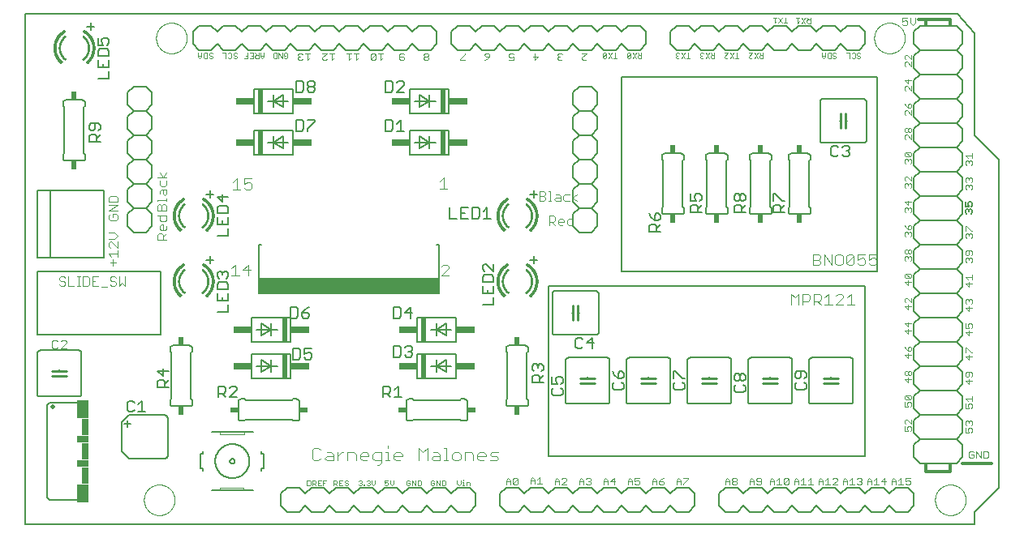
<source format=gto>
G75*
%MOIN*%
%OFA0B0*%
%FSLAX25Y25*%
%IPPOS*%
%LPD*%
%AMOC8*
5,1,8,0,0,1.08239X$1,22.5*
%
%ADD10C,0.00400*%
%ADD11C,0.00300*%
%ADD12C,0.00500*%
%ADD13C,0.00600*%
%ADD14C,0.01000*%
%ADD15R,0.02000X0.10000*%
%ADD16R,0.07500X0.03000*%
%ADD17R,0.74606X0.06594*%
%ADD18C,0.02000*%
%ADD19R,0.05000X0.07500*%
%ADD20R,0.03000X0.07000*%
%ADD21R,0.05000X0.03000*%
%ADD22C,0.00800*%
%ADD23C,0.01200*%
%ADD24C,0.00000*%
%ADD25C,0.00060*%
%ADD26C,0.00100*%
%ADD27R,0.03400X0.02400*%
%ADD28R,0.02400X0.03400*%
%ADD29C,0.00200*%
D10*
X0122800Y0033377D02*
X0123667Y0032510D01*
X0125402Y0032510D01*
X0126270Y0033377D01*
X0127956Y0033377D02*
X0128824Y0034245D01*
X0131426Y0034245D01*
X0131426Y0035112D02*
X0131426Y0032510D01*
X0128824Y0032510D01*
X0127956Y0033377D01*
X0128824Y0035980D02*
X0130559Y0035980D01*
X0131426Y0035112D01*
X0133113Y0034245D02*
X0134848Y0035980D01*
X0135715Y0035980D01*
X0137410Y0035980D02*
X0140012Y0035980D01*
X0140879Y0035112D01*
X0140879Y0032510D01*
X0142566Y0033377D02*
X0142566Y0035112D01*
X0143434Y0035980D01*
X0145168Y0035980D01*
X0146036Y0035112D01*
X0146036Y0034245D01*
X0142566Y0034245D01*
X0142566Y0033377D02*
X0143434Y0032510D01*
X0145168Y0032510D01*
X0147723Y0033377D02*
X0148590Y0032510D01*
X0151192Y0032510D01*
X0151192Y0031643D02*
X0151192Y0035980D01*
X0148590Y0035980D01*
X0147723Y0035112D01*
X0147723Y0033377D01*
X0149457Y0030775D02*
X0150325Y0030775D01*
X0151192Y0031643D01*
X0152879Y0032510D02*
X0154614Y0032510D01*
X0153746Y0032510D02*
X0153746Y0035980D01*
X0152879Y0035980D01*
X0153746Y0037714D02*
X0153746Y0038582D01*
X0157184Y0035980D02*
X0158919Y0035980D01*
X0159786Y0035112D01*
X0159786Y0034245D01*
X0156317Y0034245D01*
X0156317Y0035112D02*
X0156317Y0033377D01*
X0157184Y0032510D01*
X0158919Y0032510D01*
X0156317Y0035112D02*
X0157184Y0035980D01*
X0166629Y0037714D02*
X0166629Y0032510D01*
X0170099Y0032510D02*
X0170099Y0037714D01*
X0168364Y0035980D01*
X0166629Y0037714D01*
X0172653Y0035980D02*
X0174388Y0035980D01*
X0175255Y0035112D01*
X0175255Y0032510D01*
X0172653Y0032510D01*
X0171786Y0033377D01*
X0172653Y0034245D01*
X0175255Y0034245D01*
X0176942Y0032510D02*
X0178677Y0032510D01*
X0177810Y0032510D02*
X0177810Y0037714D01*
X0176942Y0037714D01*
X0180380Y0035112D02*
X0180380Y0033377D01*
X0181247Y0032510D01*
X0182982Y0032510D01*
X0183849Y0033377D01*
X0183849Y0035112D01*
X0182982Y0035980D01*
X0181247Y0035980D01*
X0180380Y0035112D01*
X0185536Y0035980D02*
X0188138Y0035980D01*
X0189006Y0035112D01*
X0189006Y0032510D01*
X0190693Y0033377D02*
X0190693Y0035112D01*
X0191560Y0035980D01*
X0193295Y0035980D01*
X0194162Y0035112D01*
X0194162Y0034245D01*
X0190693Y0034245D01*
X0190693Y0033377D02*
X0191560Y0032510D01*
X0193295Y0032510D01*
X0195849Y0032510D02*
X0198451Y0032510D01*
X0199319Y0033377D01*
X0198451Y0034245D01*
X0196716Y0034245D01*
X0195849Y0035112D01*
X0196716Y0035980D01*
X0199319Y0035980D01*
X0185536Y0035980D02*
X0185536Y0032510D01*
X0202457Y0024428D02*
X0202457Y0022560D01*
X0202457Y0023961D02*
X0204325Y0023961D01*
X0204325Y0024428D02*
X0204325Y0022560D01*
X0205403Y0023027D02*
X0207272Y0024895D01*
X0207272Y0023027D01*
X0206805Y0022560D01*
X0205871Y0022560D01*
X0205403Y0023027D01*
X0205403Y0024895D01*
X0205871Y0025362D01*
X0206805Y0025362D01*
X0207272Y0024895D01*
X0204325Y0024428D02*
X0203391Y0025362D01*
X0202457Y0024428D01*
X0212457Y0024211D02*
X0214325Y0024211D01*
X0214325Y0024678D02*
X0214325Y0022810D01*
X0215403Y0022810D02*
X0217272Y0022810D01*
X0216338Y0022810D02*
X0216338Y0025612D01*
X0215403Y0024678D01*
X0214325Y0024678D02*
X0213391Y0025612D01*
X0212457Y0024678D01*
X0212457Y0022810D01*
X0222457Y0022560D02*
X0222457Y0024428D01*
X0223391Y0025362D01*
X0224325Y0024428D01*
X0224325Y0022560D01*
X0225403Y0022560D02*
X0227272Y0024428D01*
X0227272Y0024895D01*
X0226805Y0025362D01*
X0225871Y0025362D01*
X0225403Y0024895D01*
X0224325Y0023961D02*
X0222457Y0023961D01*
X0225403Y0022560D02*
X0227272Y0022560D01*
X0232457Y0022560D02*
X0232457Y0024428D01*
X0233391Y0025362D01*
X0234325Y0024428D01*
X0234325Y0022560D01*
X0235403Y0023027D02*
X0235871Y0022560D01*
X0236805Y0022560D01*
X0237272Y0023027D01*
X0237272Y0023494D01*
X0236805Y0023961D01*
X0236338Y0023961D01*
X0236805Y0023961D02*
X0237272Y0024428D01*
X0237272Y0024895D01*
X0236805Y0025362D01*
X0235871Y0025362D01*
X0235403Y0024895D01*
X0234325Y0023961D02*
X0232457Y0023961D01*
X0242457Y0023961D02*
X0244325Y0023961D01*
X0244325Y0024428D02*
X0244325Y0022560D01*
X0245403Y0023961D02*
X0247272Y0023961D01*
X0246805Y0022560D02*
X0246805Y0025362D01*
X0245403Y0023961D01*
X0244325Y0024428D02*
X0243391Y0025362D01*
X0242457Y0024428D01*
X0242457Y0022560D01*
X0252457Y0022560D02*
X0252457Y0024428D01*
X0253391Y0025362D01*
X0254325Y0024428D01*
X0254325Y0022560D01*
X0255403Y0023027D02*
X0255871Y0022560D01*
X0256805Y0022560D01*
X0257272Y0023027D01*
X0257272Y0023961D01*
X0256805Y0024428D01*
X0256338Y0024428D01*
X0255403Y0023961D01*
X0255403Y0025362D01*
X0257272Y0025362D01*
X0254325Y0023961D02*
X0252457Y0023961D01*
X0262457Y0023961D02*
X0264325Y0023961D01*
X0264325Y0024428D02*
X0264325Y0022560D01*
X0265403Y0023027D02*
X0265871Y0022560D01*
X0266805Y0022560D01*
X0267272Y0023027D01*
X0267272Y0023494D01*
X0266805Y0023961D01*
X0265403Y0023961D01*
X0265403Y0023027D01*
X0265403Y0023961D02*
X0266338Y0024895D01*
X0267272Y0025362D01*
X0264325Y0024428D02*
X0263391Y0025362D01*
X0262457Y0024428D01*
X0262457Y0022560D01*
X0272457Y0022560D02*
X0272457Y0024428D01*
X0273391Y0025362D01*
X0274325Y0024428D01*
X0274325Y0022560D01*
X0275403Y0022560D02*
X0275403Y0023027D01*
X0277272Y0024895D01*
X0277272Y0025362D01*
X0275403Y0025362D01*
X0274325Y0023961D02*
X0272457Y0023961D01*
X0292457Y0023961D02*
X0294325Y0023961D01*
X0294325Y0024428D02*
X0294325Y0022560D01*
X0295403Y0023027D02*
X0295403Y0023494D01*
X0295871Y0023961D01*
X0296805Y0023961D01*
X0297272Y0023494D01*
X0297272Y0023027D01*
X0296805Y0022560D01*
X0295871Y0022560D01*
X0295403Y0023027D01*
X0295871Y0023961D02*
X0295403Y0024428D01*
X0295403Y0024895D01*
X0295871Y0025362D01*
X0296805Y0025362D01*
X0297272Y0024895D01*
X0297272Y0024428D01*
X0296805Y0023961D01*
X0294325Y0024428D02*
X0293391Y0025362D01*
X0292457Y0024428D01*
X0292457Y0022560D01*
X0302457Y0022560D02*
X0302457Y0024428D01*
X0303391Y0025362D01*
X0304325Y0024428D01*
X0304325Y0022560D01*
X0305403Y0023027D02*
X0305871Y0022560D01*
X0306805Y0022560D01*
X0307272Y0023027D01*
X0307272Y0024895D01*
X0306805Y0025362D01*
X0305871Y0025362D01*
X0305403Y0024895D01*
X0305403Y0024428D01*
X0305871Y0023961D01*
X0307272Y0023961D01*
X0304325Y0023961D02*
X0302457Y0023961D01*
X0310760Y0023961D02*
X0312629Y0023961D01*
X0312629Y0024428D02*
X0312629Y0022560D01*
X0313707Y0022560D02*
X0315575Y0022560D01*
X0314641Y0022560D02*
X0314641Y0025362D01*
X0313707Y0024428D01*
X0312629Y0024428D02*
X0311695Y0025362D01*
X0310760Y0024428D01*
X0310760Y0022560D01*
X0316653Y0023027D02*
X0316653Y0024895D01*
X0317121Y0025362D01*
X0318055Y0025362D01*
X0318522Y0024895D01*
X0316653Y0023027D01*
X0317121Y0022560D01*
X0318055Y0022560D01*
X0318522Y0023027D01*
X0318522Y0024895D01*
X0320760Y0024428D02*
X0321695Y0025362D01*
X0322629Y0024428D01*
X0322629Y0022560D01*
X0323707Y0022560D02*
X0325575Y0022560D01*
X0324641Y0022560D02*
X0324641Y0025362D01*
X0323707Y0024428D01*
X0322629Y0023961D02*
X0320760Y0023961D01*
X0320760Y0024428D02*
X0320760Y0022560D01*
X0326653Y0022560D02*
X0328522Y0022560D01*
X0327588Y0022560D02*
X0327588Y0025362D01*
X0326653Y0024428D01*
X0330760Y0024428D02*
X0330760Y0022560D01*
X0330760Y0023961D02*
X0332629Y0023961D01*
X0332629Y0024428D02*
X0332629Y0022560D01*
X0333707Y0022560D02*
X0335575Y0022560D01*
X0334641Y0022560D02*
X0334641Y0025362D01*
X0333707Y0024428D01*
X0332629Y0024428D02*
X0331695Y0025362D01*
X0330760Y0024428D01*
X0336653Y0024895D02*
X0337121Y0025362D01*
X0338055Y0025362D01*
X0338522Y0024895D01*
X0338522Y0024428D01*
X0336653Y0022560D01*
X0338522Y0022560D01*
X0340760Y0022560D02*
X0340760Y0024428D01*
X0341695Y0025362D01*
X0342629Y0024428D01*
X0342629Y0022560D01*
X0343707Y0022560D02*
X0345575Y0022560D01*
X0344641Y0022560D02*
X0344641Y0025362D01*
X0343707Y0024428D01*
X0342629Y0023961D02*
X0340760Y0023961D01*
X0346653Y0023027D02*
X0347121Y0022560D01*
X0348055Y0022560D01*
X0348522Y0023027D01*
X0348522Y0023494D01*
X0348055Y0023961D01*
X0347588Y0023961D01*
X0348055Y0023961D02*
X0348522Y0024428D01*
X0348522Y0024895D01*
X0348055Y0025362D01*
X0347121Y0025362D01*
X0346653Y0024895D01*
X0350760Y0024428D02*
X0350760Y0022560D01*
X0350760Y0023961D02*
X0352629Y0023961D01*
X0352629Y0024428D02*
X0352629Y0022560D01*
X0353707Y0022560D02*
X0355575Y0022560D01*
X0354641Y0022560D02*
X0354641Y0025362D01*
X0353707Y0024428D01*
X0352629Y0024428D02*
X0351695Y0025362D01*
X0350760Y0024428D01*
X0356653Y0023961D02*
X0358522Y0023961D01*
X0358055Y0022560D02*
X0358055Y0025362D01*
X0356653Y0023961D01*
X0360760Y0023961D02*
X0362629Y0023961D01*
X0362629Y0024428D02*
X0362629Y0022560D01*
X0363707Y0022560D02*
X0365575Y0022560D01*
X0364641Y0022560D02*
X0364641Y0025362D01*
X0363707Y0024428D01*
X0362629Y0024428D02*
X0361695Y0025362D01*
X0360760Y0024428D01*
X0360760Y0022560D01*
X0366653Y0023027D02*
X0367121Y0022560D01*
X0368055Y0022560D01*
X0368522Y0023027D01*
X0368522Y0023961D01*
X0368055Y0024428D01*
X0367588Y0024428D01*
X0366653Y0023961D01*
X0366653Y0025362D01*
X0368522Y0025362D01*
X0392700Y0034077D02*
X0393167Y0033610D01*
X0394101Y0033610D01*
X0394568Y0034077D01*
X0394568Y0035011D01*
X0393634Y0035011D01*
X0392700Y0035945D02*
X0392700Y0034077D01*
X0392700Y0035945D02*
X0393167Y0036412D01*
X0394101Y0036412D01*
X0394568Y0035945D01*
X0395647Y0036412D02*
X0397515Y0033610D01*
X0397515Y0036412D01*
X0398593Y0036412D02*
X0398593Y0033610D01*
X0399994Y0033610D01*
X0400461Y0034077D01*
X0400461Y0035945D01*
X0399994Y0036412D01*
X0398593Y0036412D01*
X0395647Y0036412D02*
X0395647Y0033610D01*
X0393483Y0044010D02*
X0393950Y0044477D01*
X0393950Y0045411D01*
X0393483Y0045878D01*
X0392549Y0045878D01*
X0392082Y0045411D01*
X0392082Y0044944D01*
X0392549Y0044010D01*
X0391148Y0044010D01*
X0391148Y0045878D01*
X0391615Y0046956D02*
X0391148Y0047424D01*
X0391148Y0048358D01*
X0391615Y0048825D01*
X0392082Y0048825D01*
X0392549Y0048358D01*
X0393016Y0048825D01*
X0393483Y0048825D01*
X0393950Y0048358D01*
X0393950Y0047424D01*
X0393483Y0046956D01*
X0392549Y0047891D02*
X0392549Y0048358D01*
X0392549Y0054010D02*
X0392082Y0054944D01*
X0392082Y0055411D01*
X0392549Y0055878D01*
X0393483Y0055878D01*
X0393950Y0055411D01*
X0393950Y0054477D01*
X0393483Y0054010D01*
X0392549Y0054010D02*
X0391148Y0054010D01*
X0391148Y0055878D01*
X0392082Y0056956D02*
X0391148Y0057891D01*
X0393950Y0057891D01*
X0393950Y0058825D02*
X0393950Y0056956D01*
X0392549Y0064010D02*
X0392549Y0065878D01*
X0392082Y0066956D02*
X0392549Y0067424D01*
X0392549Y0068825D01*
X0393483Y0068825D02*
X0391615Y0068825D01*
X0391148Y0068358D01*
X0391148Y0067424D01*
X0391615Y0066956D01*
X0392082Y0066956D01*
X0393483Y0066956D02*
X0393950Y0067424D01*
X0393950Y0068358D01*
X0393483Y0068825D01*
X0393950Y0065411D02*
X0391148Y0065411D01*
X0392549Y0064010D01*
X0392549Y0074010D02*
X0392549Y0075878D01*
X0393483Y0076956D02*
X0393950Y0076956D01*
X0393483Y0076956D02*
X0391615Y0078825D01*
X0391148Y0078825D01*
X0391148Y0076956D01*
X0391148Y0075411D02*
X0392549Y0074010D01*
X0393950Y0075411D02*
X0391148Y0075411D01*
X0392549Y0084010D02*
X0392549Y0085878D01*
X0392549Y0086956D02*
X0392082Y0087891D01*
X0392082Y0088358D01*
X0392549Y0088825D01*
X0393483Y0088825D01*
X0393950Y0088358D01*
X0393950Y0087424D01*
X0393483Y0086956D01*
X0392549Y0086956D02*
X0391148Y0086956D01*
X0391148Y0088825D01*
X0391148Y0085411D02*
X0392549Y0084010D01*
X0393950Y0085411D02*
X0391148Y0085411D01*
X0392549Y0094010D02*
X0392549Y0095878D01*
X0393483Y0096956D02*
X0393950Y0097424D01*
X0393950Y0098358D01*
X0393483Y0098825D01*
X0393016Y0098825D01*
X0392549Y0098358D01*
X0392549Y0097891D01*
X0392549Y0098358D02*
X0392082Y0098825D01*
X0391615Y0098825D01*
X0391148Y0098358D01*
X0391148Y0097424D01*
X0391615Y0096956D01*
X0391148Y0095411D02*
X0392549Y0094010D01*
X0393950Y0095411D02*
X0391148Y0095411D01*
X0392549Y0104010D02*
X0392549Y0105878D01*
X0392082Y0106956D02*
X0391148Y0107891D01*
X0393950Y0107891D01*
X0393950Y0108825D02*
X0393950Y0106956D01*
X0393950Y0105411D02*
X0391148Y0105411D01*
X0392549Y0104010D01*
X0393483Y0114010D02*
X0393950Y0114477D01*
X0393950Y0115411D01*
X0393483Y0115878D01*
X0393016Y0115878D01*
X0392549Y0115411D01*
X0392549Y0114944D01*
X0392549Y0115411D02*
X0392082Y0115878D01*
X0391615Y0115878D01*
X0391148Y0115411D01*
X0391148Y0114477D01*
X0391615Y0114010D01*
X0391615Y0116956D02*
X0392082Y0116956D01*
X0392549Y0117424D01*
X0392549Y0118825D01*
X0393483Y0118825D02*
X0391615Y0118825D01*
X0391148Y0118358D01*
X0391148Y0117424D01*
X0391615Y0116956D01*
X0393483Y0116956D02*
X0393950Y0117424D01*
X0393950Y0118358D01*
X0393483Y0118825D01*
X0393483Y0124010D02*
X0393950Y0124477D01*
X0393950Y0125411D01*
X0393483Y0125878D01*
X0393016Y0125878D01*
X0392549Y0125411D01*
X0392549Y0124944D01*
X0392549Y0125411D02*
X0392082Y0125878D01*
X0391615Y0125878D01*
X0391148Y0125411D01*
X0391148Y0124477D01*
X0391615Y0124010D01*
X0391148Y0126956D02*
X0391148Y0128825D01*
X0391615Y0128825D01*
X0393483Y0126956D01*
X0393950Y0126956D01*
X0369050Y0126011D02*
X0369050Y0125077D01*
X0368583Y0124610D01*
X0367649Y0125544D02*
X0367649Y0126011D01*
X0368116Y0126478D01*
X0368583Y0126478D01*
X0369050Y0126011D01*
X0367649Y0126011D02*
X0367182Y0126478D01*
X0366715Y0126478D01*
X0366248Y0126011D01*
X0366248Y0125077D01*
X0366715Y0124610D01*
X0367649Y0127556D02*
X0367649Y0128958D01*
X0368116Y0129425D01*
X0368583Y0129425D01*
X0369050Y0128958D01*
X0369050Y0128024D01*
X0368583Y0127556D01*
X0367649Y0127556D01*
X0366715Y0128491D01*
X0366248Y0129425D01*
X0366715Y0134610D02*
X0366248Y0135077D01*
X0366248Y0136011D01*
X0366715Y0136478D01*
X0367182Y0136478D01*
X0367649Y0136011D01*
X0368116Y0136478D01*
X0368583Y0136478D01*
X0369050Y0136011D01*
X0369050Y0135077D01*
X0368583Y0134610D01*
X0367649Y0135544D02*
X0367649Y0136011D01*
X0367649Y0137556D02*
X0367649Y0139425D01*
X0369050Y0138958D02*
X0366248Y0138958D01*
X0367649Y0137556D01*
X0368583Y0144610D02*
X0369050Y0145077D01*
X0369050Y0146011D01*
X0368583Y0146478D01*
X0368116Y0146478D01*
X0367649Y0146011D01*
X0367649Y0145544D01*
X0367649Y0146011D02*
X0367182Y0146478D01*
X0366715Y0146478D01*
X0366248Y0146011D01*
X0366248Y0145077D01*
X0366715Y0144610D01*
X0366715Y0147556D02*
X0366248Y0148024D01*
X0366248Y0148958D01*
X0366715Y0149425D01*
X0367182Y0149425D01*
X0369050Y0147556D01*
X0369050Y0149425D01*
X0368583Y0154610D02*
X0369050Y0155077D01*
X0369050Y0156011D01*
X0368583Y0156478D01*
X0368116Y0156478D01*
X0367649Y0156011D01*
X0367649Y0155544D01*
X0367649Y0156011D02*
X0367182Y0156478D01*
X0366715Y0156478D01*
X0366248Y0156011D01*
X0366248Y0155077D01*
X0366715Y0154610D01*
X0366715Y0157556D02*
X0366248Y0158024D01*
X0366248Y0158958D01*
X0366715Y0159425D01*
X0368583Y0157556D01*
X0369050Y0158024D01*
X0369050Y0158958D01*
X0368583Y0159425D01*
X0366715Y0159425D01*
X0366715Y0157556D02*
X0368583Y0157556D01*
X0369050Y0164610D02*
X0367182Y0166478D01*
X0366715Y0166478D01*
X0366248Y0166011D01*
X0366248Y0165077D01*
X0366715Y0164610D01*
X0369050Y0164610D02*
X0369050Y0166478D01*
X0368583Y0167556D02*
X0368116Y0167556D01*
X0367649Y0168024D01*
X0367649Y0168958D01*
X0368116Y0169425D01*
X0368583Y0169425D01*
X0369050Y0168958D01*
X0369050Y0168024D01*
X0368583Y0167556D01*
X0367649Y0168024D02*
X0367182Y0167556D01*
X0366715Y0167556D01*
X0366248Y0168024D01*
X0366248Y0168958D01*
X0366715Y0169425D01*
X0367182Y0169425D01*
X0367649Y0168958D01*
X0366715Y0174610D02*
X0366248Y0175077D01*
X0366248Y0176011D01*
X0366715Y0176478D01*
X0367182Y0176478D01*
X0369050Y0174610D01*
X0369050Y0176478D01*
X0368583Y0177556D02*
X0369050Y0178024D01*
X0369050Y0178958D01*
X0368583Y0179425D01*
X0368116Y0179425D01*
X0367649Y0178958D01*
X0367649Y0177556D01*
X0368583Y0177556D01*
X0367649Y0177556D02*
X0366715Y0178491D01*
X0366248Y0179425D01*
X0366715Y0184610D02*
X0366248Y0185077D01*
X0366248Y0186011D01*
X0366715Y0186478D01*
X0367182Y0186478D01*
X0369050Y0184610D01*
X0369050Y0186478D01*
X0367649Y0187556D02*
X0367649Y0189425D01*
X0369050Y0188958D02*
X0366248Y0188958D01*
X0367649Y0187556D01*
X0366715Y0194610D02*
X0366248Y0195077D01*
X0366248Y0196011D01*
X0366715Y0196478D01*
X0367182Y0196478D01*
X0369050Y0194610D01*
X0369050Y0196478D01*
X0369050Y0197556D02*
X0367182Y0199425D01*
X0366715Y0199425D01*
X0366248Y0198958D01*
X0366248Y0198024D01*
X0366715Y0197556D01*
X0369050Y0197556D02*
X0369050Y0199425D01*
X0369457Y0211510D02*
X0370491Y0212544D01*
X0370491Y0214613D01*
X0368423Y0214613D02*
X0368423Y0212544D01*
X0369457Y0211510D01*
X0367268Y0212027D02*
X0366751Y0211510D01*
X0365717Y0211510D01*
X0365200Y0212027D01*
X0365200Y0213061D02*
X0366234Y0213578D01*
X0366751Y0213578D01*
X0367268Y0213061D01*
X0367268Y0212027D01*
X0365200Y0213061D02*
X0365200Y0214613D01*
X0367268Y0214613D01*
X0391148Y0157891D02*
X0393950Y0157891D01*
X0393950Y0158825D02*
X0393950Y0156956D01*
X0393483Y0155878D02*
X0393950Y0155411D01*
X0393950Y0154477D01*
X0393483Y0154010D01*
X0392549Y0154944D02*
X0392549Y0155411D01*
X0393016Y0155878D01*
X0393483Y0155878D01*
X0392549Y0155411D02*
X0392082Y0155878D01*
X0391615Y0155878D01*
X0391148Y0155411D01*
X0391148Y0154477D01*
X0391615Y0154010D01*
X0392082Y0156956D02*
X0391148Y0157891D01*
X0391615Y0148825D02*
X0392082Y0148825D01*
X0392549Y0148358D01*
X0393016Y0148825D01*
X0393483Y0148825D01*
X0393950Y0148358D01*
X0393950Y0147424D01*
X0393483Y0146956D01*
X0393483Y0145878D02*
X0393950Y0145411D01*
X0393950Y0144477D01*
X0393483Y0144010D01*
X0392549Y0144944D02*
X0392549Y0145411D01*
X0393016Y0145878D01*
X0393483Y0145878D01*
X0392549Y0145411D02*
X0392082Y0145878D01*
X0391615Y0145878D01*
X0391148Y0145411D01*
X0391148Y0144477D01*
X0391615Y0144010D01*
X0391615Y0146956D02*
X0391148Y0147424D01*
X0391148Y0148358D01*
X0391615Y0148825D01*
X0392549Y0148358D02*
X0392549Y0147891D01*
X0368583Y0119425D02*
X0369050Y0118958D01*
X0369050Y0118024D01*
X0368583Y0117556D01*
X0368116Y0117556D01*
X0367649Y0118024D01*
X0367649Y0118958D01*
X0368116Y0119425D01*
X0368583Y0119425D01*
X0367649Y0118958D02*
X0367182Y0119425D01*
X0366715Y0119425D01*
X0366248Y0118958D01*
X0366248Y0118024D01*
X0366715Y0117556D01*
X0367182Y0117556D01*
X0367649Y0118024D01*
X0368116Y0116478D02*
X0368583Y0116478D01*
X0369050Y0116011D01*
X0369050Y0115077D01*
X0368583Y0114610D01*
X0367649Y0115544D02*
X0367649Y0116011D01*
X0368116Y0116478D01*
X0367649Y0116011D02*
X0367182Y0116478D01*
X0366715Y0116478D01*
X0366248Y0116011D01*
X0366248Y0115077D01*
X0366715Y0114610D01*
X0366715Y0109425D02*
X0368583Y0107556D01*
X0369050Y0108024D01*
X0369050Y0108958D01*
X0368583Y0109425D01*
X0366715Y0109425D01*
X0366248Y0108958D01*
X0366248Y0108024D01*
X0366715Y0107556D01*
X0368583Y0107556D01*
X0367649Y0106478D02*
X0367649Y0104610D01*
X0366248Y0106011D01*
X0369050Y0106011D01*
X0369050Y0099425D02*
X0369050Y0097556D01*
X0367182Y0099425D01*
X0366715Y0099425D01*
X0366248Y0098958D01*
X0366248Y0098024D01*
X0366715Y0097556D01*
X0367649Y0096478D02*
X0367649Y0094610D01*
X0366248Y0096011D01*
X0369050Y0096011D01*
X0367649Y0089425D02*
X0367649Y0087556D01*
X0366248Y0088958D01*
X0369050Y0088958D01*
X0367649Y0086478D02*
X0367649Y0084610D01*
X0366248Y0086011D01*
X0369050Y0086011D01*
X0368583Y0079425D02*
X0368116Y0079425D01*
X0367649Y0078958D01*
X0367649Y0077556D01*
X0368583Y0077556D01*
X0369050Y0078024D01*
X0369050Y0078958D01*
X0368583Y0079425D01*
X0366715Y0078491D02*
X0367649Y0077556D01*
X0367649Y0076478D02*
X0367649Y0074610D01*
X0366248Y0076011D01*
X0369050Y0076011D01*
X0366715Y0078491D02*
X0366248Y0079425D01*
X0366715Y0069425D02*
X0367182Y0069425D01*
X0367649Y0068958D01*
X0367649Y0068024D01*
X0367182Y0067556D01*
X0366715Y0067556D01*
X0366248Y0068024D01*
X0366248Y0068958D01*
X0366715Y0069425D01*
X0367649Y0068958D02*
X0368116Y0069425D01*
X0368583Y0069425D01*
X0369050Y0068958D01*
X0369050Y0068024D01*
X0368583Y0067556D01*
X0368116Y0067556D01*
X0367649Y0068024D01*
X0367649Y0066478D02*
X0367649Y0064610D01*
X0366248Y0066011D01*
X0369050Y0066011D01*
X0368583Y0059425D02*
X0369050Y0058958D01*
X0369050Y0058024D01*
X0368583Y0057556D01*
X0366715Y0059425D01*
X0368583Y0059425D01*
X0366715Y0059425D02*
X0366248Y0058958D01*
X0366248Y0058024D01*
X0366715Y0057556D01*
X0368583Y0057556D01*
X0368583Y0056478D02*
X0369050Y0056011D01*
X0369050Y0055077D01*
X0368583Y0054610D01*
X0367649Y0054610D02*
X0367182Y0055544D01*
X0367182Y0056011D01*
X0367649Y0056478D01*
X0368583Y0056478D01*
X0367649Y0054610D02*
X0366248Y0054610D01*
X0366248Y0056478D01*
X0366715Y0049425D02*
X0366248Y0048958D01*
X0366248Y0048024D01*
X0366715Y0047556D01*
X0366248Y0046478D02*
X0366248Y0044610D01*
X0367649Y0044610D01*
X0367182Y0045544D01*
X0367182Y0046011D01*
X0367649Y0046478D01*
X0368583Y0046478D01*
X0369050Y0046011D01*
X0369050Y0045077D01*
X0368583Y0044610D01*
X0369050Y0047556D02*
X0367182Y0049425D01*
X0366715Y0049425D01*
X0369050Y0049425D02*
X0369050Y0047556D01*
X0345665Y0096510D02*
X0342596Y0096510D01*
X0341061Y0096510D02*
X0337992Y0096510D01*
X0341061Y0099579D01*
X0341061Y0100347D01*
X0340294Y0101114D01*
X0338759Y0101114D01*
X0337992Y0100347D01*
X0334923Y0101114D02*
X0333388Y0099579D01*
X0331854Y0100347D02*
X0331854Y0098812D01*
X0331086Y0098045D01*
X0328784Y0098045D01*
X0330319Y0098045D02*
X0331854Y0096510D01*
X0333388Y0096510D02*
X0336457Y0096510D01*
X0334923Y0096510D02*
X0334923Y0101114D01*
X0331854Y0100347D02*
X0331086Y0101114D01*
X0328784Y0101114D01*
X0328784Y0096510D01*
X0326482Y0098045D02*
X0324180Y0098045D01*
X0324180Y0096510D02*
X0324180Y0101114D01*
X0326482Y0101114D01*
X0327250Y0100347D01*
X0327250Y0098812D01*
X0326482Y0098045D01*
X0322646Y0096510D02*
X0322646Y0101114D01*
X0321111Y0099579D01*
X0319576Y0101114D01*
X0319576Y0096510D01*
X0342596Y0099579D02*
X0344131Y0101114D01*
X0344131Y0096510D01*
X0344614Y0112810D02*
X0343079Y0112810D01*
X0342312Y0113577D01*
X0345381Y0116647D01*
X0345381Y0113577D01*
X0344614Y0112810D01*
X0346916Y0113577D02*
X0347683Y0112810D01*
X0349218Y0112810D01*
X0349985Y0113577D01*
X0349985Y0115112D01*
X0349218Y0115879D01*
X0348450Y0115879D01*
X0346916Y0115112D01*
X0346916Y0117414D01*
X0349985Y0117414D01*
X0351520Y0117414D02*
X0351520Y0115112D01*
X0353054Y0115879D01*
X0353822Y0115879D01*
X0354589Y0115112D01*
X0354589Y0113577D01*
X0353822Y0112810D01*
X0352287Y0112810D01*
X0351520Y0113577D01*
X0351520Y0117414D02*
X0354589Y0117414D01*
X0345381Y0116647D02*
X0344614Y0117414D01*
X0343079Y0117414D01*
X0342312Y0116647D01*
X0342312Y0113577D01*
X0340777Y0113577D02*
X0340010Y0112810D01*
X0338475Y0112810D01*
X0337708Y0113577D01*
X0337708Y0116647D01*
X0338475Y0117414D01*
X0340010Y0117414D01*
X0340777Y0116647D01*
X0340777Y0113577D01*
X0336173Y0112810D02*
X0336173Y0117414D01*
X0333104Y0117414D02*
X0336173Y0112810D01*
X0333104Y0112810D02*
X0333104Y0117414D01*
X0331569Y0116647D02*
X0331569Y0115879D01*
X0330802Y0115112D01*
X0328500Y0115112D01*
X0328500Y0112810D02*
X0328500Y0117414D01*
X0330802Y0117414D01*
X0331569Y0116647D01*
X0330802Y0115112D02*
X0331569Y0114345D01*
X0331569Y0113577D01*
X0330802Y0112810D01*
X0328500Y0112810D01*
X0178856Y0112347D02*
X0178089Y0113114D01*
X0176554Y0113114D01*
X0175787Y0112347D01*
X0178856Y0112347D02*
X0178856Y0111579D01*
X0175787Y0108510D01*
X0178856Y0108510D01*
X0178387Y0144212D02*
X0175318Y0144212D01*
X0176853Y0144212D02*
X0176853Y0148816D01*
X0175318Y0147281D01*
X0097943Y0146281D02*
X0097943Y0144746D01*
X0097175Y0143979D01*
X0095641Y0143979D01*
X0094873Y0144746D01*
X0094873Y0146281D02*
X0096408Y0147048D01*
X0097175Y0147048D01*
X0097943Y0146281D01*
X0097943Y0148583D02*
X0094873Y0148583D01*
X0094873Y0146281D01*
X0093339Y0143979D02*
X0090269Y0143979D01*
X0091804Y0143979D02*
X0091804Y0148583D01*
X0090269Y0147048D01*
X0091273Y0113114D02*
X0091273Y0108510D01*
X0092807Y0108510D02*
X0089738Y0108510D01*
X0094342Y0110812D02*
X0097411Y0110812D01*
X0096644Y0113114D02*
X0094342Y0110812D01*
X0096644Y0108510D02*
X0096644Y0113114D01*
X0091273Y0113114D02*
X0089738Y0111579D01*
X0021919Y0081513D02*
X0021318Y0082113D01*
X0020117Y0082113D01*
X0019517Y0081513D01*
X0018236Y0081513D02*
X0017635Y0082113D01*
X0016434Y0082113D01*
X0015834Y0081513D01*
X0015834Y0079110D01*
X0016434Y0078510D01*
X0017635Y0078510D01*
X0018236Y0079110D01*
X0019517Y0078510D02*
X0021919Y0080912D01*
X0021919Y0081513D01*
X0021919Y0078510D02*
X0019517Y0078510D01*
X0122800Y0036847D02*
X0122800Y0033377D01*
X0122800Y0036847D02*
X0123667Y0037714D01*
X0125402Y0037714D01*
X0126270Y0036847D01*
X0133113Y0035980D02*
X0133113Y0032510D01*
X0137410Y0032510D02*
X0137410Y0035980D01*
X0137919Y0197308D02*
X0137919Y0200110D01*
X0138853Y0200110D02*
X0136985Y0200110D01*
X0138853Y0198242D02*
X0137919Y0197308D01*
X0140866Y0197308D02*
X0140866Y0200110D01*
X0141800Y0200110D02*
X0139932Y0200110D01*
X0141800Y0198242D02*
X0140866Y0197308D01*
X0146985Y0197775D02*
X0148853Y0199643D01*
X0148386Y0200110D01*
X0147452Y0200110D01*
X0146985Y0199643D01*
X0146985Y0197775D01*
X0147452Y0197308D01*
X0148386Y0197308D01*
X0148853Y0197775D01*
X0148853Y0199643D01*
X0149932Y0200110D02*
X0151800Y0200110D01*
X0150866Y0200110D02*
X0150866Y0197308D01*
X0151800Y0198242D01*
X0158682Y0198709D02*
X0160083Y0198709D01*
X0160550Y0198242D01*
X0160550Y0197775D01*
X0160083Y0197308D01*
X0159149Y0197308D01*
X0158682Y0197775D01*
X0158682Y0199643D01*
X0159149Y0200110D01*
X0160083Y0200110D01*
X0160550Y0199643D01*
X0168682Y0199643D02*
X0169149Y0200110D01*
X0170083Y0200110D01*
X0170550Y0199643D01*
X0170550Y0199176D01*
X0170083Y0198709D01*
X0169149Y0198709D01*
X0168682Y0199176D01*
X0168682Y0199643D01*
X0169149Y0198709D02*
X0168682Y0198242D01*
X0168682Y0197775D01*
X0169149Y0197308D01*
X0170083Y0197308D01*
X0170550Y0197775D01*
X0170550Y0198242D01*
X0170083Y0198709D01*
X0183682Y0197775D02*
X0185550Y0199643D01*
X0185550Y0200110D01*
X0185550Y0197308D02*
X0183682Y0197308D01*
X0183682Y0197775D01*
X0193682Y0197308D02*
X0194616Y0197775D01*
X0195550Y0198709D01*
X0194149Y0198709D01*
X0193682Y0199176D01*
X0193682Y0199643D01*
X0194149Y0200110D01*
X0195083Y0200110D01*
X0195550Y0199643D01*
X0195550Y0198709D01*
X0203682Y0198709D02*
X0203682Y0199643D01*
X0204149Y0200110D01*
X0205083Y0200110D01*
X0205550Y0199643D01*
X0205550Y0198709D02*
X0204616Y0198242D01*
X0204149Y0198242D01*
X0203682Y0198709D01*
X0203682Y0197308D02*
X0205550Y0197308D01*
X0205550Y0198709D01*
X0213682Y0198709D02*
X0215550Y0198709D01*
X0214149Y0197308D01*
X0214149Y0200110D01*
X0223682Y0199643D02*
X0224149Y0200110D01*
X0225083Y0200110D01*
X0225550Y0199643D01*
X0224616Y0198709D02*
X0224149Y0198709D01*
X0223682Y0199176D01*
X0223682Y0199643D01*
X0224149Y0198709D02*
X0223682Y0198242D01*
X0223682Y0197775D01*
X0224149Y0197308D01*
X0225083Y0197308D01*
X0225550Y0197775D01*
X0233682Y0197775D02*
X0234149Y0197308D01*
X0235083Y0197308D01*
X0235550Y0197775D01*
X0233682Y0197775D02*
X0233682Y0198242D01*
X0235550Y0200110D01*
X0233682Y0200110D01*
X0131800Y0200110D02*
X0129932Y0200110D01*
X0130866Y0200110D02*
X0130866Y0197308D01*
X0131800Y0198242D01*
X0128853Y0197775D02*
X0128386Y0197308D01*
X0127452Y0197308D01*
X0126985Y0197775D01*
X0126985Y0198242D01*
X0128853Y0200110D01*
X0126985Y0200110D01*
X0121800Y0200110D02*
X0119932Y0200110D01*
X0120866Y0200110D02*
X0120866Y0197308D01*
X0121800Y0198242D01*
X0118853Y0197775D02*
X0118386Y0197308D01*
X0117452Y0197308D01*
X0116985Y0197775D01*
X0116985Y0198242D01*
X0117452Y0198709D01*
X0116985Y0199176D01*
X0116985Y0199643D01*
X0117452Y0200110D01*
X0118386Y0200110D01*
X0118853Y0199643D01*
X0117919Y0198709D02*
X0117452Y0198709D01*
D11*
X0112661Y0198408D02*
X0112311Y0198058D01*
X0111611Y0198058D01*
X0111260Y0198408D01*
X0111260Y0199109D02*
X0111961Y0199109D01*
X0111260Y0199109D02*
X0111260Y0199810D01*
X0111611Y0200160D01*
X0112311Y0200160D01*
X0112661Y0199810D01*
X0112661Y0198408D01*
X0110452Y0198058D02*
X0110452Y0200160D01*
X0109050Y0200160D02*
X0109050Y0198058D01*
X0108242Y0198058D02*
X0107191Y0198058D01*
X0106840Y0198408D01*
X0106840Y0199810D01*
X0107191Y0200160D01*
X0108242Y0200160D01*
X0108242Y0198058D01*
X0110452Y0198058D02*
X0109050Y0200160D01*
X0103016Y0200160D02*
X0103016Y0198759D01*
X0102315Y0198058D01*
X0101615Y0198759D01*
X0101615Y0200160D01*
X0100806Y0200160D02*
X0100806Y0198058D01*
X0099755Y0198058D01*
X0099405Y0198408D01*
X0099405Y0199109D01*
X0099755Y0199459D01*
X0100806Y0199459D01*
X0100105Y0199459D02*
X0099405Y0200160D01*
X0098596Y0200160D02*
X0097195Y0200160D01*
X0096386Y0200160D02*
X0096386Y0198058D01*
X0094985Y0198058D01*
X0095686Y0199109D02*
X0096386Y0199109D01*
X0097195Y0198058D02*
X0098596Y0198058D01*
X0098596Y0200160D01*
X0098596Y0199109D02*
X0097895Y0199109D01*
X0101615Y0199109D02*
X0103016Y0199109D01*
X0091820Y0198759D02*
X0091470Y0199109D01*
X0090770Y0199109D01*
X0090419Y0199459D01*
X0090419Y0199810D01*
X0090770Y0200160D01*
X0091470Y0200160D01*
X0091820Y0199810D01*
X0091820Y0198759D02*
X0091820Y0198408D01*
X0091470Y0198058D01*
X0090770Y0198058D01*
X0090419Y0198408D01*
X0089611Y0198408D02*
X0089611Y0199810D01*
X0089260Y0200160D01*
X0088560Y0200160D01*
X0088209Y0199810D01*
X0087401Y0200160D02*
X0086000Y0200160D01*
X0087401Y0200160D02*
X0087401Y0198058D01*
X0088209Y0198408D02*
X0088560Y0198058D01*
X0089260Y0198058D01*
X0089611Y0198408D01*
X0081820Y0198408D02*
X0081470Y0198058D01*
X0080770Y0198058D01*
X0080419Y0198408D01*
X0080770Y0199109D02*
X0080419Y0199459D01*
X0080419Y0199810D01*
X0080770Y0200160D01*
X0081470Y0200160D01*
X0081820Y0199810D01*
X0081470Y0199109D02*
X0080770Y0199109D01*
X0081470Y0199109D02*
X0081820Y0198759D01*
X0081820Y0198408D01*
X0079611Y0198058D02*
X0078560Y0198058D01*
X0078209Y0198408D01*
X0078209Y0199810D01*
X0078560Y0200160D01*
X0079611Y0200160D01*
X0079611Y0198058D01*
X0077401Y0198759D02*
X0076700Y0198058D01*
X0076000Y0198759D01*
X0076000Y0200160D01*
X0076000Y0199109D02*
X0077401Y0199109D01*
X0077401Y0198759D02*
X0077401Y0200160D01*
X0062850Y0150816D02*
X0061616Y0148965D01*
X0060381Y0150816D01*
X0059147Y0148965D02*
X0062850Y0148965D01*
X0062850Y0147750D02*
X0062850Y0145899D01*
X0062233Y0145282D01*
X0060998Y0145282D01*
X0060381Y0145899D01*
X0060381Y0147750D01*
X0060998Y0144067D02*
X0062850Y0144067D01*
X0062850Y0142216D01*
X0062233Y0141599D01*
X0061616Y0142216D01*
X0061616Y0144067D01*
X0060998Y0144067D02*
X0060381Y0143450D01*
X0060381Y0142216D01*
X0059147Y0139760D02*
X0062850Y0139760D01*
X0062850Y0139143D02*
X0062850Y0140377D01*
X0062233Y0137929D02*
X0062850Y0137312D01*
X0062850Y0135460D01*
X0059147Y0135460D01*
X0059147Y0137312D01*
X0059764Y0137929D01*
X0060381Y0137929D01*
X0060998Y0137312D01*
X0060998Y0135460D01*
X0060998Y0137312D02*
X0061616Y0137929D01*
X0062233Y0137929D01*
X0059147Y0139143D02*
X0059147Y0139760D01*
X0059147Y0133295D02*
X0062850Y0133295D01*
X0062850Y0131443D01*
X0062233Y0130826D01*
X0060998Y0130826D01*
X0060381Y0131443D01*
X0060381Y0133295D01*
X0060998Y0129612D02*
X0060381Y0128995D01*
X0060381Y0127760D01*
X0060998Y0127143D01*
X0062233Y0127143D01*
X0062850Y0127760D01*
X0062850Y0128995D01*
X0061616Y0129612D02*
X0061616Y0127143D01*
X0060998Y0125929D02*
X0059764Y0125929D01*
X0059147Y0125312D01*
X0059147Y0123460D01*
X0062850Y0123460D01*
X0061616Y0123460D02*
X0061616Y0125312D01*
X0060998Y0125929D01*
X0061616Y0124694D02*
X0062850Y0125929D01*
X0061616Y0129612D02*
X0060998Y0129612D01*
X0042850Y0132077D02*
X0042850Y0133312D01*
X0042233Y0133929D01*
X0040998Y0133929D01*
X0040998Y0132694D01*
X0039764Y0131460D02*
X0042233Y0131460D01*
X0042850Y0132077D01*
X0039764Y0131460D02*
X0039147Y0132077D01*
X0039147Y0133312D01*
X0039764Y0133929D01*
X0039147Y0135143D02*
X0042850Y0137612D01*
X0039147Y0137612D01*
X0039147Y0138826D02*
X0039147Y0140678D01*
X0039764Y0141295D01*
X0042233Y0141295D01*
X0042850Y0140678D01*
X0042850Y0138826D01*
X0039147Y0138826D01*
X0039147Y0135143D02*
X0042850Y0135143D01*
X0041616Y0126246D02*
X0039147Y0126246D01*
X0041616Y0126246D02*
X0042850Y0125011D01*
X0041616Y0123777D01*
X0039147Y0123777D01*
X0039764Y0122562D02*
X0039147Y0121945D01*
X0039147Y0120711D01*
X0039764Y0120094D01*
X0039764Y0122562D02*
X0040381Y0122562D01*
X0042850Y0120094D01*
X0042850Y0122562D01*
X0042850Y0118879D02*
X0042850Y0116410D01*
X0042850Y0117645D02*
X0039147Y0117645D01*
X0040381Y0116410D01*
X0040998Y0115196D02*
X0040998Y0112727D01*
X0039764Y0113962D02*
X0042233Y0113962D01*
X0041635Y0108163D02*
X0040401Y0108163D01*
X0039784Y0107546D01*
X0039784Y0106929D01*
X0040401Y0106312D01*
X0041635Y0106312D01*
X0042252Y0105694D01*
X0042252Y0105077D01*
X0041635Y0104460D01*
X0040401Y0104460D01*
X0039784Y0105077D01*
X0038569Y0103843D02*
X0036101Y0103843D01*
X0034886Y0104460D02*
X0032417Y0104460D01*
X0032417Y0108163D01*
X0034886Y0108163D01*
X0033652Y0106312D02*
X0032417Y0106312D01*
X0031203Y0105077D02*
X0031203Y0107546D01*
X0030586Y0108163D01*
X0028734Y0108163D01*
X0028734Y0104460D01*
X0030586Y0104460D01*
X0031203Y0105077D01*
X0027513Y0104460D02*
X0026279Y0104460D01*
X0026896Y0104460D02*
X0026896Y0108163D01*
X0026279Y0108163D02*
X0027513Y0108163D01*
X0022596Y0108163D02*
X0022596Y0104460D01*
X0025064Y0104460D01*
X0021381Y0105077D02*
X0020764Y0104460D01*
X0019530Y0104460D01*
X0018913Y0105077D01*
X0019530Y0106312D02*
X0020764Y0106312D01*
X0021381Y0105694D01*
X0021381Y0105077D01*
X0019530Y0106312D02*
X0018913Y0106929D01*
X0018913Y0107546D01*
X0019530Y0108163D01*
X0020764Y0108163D01*
X0021381Y0107546D01*
X0041635Y0108163D02*
X0042252Y0107546D01*
X0043467Y0108163D02*
X0043467Y0104460D01*
X0044701Y0105694D01*
X0045936Y0104460D01*
X0045936Y0108163D01*
X0120710Y0024412D02*
X0121761Y0024412D01*
X0122112Y0024061D01*
X0122112Y0022660D01*
X0121761Y0022310D01*
X0120710Y0022310D01*
X0120710Y0024412D01*
X0122920Y0024412D02*
X0122920Y0022310D01*
X0122920Y0023011D02*
X0123971Y0023011D01*
X0124322Y0023361D01*
X0124322Y0024061D01*
X0123971Y0024412D01*
X0122920Y0024412D01*
X0123621Y0023011D02*
X0124322Y0022310D01*
X0125130Y0022310D02*
X0126531Y0022310D01*
X0127340Y0022310D02*
X0127340Y0024412D01*
X0128741Y0024412D01*
X0128041Y0023361D02*
X0127340Y0023361D01*
X0126531Y0024412D02*
X0125130Y0024412D01*
X0125130Y0022310D01*
X0125130Y0023361D02*
X0125831Y0023361D01*
X0131670Y0023011D02*
X0132721Y0023011D01*
X0133072Y0023361D01*
X0133072Y0024061D01*
X0132721Y0024412D01*
X0131670Y0024412D01*
X0131670Y0022310D01*
X0132371Y0023011D02*
X0133072Y0022310D01*
X0133880Y0022310D02*
X0135281Y0022310D01*
X0136090Y0022660D02*
X0136440Y0022310D01*
X0137141Y0022310D01*
X0137491Y0022660D01*
X0137491Y0023011D01*
X0137141Y0023361D01*
X0136440Y0023361D01*
X0136090Y0023711D01*
X0136090Y0024061D01*
X0136440Y0024412D01*
X0137141Y0024412D01*
X0137491Y0024061D01*
X0135281Y0024412D02*
X0133880Y0024412D01*
X0133880Y0022310D01*
X0133880Y0023361D02*
X0134581Y0023361D01*
X0141815Y0024061D02*
X0142166Y0024412D01*
X0142866Y0024412D01*
X0143217Y0024061D01*
X0143217Y0023711D01*
X0142866Y0023361D01*
X0143217Y0023011D01*
X0143217Y0022660D01*
X0142866Y0022310D01*
X0142166Y0022310D01*
X0141815Y0022660D01*
X0142516Y0023361D02*
X0142866Y0023361D01*
X0144025Y0022660D02*
X0144376Y0022660D01*
X0144376Y0022310D01*
X0144025Y0022310D01*
X0144025Y0022660D01*
X0145130Y0022660D02*
X0145480Y0022310D01*
X0146181Y0022310D01*
X0146531Y0022660D01*
X0146531Y0023011D01*
X0146181Y0023361D01*
X0145831Y0023361D01*
X0146181Y0023361D02*
X0146531Y0023711D01*
X0146531Y0024061D01*
X0146181Y0024412D01*
X0145480Y0024412D01*
X0145130Y0024061D01*
X0147340Y0024412D02*
X0147340Y0023011D01*
X0148041Y0022310D01*
X0148741Y0023011D01*
X0148741Y0024412D01*
X0152630Y0024412D02*
X0152630Y0023361D01*
X0153331Y0023711D01*
X0153681Y0023711D01*
X0154031Y0023361D01*
X0154031Y0022660D01*
X0153681Y0022310D01*
X0152981Y0022310D01*
X0152630Y0022660D01*
X0152630Y0024412D02*
X0154031Y0024412D01*
X0154840Y0024412D02*
X0154840Y0023011D01*
X0155541Y0022310D01*
X0156241Y0023011D01*
X0156241Y0024412D01*
X0161670Y0024061D02*
X0161670Y0022660D01*
X0162021Y0022310D01*
X0162721Y0022310D01*
X0163072Y0022660D01*
X0163072Y0023361D01*
X0162371Y0023361D01*
X0163072Y0024061D02*
X0162721Y0024412D01*
X0162021Y0024412D01*
X0161670Y0024061D01*
X0163880Y0024412D02*
X0165281Y0022310D01*
X0165281Y0024412D01*
X0166090Y0024412D02*
X0167141Y0024412D01*
X0167491Y0024061D01*
X0167491Y0022660D01*
X0167141Y0022310D01*
X0166090Y0022310D01*
X0166090Y0024412D01*
X0163880Y0024412D02*
X0163880Y0022310D01*
X0171670Y0022660D02*
X0172021Y0022310D01*
X0172721Y0022310D01*
X0173072Y0022660D01*
X0173072Y0023361D01*
X0172371Y0023361D01*
X0173072Y0024061D02*
X0172721Y0024412D01*
X0172021Y0024412D01*
X0171670Y0024061D01*
X0171670Y0022660D01*
X0173880Y0022310D02*
X0173880Y0024412D01*
X0175281Y0022310D01*
X0175281Y0024412D01*
X0176090Y0024412D02*
X0177141Y0024412D01*
X0177491Y0024061D01*
X0177491Y0022660D01*
X0177141Y0022310D01*
X0176090Y0022310D01*
X0176090Y0024412D01*
X0182407Y0024412D02*
X0182407Y0023011D01*
X0183108Y0022310D01*
X0183808Y0023011D01*
X0183808Y0024412D01*
X0184617Y0023711D02*
X0184967Y0023711D01*
X0184967Y0022310D01*
X0184617Y0022310D02*
X0185317Y0022310D01*
X0186090Y0022310D02*
X0186090Y0023711D01*
X0187141Y0023711D01*
X0187491Y0023361D01*
X0187491Y0022310D01*
X0184967Y0024412D02*
X0184967Y0024762D01*
X0220150Y0129460D02*
X0220150Y0133163D01*
X0222002Y0133163D01*
X0222619Y0132546D01*
X0222619Y0131312D01*
X0222002Y0130694D01*
X0220150Y0130694D01*
X0221384Y0130694D02*
X0222619Y0129460D01*
X0223833Y0130077D02*
X0223833Y0131312D01*
X0224450Y0131929D01*
X0225685Y0131929D01*
X0226302Y0131312D01*
X0226302Y0130694D01*
X0223833Y0130694D01*
X0223833Y0130077D02*
X0224450Y0129460D01*
X0225685Y0129460D01*
X0227516Y0130077D02*
X0227516Y0131312D01*
X0228133Y0131929D01*
X0229985Y0131929D01*
X0229985Y0133163D02*
X0229985Y0129460D01*
X0228133Y0129460D01*
X0227516Y0130077D01*
X0226589Y0139460D02*
X0228440Y0139460D01*
X0229655Y0139460D02*
X0229655Y0143163D01*
X0228440Y0141929D02*
X0226589Y0141929D01*
X0225972Y0141312D01*
X0225972Y0140077D01*
X0226589Y0139460D01*
X0224757Y0139460D02*
X0222906Y0139460D01*
X0222289Y0140077D01*
X0222906Y0140694D01*
X0224757Y0140694D01*
X0224757Y0141312D02*
X0224757Y0139460D01*
X0224757Y0141312D02*
X0224140Y0141929D01*
X0222906Y0141929D01*
X0220450Y0143163D02*
X0220450Y0139460D01*
X0219833Y0139460D02*
X0221068Y0139460D01*
X0218619Y0140077D02*
X0218002Y0139460D01*
X0216150Y0139460D01*
X0216150Y0143163D01*
X0218002Y0143163D01*
X0218619Y0142546D01*
X0218619Y0141929D01*
X0218002Y0141312D01*
X0216150Y0141312D01*
X0218002Y0141312D02*
X0218619Y0140694D01*
X0218619Y0140077D01*
X0219833Y0143163D02*
X0220450Y0143163D01*
X0229655Y0140694D02*
X0231506Y0141929D01*
X0229655Y0140694D02*
X0231506Y0139460D01*
X0242600Y0198058D02*
X0242250Y0198408D01*
X0243651Y0199810D01*
X0243300Y0200160D01*
X0242600Y0200160D01*
X0242250Y0199810D01*
X0242250Y0198408D01*
X0242600Y0198058D02*
X0243300Y0198058D01*
X0243651Y0198408D01*
X0243651Y0199810D01*
X0244459Y0200160D02*
X0245861Y0198058D01*
X0246669Y0198058D02*
X0248070Y0198058D01*
X0247370Y0198058D02*
X0247370Y0200160D01*
X0245861Y0200160D02*
X0244459Y0198058D01*
X0252250Y0198408D02*
X0252600Y0198058D01*
X0253300Y0198058D01*
X0253651Y0198408D01*
X0253651Y0199810D01*
X0252250Y0198408D01*
X0252250Y0199810D01*
X0252600Y0200160D01*
X0253300Y0200160D01*
X0253651Y0199810D01*
X0254459Y0200160D02*
X0255861Y0198058D01*
X0256669Y0198408D02*
X0256669Y0199109D01*
X0257020Y0199459D01*
X0258070Y0199459D01*
X0257370Y0199459D02*
X0256669Y0200160D01*
X0255861Y0200160D02*
X0254459Y0198058D01*
X0256669Y0198408D02*
X0257020Y0198058D01*
X0258070Y0198058D01*
X0258070Y0200160D01*
X0272250Y0199810D02*
X0272600Y0200160D01*
X0273300Y0200160D01*
X0273651Y0199810D01*
X0274459Y0200160D02*
X0275861Y0198058D01*
X0276669Y0198058D02*
X0278070Y0198058D01*
X0277370Y0198058D02*
X0277370Y0200160D01*
X0275861Y0200160D02*
X0274459Y0198058D01*
X0273651Y0198408D02*
X0273300Y0198058D01*
X0272600Y0198058D01*
X0272250Y0198408D01*
X0272250Y0198759D01*
X0272600Y0199109D01*
X0272250Y0199459D01*
X0272250Y0199810D01*
X0272600Y0199109D02*
X0272950Y0199109D01*
X0282250Y0198759D02*
X0282600Y0199109D01*
X0282250Y0199459D01*
X0282250Y0199810D01*
X0282600Y0200160D01*
X0283300Y0200160D01*
X0283651Y0199810D01*
X0284459Y0200160D02*
X0285861Y0198058D01*
X0286669Y0198408D02*
X0287020Y0198058D01*
X0288070Y0198058D01*
X0288070Y0200160D01*
X0288070Y0199459D02*
X0287020Y0199459D01*
X0286669Y0199109D01*
X0286669Y0198408D01*
X0287370Y0199459D02*
X0286669Y0200160D01*
X0285861Y0200160D02*
X0284459Y0198058D01*
X0283651Y0198408D02*
X0283300Y0198058D01*
X0282600Y0198058D01*
X0282250Y0198408D01*
X0282250Y0198759D01*
X0282600Y0199109D02*
X0282950Y0199109D01*
X0292250Y0198759D02*
X0292250Y0198408D01*
X0292600Y0198058D01*
X0293300Y0198058D01*
X0293651Y0198408D01*
X0294459Y0198058D02*
X0295861Y0200160D01*
X0294459Y0200160D02*
X0295861Y0198058D01*
X0296669Y0198058D02*
X0298070Y0198058D01*
X0297370Y0198058D02*
X0297370Y0200160D01*
X0293651Y0200160D02*
X0292250Y0198759D01*
X0292250Y0200160D02*
X0293651Y0200160D01*
X0302250Y0200160D02*
X0303651Y0200160D01*
X0302250Y0198759D01*
X0302250Y0198408D01*
X0302600Y0198058D01*
X0303300Y0198058D01*
X0303651Y0198408D01*
X0304459Y0198058D02*
X0305861Y0200160D01*
X0306669Y0200160D02*
X0307370Y0199459D01*
X0307020Y0199459D02*
X0308070Y0199459D01*
X0308070Y0200160D02*
X0308070Y0198058D01*
X0307020Y0198058D01*
X0306669Y0198408D01*
X0306669Y0199109D01*
X0307020Y0199459D01*
X0305861Y0198058D02*
X0304459Y0200160D01*
X0312850Y0212558D02*
X0312850Y0214660D01*
X0312150Y0214660D02*
X0313551Y0214660D01*
X0314359Y0214660D02*
X0315761Y0212558D01*
X0316569Y0212558D02*
X0317970Y0212558D01*
X0317270Y0212558D02*
X0317270Y0214660D01*
X0315761Y0214660D02*
X0314359Y0212558D01*
X0313551Y0213259D02*
X0312850Y0212558D01*
X0321650Y0214560D02*
X0323051Y0214560D01*
X0322350Y0214560D02*
X0322350Y0212458D01*
X0323051Y0213159D01*
X0323859Y0212458D02*
X0325261Y0214560D01*
X0326069Y0214560D02*
X0326770Y0213859D01*
X0326420Y0213859D02*
X0327470Y0213859D01*
X0327470Y0214560D02*
X0327470Y0212458D01*
X0326420Y0212458D01*
X0326069Y0212808D01*
X0326069Y0213509D01*
X0326420Y0213859D01*
X0325261Y0212458D02*
X0323859Y0214560D01*
X0332250Y0200160D02*
X0332250Y0198759D01*
X0332950Y0198058D01*
X0333651Y0198759D01*
X0333651Y0200160D01*
X0334459Y0199810D02*
X0334459Y0198408D01*
X0334810Y0198058D01*
X0335861Y0198058D01*
X0335861Y0200160D01*
X0334810Y0200160D01*
X0334459Y0199810D01*
X0333651Y0199109D02*
X0332250Y0199109D01*
X0336669Y0199459D02*
X0336669Y0199810D01*
X0337020Y0200160D01*
X0337720Y0200160D01*
X0338070Y0199810D01*
X0337720Y0199109D02*
X0337020Y0199109D01*
X0336669Y0199459D01*
X0336669Y0198408D02*
X0337020Y0198058D01*
X0337720Y0198058D01*
X0338070Y0198408D01*
X0338070Y0198759D01*
X0337720Y0199109D01*
X0342250Y0200160D02*
X0343651Y0200160D01*
X0343651Y0198058D01*
X0344459Y0198408D02*
X0344810Y0198058D01*
X0345510Y0198058D01*
X0345861Y0198408D01*
X0345861Y0199810D01*
X0345510Y0200160D01*
X0344810Y0200160D01*
X0344459Y0199810D01*
X0346669Y0199810D02*
X0347020Y0200160D01*
X0347720Y0200160D01*
X0348070Y0199810D01*
X0347720Y0199109D02*
X0347020Y0199109D01*
X0346669Y0199459D01*
X0346669Y0199810D01*
X0347720Y0199109D02*
X0348070Y0198759D01*
X0348070Y0198408D01*
X0347720Y0198058D01*
X0347020Y0198058D01*
X0346669Y0198408D01*
D12*
X0355000Y0190310D02*
X0250000Y0190310D01*
X0250000Y0110310D01*
X0355000Y0110310D01*
X0355000Y0190310D01*
X0342898Y0162064D02*
X0343649Y0161313D01*
X0343649Y0160563D01*
X0342898Y0159812D01*
X0343649Y0159061D01*
X0343649Y0158311D01*
X0342898Y0157560D01*
X0341397Y0157560D01*
X0340646Y0158311D01*
X0339045Y0158311D02*
X0338294Y0157560D01*
X0336793Y0157560D01*
X0336042Y0158311D01*
X0336042Y0161313D01*
X0336793Y0162064D01*
X0338294Y0162064D01*
X0339045Y0161313D01*
X0340646Y0161313D02*
X0341397Y0162064D01*
X0342898Y0162064D01*
X0342898Y0159812D02*
X0342147Y0159812D01*
X0315999Y0139164D02*
X0312997Y0142166D01*
X0312246Y0142166D01*
X0312246Y0139164D01*
X0312997Y0137563D02*
X0312246Y0136812D01*
X0312246Y0134560D01*
X0316750Y0134560D01*
X0315249Y0134560D02*
X0315249Y0136812D01*
X0314498Y0137563D01*
X0312997Y0137563D01*
X0315249Y0136061D02*
X0316750Y0137563D01*
X0316750Y0139164D02*
X0315999Y0139164D01*
X0300750Y0139915D02*
X0299999Y0139164D01*
X0299249Y0139164D01*
X0298498Y0139915D01*
X0298498Y0141416D01*
X0299249Y0142166D01*
X0299999Y0142166D01*
X0300750Y0141416D01*
X0300750Y0139915D01*
X0298498Y0139915D02*
X0297747Y0139164D01*
X0296997Y0139164D01*
X0296246Y0139915D01*
X0296246Y0141416D01*
X0296997Y0142166D01*
X0297747Y0142166D01*
X0298498Y0141416D01*
X0298498Y0137563D02*
X0299249Y0136812D01*
X0299249Y0134560D01*
X0300750Y0134560D02*
X0296246Y0134560D01*
X0296246Y0136812D01*
X0296997Y0137563D01*
X0298498Y0137563D01*
X0299249Y0136061D02*
X0300750Y0137563D01*
X0282750Y0137563D02*
X0281249Y0136061D01*
X0281249Y0136812D02*
X0281249Y0134560D01*
X0282750Y0134560D02*
X0278246Y0134560D01*
X0278246Y0136812D01*
X0278997Y0137563D01*
X0280498Y0137563D01*
X0281249Y0136812D01*
X0281999Y0139164D02*
X0282750Y0139915D01*
X0282750Y0141416D01*
X0281999Y0142166D01*
X0280498Y0142166D01*
X0279747Y0141416D01*
X0279747Y0140665D01*
X0280498Y0139164D01*
X0278246Y0139164D01*
X0278246Y0142166D01*
X0265750Y0133416D02*
X0264999Y0134166D01*
X0264249Y0134166D01*
X0263498Y0133416D01*
X0263498Y0131164D01*
X0264999Y0131164D01*
X0265750Y0131915D01*
X0265750Y0133416D01*
X0263498Y0131164D02*
X0261997Y0132665D01*
X0261246Y0134166D01*
X0261997Y0129562D02*
X0263498Y0129562D01*
X0264249Y0128812D01*
X0264249Y0126560D01*
X0265750Y0126560D02*
X0261246Y0126560D01*
X0261246Y0128812D01*
X0261997Y0129562D01*
X0264249Y0128061D02*
X0265750Y0129562D01*
X0220000Y0104310D02*
X0350000Y0104310D01*
X0350000Y0034310D01*
X0220000Y0034310D01*
X0220000Y0104310D01*
X0213800Y0113610D02*
X0213800Y0116510D01*
X0215300Y0115110D02*
X0212200Y0115110D01*
X0197250Y0113459D02*
X0197250Y0110456D01*
X0194247Y0113459D01*
X0193497Y0113459D01*
X0192746Y0112708D01*
X0192746Y0111207D01*
X0193497Y0110456D01*
X0193497Y0108855D02*
X0192746Y0108104D01*
X0192746Y0105852D01*
X0197250Y0105852D01*
X0197250Y0108104D01*
X0196499Y0108855D01*
X0193497Y0108855D01*
X0192746Y0104251D02*
X0192746Y0101248D01*
X0197250Y0101248D01*
X0197250Y0104251D01*
X0194998Y0102749D02*
X0194998Y0101248D01*
X0197250Y0099647D02*
X0197250Y0096644D01*
X0192746Y0096644D01*
X0163856Y0093312D02*
X0160854Y0093312D01*
X0163106Y0095564D01*
X0163106Y0091060D01*
X0159253Y0091811D02*
X0159253Y0094813D01*
X0158502Y0095564D01*
X0156250Y0095564D01*
X0156250Y0091060D01*
X0158502Y0091060D01*
X0159253Y0091811D01*
X0158502Y0079564D02*
X0156250Y0079564D01*
X0156250Y0075060D01*
X0158502Y0075060D01*
X0159253Y0075811D01*
X0159253Y0078813D01*
X0158502Y0079564D01*
X0160854Y0078813D02*
X0161605Y0079564D01*
X0163106Y0079564D01*
X0163856Y0078813D01*
X0163856Y0078063D01*
X0163106Y0077312D01*
X0163856Y0076561D01*
X0163856Y0075811D01*
X0163106Y0075060D01*
X0161605Y0075060D01*
X0160854Y0075811D01*
X0162355Y0077312D02*
X0163106Y0077312D01*
X0158147Y0063064D02*
X0158147Y0058560D01*
X0156646Y0058560D02*
X0159649Y0058560D01*
X0155045Y0058560D02*
X0153543Y0060061D01*
X0154294Y0060061D02*
X0152042Y0060061D01*
X0152042Y0058560D02*
X0152042Y0063064D01*
X0154294Y0063064D01*
X0155045Y0062313D01*
X0155045Y0060812D01*
X0154294Y0060061D01*
X0156646Y0061562D02*
X0158147Y0063064D01*
X0122649Y0074811D02*
X0121898Y0074060D01*
X0120397Y0074060D01*
X0119646Y0074811D01*
X0119646Y0076312D02*
X0121147Y0077063D01*
X0121898Y0077063D01*
X0122649Y0076312D01*
X0122649Y0074811D01*
X0119646Y0076312D02*
X0119646Y0078564D01*
X0122649Y0078564D01*
X0118045Y0077813D02*
X0117294Y0078564D01*
X0115042Y0078564D01*
X0115042Y0074060D01*
X0117294Y0074060D01*
X0118045Y0074811D01*
X0118045Y0077813D01*
X0119397Y0091060D02*
X0120898Y0091060D01*
X0121649Y0091811D01*
X0121649Y0092561D01*
X0120898Y0093312D01*
X0118646Y0093312D01*
X0118646Y0091811D01*
X0119397Y0091060D01*
X0118646Y0093312D02*
X0120147Y0094813D01*
X0121649Y0095564D01*
X0117045Y0094813D02*
X0117045Y0091811D01*
X0116294Y0091060D01*
X0114042Y0091060D01*
X0114042Y0095564D01*
X0116294Y0095564D01*
X0117045Y0094813D01*
X0088250Y0093644D02*
X0088250Y0096647D01*
X0088250Y0098248D02*
X0083746Y0098248D01*
X0083746Y0101251D01*
X0083746Y0102852D02*
X0083746Y0105104D01*
X0084497Y0105855D01*
X0087499Y0105855D01*
X0088250Y0105104D01*
X0088250Y0102852D01*
X0083746Y0102852D01*
X0088250Y0101251D02*
X0088250Y0098248D01*
X0085998Y0098248D02*
X0085998Y0099749D01*
X0083746Y0093644D02*
X0088250Y0093644D01*
X0087499Y0107456D02*
X0088250Y0108207D01*
X0088250Y0109708D01*
X0087499Y0110459D01*
X0086749Y0110459D01*
X0085998Y0109708D01*
X0085998Y0108957D01*
X0085998Y0109708D02*
X0085247Y0110459D01*
X0084497Y0110459D01*
X0083746Y0109708D01*
X0083746Y0108207D01*
X0084497Y0107456D01*
X0080800Y0113610D02*
X0080800Y0116510D01*
X0082300Y0115110D02*
X0079200Y0115110D01*
X0083746Y0125060D02*
X0088250Y0125060D01*
X0088250Y0128062D01*
X0088250Y0129664D02*
X0083746Y0129664D01*
X0083746Y0132666D01*
X0083746Y0134268D02*
X0083746Y0136520D01*
X0084497Y0137270D01*
X0087499Y0137270D01*
X0088250Y0136520D01*
X0088250Y0134268D01*
X0083746Y0134268D01*
X0085998Y0131165D02*
X0085998Y0129664D01*
X0088250Y0129664D02*
X0088250Y0132666D01*
X0085998Y0138872D02*
X0085998Y0141874D01*
X0083746Y0141124D02*
X0085998Y0138872D01*
X0088250Y0141124D02*
X0083746Y0141124D01*
X0082300Y0142110D02*
X0079200Y0142110D01*
X0080800Y0143510D02*
X0080800Y0140610D01*
X0037386Y0143696D02*
X0037386Y0116137D01*
X0015339Y0116137D01*
X0015339Y0143696D01*
X0009827Y0143696D01*
X0009827Y0116137D01*
X0015339Y0116137D01*
X0010000Y0110294D02*
X0060591Y0110294D01*
X0060591Y0084310D01*
X0010000Y0084310D01*
X0010000Y0110294D01*
X0015339Y0143696D02*
X0037386Y0143696D01*
X0035750Y0163560D02*
X0031246Y0163560D01*
X0031246Y0165812D01*
X0031997Y0166563D01*
X0033498Y0166563D01*
X0034249Y0165812D01*
X0034249Y0163560D01*
X0034249Y0165061D02*
X0035750Y0166563D01*
X0034999Y0168164D02*
X0035750Y0168915D01*
X0035750Y0170416D01*
X0034999Y0171166D01*
X0031997Y0171166D01*
X0031246Y0170416D01*
X0031246Y0168915D01*
X0031997Y0168164D01*
X0032747Y0168164D01*
X0033498Y0168915D01*
X0033498Y0171166D01*
X0034746Y0189644D02*
X0039250Y0189644D01*
X0039250Y0192647D01*
X0039250Y0194248D02*
X0034746Y0194248D01*
X0034746Y0197251D01*
X0034746Y0198852D02*
X0034746Y0201104D01*
X0035497Y0201855D01*
X0038499Y0201855D01*
X0039250Y0201104D01*
X0039250Y0198852D01*
X0034746Y0198852D01*
X0039250Y0197251D02*
X0039250Y0194248D01*
X0036998Y0194248D02*
X0036998Y0195749D01*
X0036998Y0203456D02*
X0034746Y0203456D01*
X0034746Y0206459D01*
X0036247Y0205708D02*
X0036998Y0206459D01*
X0038499Y0206459D01*
X0039250Y0205708D01*
X0039250Y0204207D01*
X0038499Y0203456D01*
X0036998Y0203456D02*
X0036247Y0204957D01*
X0036247Y0205708D01*
X0031800Y0209610D02*
X0031800Y0212510D01*
X0033300Y0211110D02*
X0030200Y0211110D01*
X0116250Y0188564D02*
X0116250Y0184060D01*
X0118502Y0184060D01*
X0119253Y0184811D01*
X0119253Y0187813D01*
X0118502Y0188564D01*
X0116250Y0188564D01*
X0120854Y0187813D02*
X0120854Y0187062D01*
X0121605Y0186312D01*
X0123106Y0186312D01*
X0123856Y0185561D01*
X0123856Y0184811D01*
X0123106Y0184060D01*
X0121605Y0184060D01*
X0120854Y0184811D01*
X0120854Y0185561D01*
X0121605Y0186312D01*
X0123106Y0186312D02*
X0123856Y0187062D01*
X0123856Y0187813D01*
X0123106Y0188564D01*
X0121605Y0188564D01*
X0120854Y0187813D01*
X0120854Y0172564D02*
X0123856Y0172564D01*
X0123856Y0171813D01*
X0120854Y0168811D01*
X0120854Y0168060D01*
X0119253Y0168811D02*
X0119253Y0171813D01*
X0118502Y0172564D01*
X0116250Y0172564D01*
X0116250Y0168060D01*
X0118502Y0168060D01*
X0119253Y0168811D01*
X0153042Y0168060D02*
X0155294Y0168060D01*
X0156045Y0168811D01*
X0156045Y0171813D01*
X0155294Y0172564D01*
X0153042Y0172564D01*
X0153042Y0168060D01*
X0157646Y0168060D02*
X0160649Y0168060D01*
X0159147Y0168060D02*
X0159147Y0172564D01*
X0157646Y0171063D01*
X0157646Y0184060D02*
X0160649Y0187062D01*
X0160649Y0187813D01*
X0159898Y0188564D01*
X0158397Y0188564D01*
X0157646Y0187813D01*
X0156045Y0187813D02*
X0155294Y0188564D01*
X0153042Y0188564D01*
X0153042Y0184060D01*
X0155294Y0184060D01*
X0156045Y0184811D01*
X0156045Y0187813D01*
X0157646Y0184060D02*
X0160649Y0184060D01*
X0212200Y0142110D02*
X0215300Y0142110D01*
X0213800Y0143510D02*
X0213800Y0140610D01*
X0196149Y0132060D02*
X0193146Y0132060D01*
X0194647Y0132060D02*
X0194647Y0136564D01*
X0193146Y0135063D01*
X0191545Y0135813D02*
X0190794Y0136564D01*
X0188542Y0136564D01*
X0188542Y0132060D01*
X0190794Y0132060D01*
X0191545Y0132811D01*
X0191545Y0135813D01*
X0186941Y0136564D02*
X0183938Y0136564D01*
X0183938Y0132060D01*
X0186941Y0132060D01*
X0185439Y0134312D02*
X0183938Y0134312D01*
X0182337Y0132060D02*
X0179334Y0132060D01*
X0179334Y0136564D01*
X0231793Y0083064D02*
X0231042Y0082313D01*
X0231042Y0079311D01*
X0231793Y0078560D01*
X0233294Y0078560D01*
X0234045Y0079311D01*
X0235646Y0080812D02*
X0238649Y0080812D01*
X0237898Y0078560D02*
X0237898Y0083064D01*
X0235646Y0080812D01*
X0234045Y0082313D02*
X0233294Y0083064D01*
X0231793Y0083064D01*
X0217750Y0071416D02*
X0216999Y0072166D01*
X0216249Y0072166D01*
X0215498Y0071416D01*
X0215498Y0070665D01*
X0215498Y0071416D02*
X0214747Y0072166D01*
X0213997Y0072166D01*
X0213246Y0071416D01*
X0213246Y0069915D01*
X0213997Y0069164D01*
X0213997Y0067563D02*
X0215498Y0067563D01*
X0216249Y0066812D01*
X0216249Y0064560D01*
X0217750Y0064560D02*
X0213246Y0064560D01*
X0213246Y0066812D01*
X0213997Y0067563D01*
X0216249Y0066061D02*
X0217750Y0067563D01*
X0216999Y0069164D02*
X0217750Y0069915D01*
X0217750Y0071416D01*
X0221246Y0066959D02*
X0221246Y0063956D01*
X0223498Y0063956D01*
X0222747Y0065457D01*
X0222747Y0066208D01*
X0223498Y0066959D01*
X0224999Y0066959D01*
X0225750Y0066208D01*
X0225750Y0064707D01*
X0224999Y0063956D01*
X0224999Y0062355D02*
X0225750Y0061604D01*
X0225750Y0060103D01*
X0224999Y0059352D01*
X0221997Y0059352D01*
X0221246Y0060103D01*
X0221246Y0061604D01*
X0221997Y0062355D01*
X0246246Y0062311D02*
X0246997Y0061560D01*
X0249999Y0061560D01*
X0250750Y0062311D01*
X0250750Y0063812D01*
X0249999Y0064562D01*
X0249999Y0066164D02*
X0250750Y0066915D01*
X0250750Y0068416D01*
X0249999Y0069166D01*
X0249249Y0069166D01*
X0248498Y0068416D01*
X0248498Y0066164D01*
X0249999Y0066164D01*
X0248498Y0066164D02*
X0246997Y0067665D01*
X0246246Y0069166D01*
X0246997Y0064562D02*
X0246246Y0063812D01*
X0246246Y0062311D01*
X0271246Y0062311D02*
X0271997Y0061560D01*
X0274999Y0061560D01*
X0275750Y0062311D01*
X0275750Y0063812D01*
X0274999Y0064562D01*
X0274999Y0066164D02*
X0275750Y0066164D01*
X0274999Y0066164D02*
X0271997Y0069166D01*
X0271246Y0069166D01*
X0271246Y0066164D01*
X0271997Y0064562D02*
X0271246Y0063812D01*
X0271246Y0062311D01*
X0296246Y0062812D02*
X0296246Y0061311D01*
X0296997Y0060560D01*
X0299999Y0060560D01*
X0300750Y0061311D01*
X0300750Y0062812D01*
X0299999Y0063562D01*
X0299999Y0065164D02*
X0299249Y0065164D01*
X0298498Y0065915D01*
X0298498Y0067416D01*
X0299249Y0068166D01*
X0299999Y0068166D01*
X0300750Y0067416D01*
X0300750Y0065915D01*
X0299999Y0065164D01*
X0298498Y0065915D02*
X0297747Y0065164D01*
X0296997Y0065164D01*
X0296246Y0065915D01*
X0296246Y0067416D01*
X0296997Y0068166D01*
X0297747Y0068166D01*
X0298498Y0067416D01*
X0296997Y0063562D02*
X0296246Y0062812D01*
X0321246Y0062311D02*
X0321997Y0061560D01*
X0324999Y0061560D01*
X0325750Y0062311D01*
X0325750Y0063812D01*
X0324999Y0064562D01*
X0324999Y0066164D02*
X0325750Y0066915D01*
X0325750Y0068416D01*
X0324999Y0069166D01*
X0321997Y0069166D01*
X0321246Y0068416D01*
X0321246Y0066915D01*
X0321997Y0066164D01*
X0322747Y0066164D01*
X0323498Y0066915D01*
X0323498Y0069166D01*
X0321997Y0064562D02*
X0321246Y0063812D01*
X0321246Y0062311D01*
X0391648Y0134060D02*
X0391198Y0134510D01*
X0391198Y0135411D01*
X0391648Y0135861D01*
X0392098Y0135861D01*
X0392549Y0135411D01*
X0392999Y0135861D01*
X0393450Y0135861D01*
X0393900Y0135411D01*
X0393900Y0134510D01*
X0393450Y0134060D01*
X0392549Y0134961D02*
X0392549Y0135411D01*
X0392549Y0137006D02*
X0392098Y0137907D01*
X0392098Y0138358D01*
X0392549Y0138808D01*
X0393450Y0138808D01*
X0393900Y0138358D01*
X0393900Y0137457D01*
X0393450Y0137006D01*
X0392549Y0137006D02*
X0391198Y0137006D01*
X0391198Y0138808D01*
X0091856Y0062313D02*
X0091106Y0063064D01*
X0089605Y0063064D01*
X0088854Y0062313D01*
X0087253Y0062313D02*
X0087253Y0060812D01*
X0086502Y0060061D01*
X0084250Y0060061D01*
X0084250Y0058560D02*
X0084250Y0063064D01*
X0086502Y0063064D01*
X0087253Y0062313D01*
X0085751Y0060061D02*
X0087253Y0058560D01*
X0088854Y0058560D02*
X0091856Y0061562D01*
X0091856Y0062313D01*
X0091856Y0058560D02*
X0088854Y0058560D01*
X0063750Y0062560D02*
X0059246Y0062560D01*
X0059246Y0064812D01*
X0059997Y0065563D01*
X0061498Y0065563D01*
X0062249Y0064812D01*
X0062249Y0062560D01*
X0062249Y0064061D02*
X0063750Y0065563D01*
X0061498Y0067164D02*
X0061498Y0070166D01*
X0059246Y0069416D02*
X0061498Y0067164D01*
X0063750Y0069416D02*
X0059246Y0069416D01*
X0052855Y0057064D02*
X0052855Y0052560D01*
X0051354Y0052560D02*
X0054356Y0052560D01*
X0051354Y0055562D02*
X0052855Y0057064D01*
X0049753Y0056313D02*
X0049002Y0057064D01*
X0047501Y0057064D01*
X0046750Y0056313D01*
X0046750Y0053311D01*
X0047501Y0052560D01*
X0049002Y0052560D01*
X0049753Y0053311D01*
X0026500Y0056310D02*
X0015000Y0056310D01*
X0014000Y0055310D01*
X0014000Y0017310D01*
X0015000Y0016310D01*
X0026500Y0016310D01*
D13*
X0044500Y0036310D02*
X0047500Y0033310D01*
X0062000Y0033310D01*
X0062076Y0033312D01*
X0062152Y0033318D01*
X0062227Y0033327D01*
X0062302Y0033341D01*
X0062376Y0033358D01*
X0062449Y0033379D01*
X0062521Y0033403D01*
X0062592Y0033432D01*
X0062661Y0033463D01*
X0062728Y0033498D01*
X0062793Y0033537D01*
X0062857Y0033579D01*
X0062918Y0033624D01*
X0062977Y0033672D01*
X0063033Y0033723D01*
X0063087Y0033777D01*
X0063138Y0033833D01*
X0063186Y0033892D01*
X0063231Y0033953D01*
X0063273Y0034017D01*
X0063312Y0034082D01*
X0063347Y0034149D01*
X0063378Y0034218D01*
X0063407Y0034289D01*
X0063431Y0034361D01*
X0063452Y0034434D01*
X0063469Y0034508D01*
X0063483Y0034583D01*
X0063492Y0034658D01*
X0063498Y0034734D01*
X0063500Y0034810D01*
X0063500Y0049810D01*
X0063498Y0049886D01*
X0063492Y0049962D01*
X0063483Y0050037D01*
X0063469Y0050112D01*
X0063452Y0050186D01*
X0063431Y0050259D01*
X0063407Y0050331D01*
X0063378Y0050402D01*
X0063347Y0050471D01*
X0063312Y0050538D01*
X0063273Y0050603D01*
X0063231Y0050667D01*
X0063186Y0050728D01*
X0063138Y0050787D01*
X0063087Y0050843D01*
X0063033Y0050897D01*
X0062977Y0050948D01*
X0062918Y0050996D01*
X0062857Y0051041D01*
X0062793Y0051083D01*
X0062728Y0051122D01*
X0062661Y0051157D01*
X0062592Y0051188D01*
X0062521Y0051217D01*
X0062449Y0051241D01*
X0062376Y0051262D01*
X0062302Y0051279D01*
X0062227Y0051293D01*
X0062152Y0051302D01*
X0062076Y0051308D01*
X0062000Y0051310D01*
X0047500Y0051310D01*
X0044500Y0048310D01*
X0044500Y0036310D01*
X0047000Y0046410D02*
X0047000Y0048910D01*
X0048300Y0047710D02*
X0045700Y0047710D01*
X0064500Y0055810D02*
X0064500Y0057310D01*
X0065000Y0057810D01*
X0065000Y0076810D01*
X0064500Y0077310D01*
X0064500Y0078810D01*
X0064502Y0078870D01*
X0064507Y0078931D01*
X0064516Y0078990D01*
X0064529Y0079049D01*
X0064545Y0079108D01*
X0064565Y0079165D01*
X0064588Y0079220D01*
X0064615Y0079275D01*
X0064644Y0079327D01*
X0064677Y0079378D01*
X0064713Y0079427D01*
X0064751Y0079473D01*
X0064793Y0079517D01*
X0064837Y0079559D01*
X0064883Y0079597D01*
X0064932Y0079633D01*
X0064983Y0079666D01*
X0065035Y0079695D01*
X0065090Y0079722D01*
X0065145Y0079745D01*
X0065202Y0079765D01*
X0065261Y0079781D01*
X0065320Y0079794D01*
X0065379Y0079803D01*
X0065440Y0079808D01*
X0065500Y0079810D01*
X0072500Y0079810D01*
X0072560Y0079808D01*
X0072621Y0079803D01*
X0072680Y0079794D01*
X0072739Y0079781D01*
X0072798Y0079765D01*
X0072855Y0079745D01*
X0072910Y0079722D01*
X0072965Y0079695D01*
X0073017Y0079666D01*
X0073068Y0079633D01*
X0073117Y0079597D01*
X0073163Y0079559D01*
X0073207Y0079517D01*
X0073249Y0079473D01*
X0073287Y0079427D01*
X0073323Y0079378D01*
X0073356Y0079327D01*
X0073385Y0079275D01*
X0073412Y0079220D01*
X0073435Y0079165D01*
X0073455Y0079108D01*
X0073471Y0079049D01*
X0073484Y0078990D01*
X0073493Y0078931D01*
X0073498Y0078870D01*
X0073500Y0078810D01*
X0073500Y0077310D01*
X0073000Y0076810D01*
X0073000Y0057810D01*
X0073500Y0057310D01*
X0073500Y0055810D01*
X0073498Y0055750D01*
X0073493Y0055689D01*
X0073484Y0055630D01*
X0073471Y0055571D01*
X0073455Y0055512D01*
X0073435Y0055455D01*
X0073412Y0055400D01*
X0073385Y0055345D01*
X0073356Y0055293D01*
X0073323Y0055242D01*
X0073287Y0055193D01*
X0073249Y0055147D01*
X0073207Y0055103D01*
X0073163Y0055061D01*
X0073117Y0055023D01*
X0073068Y0054987D01*
X0073017Y0054954D01*
X0072965Y0054925D01*
X0072910Y0054898D01*
X0072855Y0054875D01*
X0072798Y0054855D01*
X0072739Y0054839D01*
X0072680Y0054826D01*
X0072621Y0054817D01*
X0072560Y0054812D01*
X0072500Y0054810D01*
X0065500Y0054810D01*
X0065440Y0054812D01*
X0065379Y0054817D01*
X0065320Y0054826D01*
X0065261Y0054839D01*
X0065202Y0054855D01*
X0065145Y0054875D01*
X0065090Y0054898D01*
X0065035Y0054925D01*
X0064983Y0054954D01*
X0064932Y0054987D01*
X0064883Y0055023D01*
X0064837Y0055061D01*
X0064793Y0055103D01*
X0064751Y0055147D01*
X0064713Y0055193D01*
X0064677Y0055242D01*
X0064644Y0055293D01*
X0064615Y0055345D01*
X0064588Y0055400D01*
X0064565Y0055455D01*
X0064545Y0055512D01*
X0064529Y0055571D01*
X0064516Y0055630D01*
X0064507Y0055689D01*
X0064502Y0055750D01*
X0064500Y0055810D01*
X0081500Y0044310D02*
X0085000Y0044310D01*
X0095000Y0044310D01*
X0098500Y0044310D01*
X0095000Y0048810D02*
X0095500Y0049310D01*
X0114500Y0049310D01*
X0115000Y0048810D01*
X0116500Y0048810D01*
X0116560Y0048812D01*
X0116621Y0048817D01*
X0116680Y0048826D01*
X0116739Y0048839D01*
X0116798Y0048855D01*
X0116855Y0048875D01*
X0116910Y0048898D01*
X0116965Y0048925D01*
X0117017Y0048954D01*
X0117068Y0048987D01*
X0117117Y0049023D01*
X0117163Y0049061D01*
X0117207Y0049103D01*
X0117249Y0049147D01*
X0117287Y0049193D01*
X0117323Y0049242D01*
X0117356Y0049293D01*
X0117385Y0049345D01*
X0117412Y0049400D01*
X0117435Y0049455D01*
X0117455Y0049512D01*
X0117471Y0049571D01*
X0117484Y0049630D01*
X0117493Y0049689D01*
X0117498Y0049750D01*
X0117500Y0049810D01*
X0117500Y0056810D01*
X0117498Y0056870D01*
X0117493Y0056931D01*
X0117484Y0056990D01*
X0117471Y0057049D01*
X0117455Y0057108D01*
X0117435Y0057165D01*
X0117412Y0057220D01*
X0117385Y0057275D01*
X0117356Y0057327D01*
X0117323Y0057378D01*
X0117287Y0057427D01*
X0117249Y0057473D01*
X0117207Y0057517D01*
X0117163Y0057559D01*
X0117117Y0057597D01*
X0117068Y0057633D01*
X0117017Y0057666D01*
X0116965Y0057695D01*
X0116910Y0057722D01*
X0116855Y0057745D01*
X0116798Y0057765D01*
X0116739Y0057781D01*
X0116680Y0057794D01*
X0116621Y0057803D01*
X0116560Y0057808D01*
X0116500Y0057810D01*
X0115000Y0057810D01*
X0114500Y0057310D01*
X0095500Y0057310D01*
X0095000Y0057810D01*
X0093500Y0057810D01*
X0093440Y0057808D01*
X0093379Y0057803D01*
X0093320Y0057794D01*
X0093261Y0057781D01*
X0093202Y0057765D01*
X0093145Y0057745D01*
X0093090Y0057722D01*
X0093035Y0057695D01*
X0092983Y0057666D01*
X0092932Y0057633D01*
X0092883Y0057597D01*
X0092837Y0057559D01*
X0092793Y0057517D01*
X0092751Y0057473D01*
X0092713Y0057427D01*
X0092677Y0057378D01*
X0092644Y0057327D01*
X0092615Y0057275D01*
X0092588Y0057220D01*
X0092565Y0057165D01*
X0092545Y0057108D01*
X0092529Y0057049D01*
X0092516Y0056990D01*
X0092507Y0056931D01*
X0092502Y0056870D01*
X0092500Y0056810D01*
X0092500Y0049810D01*
X0092502Y0049750D01*
X0092507Y0049689D01*
X0092516Y0049630D01*
X0092529Y0049571D01*
X0092545Y0049512D01*
X0092565Y0049455D01*
X0092588Y0049400D01*
X0092615Y0049345D01*
X0092644Y0049293D01*
X0092677Y0049242D01*
X0092713Y0049193D01*
X0092751Y0049147D01*
X0092793Y0049103D01*
X0092837Y0049061D01*
X0092883Y0049023D01*
X0092932Y0048987D01*
X0092983Y0048954D01*
X0093035Y0048925D01*
X0093090Y0048898D01*
X0093145Y0048875D01*
X0093202Y0048855D01*
X0093261Y0048839D01*
X0093320Y0048826D01*
X0093379Y0048817D01*
X0093440Y0048812D01*
X0093500Y0048810D01*
X0095000Y0048810D01*
X0102000Y0036310D02*
X0102000Y0035310D01*
X0103000Y0035310D01*
X0103000Y0029310D01*
X0102000Y0029310D01*
X0102000Y0028310D01*
X0098500Y0020310D02*
X0094500Y0020310D01*
X0085000Y0020310D01*
X0081500Y0020310D01*
X0078000Y0028310D02*
X0078000Y0029310D01*
X0077000Y0029310D01*
X0077000Y0035310D01*
X0078000Y0035310D01*
X0078000Y0036310D01*
X0089000Y0032310D02*
X0089002Y0032373D01*
X0089008Y0032435D01*
X0089018Y0032497D01*
X0089031Y0032559D01*
X0089049Y0032619D01*
X0089070Y0032678D01*
X0089095Y0032736D01*
X0089124Y0032792D01*
X0089156Y0032846D01*
X0089191Y0032898D01*
X0089229Y0032947D01*
X0089271Y0032995D01*
X0089315Y0033039D01*
X0089363Y0033081D01*
X0089412Y0033119D01*
X0089464Y0033154D01*
X0089518Y0033186D01*
X0089574Y0033215D01*
X0089632Y0033240D01*
X0089691Y0033261D01*
X0089751Y0033279D01*
X0089813Y0033292D01*
X0089875Y0033302D01*
X0089937Y0033308D01*
X0090000Y0033310D01*
X0090063Y0033308D01*
X0090125Y0033302D01*
X0090187Y0033292D01*
X0090249Y0033279D01*
X0090309Y0033261D01*
X0090368Y0033240D01*
X0090426Y0033215D01*
X0090482Y0033186D01*
X0090536Y0033154D01*
X0090588Y0033119D01*
X0090637Y0033081D01*
X0090685Y0033039D01*
X0090729Y0032995D01*
X0090771Y0032947D01*
X0090809Y0032898D01*
X0090844Y0032846D01*
X0090876Y0032792D01*
X0090905Y0032736D01*
X0090930Y0032678D01*
X0090951Y0032619D01*
X0090969Y0032559D01*
X0090982Y0032497D01*
X0090992Y0032435D01*
X0090998Y0032373D01*
X0091000Y0032310D01*
X0090998Y0032247D01*
X0090992Y0032185D01*
X0090982Y0032123D01*
X0090969Y0032061D01*
X0090951Y0032001D01*
X0090930Y0031942D01*
X0090905Y0031884D01*
X0090876Y0031828D01*
X0090844Y0031774D01*
X0090809Y0031722D01*
X0090771Y0031673D01*
X0090729Y0031625D01*
X0090685Y0031581D01*
X0090637Y0031539D01*
X0090588Y0031501D01*
X0090536Y0031466D01*
X0090482Y0031434D01*
X0090426Y0031405D01*
X0090368Y0031380D01*
X0090309Y0031359D01*
X0090249Y0031341D01*
X0090187Y0031328D01*
X0090125Y0031318D01*
X0090063Y0031312D01*
X0090000Y0031310D01*
X0089937Y0031312D01*
X0089875Y0031318D01*
X0089813Y0031328D01*
X0089751Y0031341D01*
X0089691Y0031359D01*
X0089632Y0031380D01*
X0089574Y0031405D01*
X0089518Y0031434D01*
X0089464Y0031466D01*
X0089412Y0031501D01*
X0089363Y0031539D01*
X0089315Y0031581D01*
X0089271Y0031625D01*
X0089229Y0031673D01*
X0089191Y0031722D01*
X0089156Y0031774D01*
X0089124Y0031828D01*
X0089095Y0031884D01*
X0089070Y0031942D01*
X0089049Y0032001D01*
X0089031Y0032061D01*
X0089018Y0032123D01*
X0089008Y0032185D01*
X0089002Y0032247D01*
X0089000Y0032310D01*
X0083000Y0032310D02*
X0083002Y0032482D01*
X0083008Y0032653D01*
X0083019Y0032825D01*
X0083034Y0032996D01*
X0083053Y0033167D01*
X0083076Y0033337D01*
X0083103Y0033507D01*
X0083135Y0033676D01*
X0083170Y0033844D01*
X0083210Y0034011D01*
X0083254Y0034177D01*
X0083301Y0034342D01*
X0083353Y0034506D01*
X0083409Y0034668D01*
X0083469Y0034829D01*
X0083533Y0034989D01*
X0083601Y0035147D01*
X0083672Y0035303D01*
X0083747Y0035457D01*
X0083827Y0035610D01*
X0083909Y0035760D01*
X0083996Y0035909D01*
X0084086Y0036055D01*
X0084180Y0036199D01*
X0084277Y0036341D01*
X0084378Y0036480D01*
X0084482Y0036617D01*
X0084589Y0036751D01*
X0084700Y0036882D01*
X0084813Y0037011D01*
X0084930Y0037137D01*
X0085050Y0037260D01*
X0085173Y0037380D01*
X0085299Y0037497D01*
X0085428Y0037610D01*
X0085559Y0037721D01*
X0085693Y0037828D01*
X0085830Y0037932D01*
X0085969Y0038033D01*
X0086111Y0038130D01*
X0086255Y0038224D01*
X0086401Y0038314D01*
X0086550Y0038401D01*
X0086700Y0038483D01*
X0086853Y0038563D01*
X0087007Y0038638D01*
X0087163Y0038709D01*
X0087321Y0038777D01*
X0087481Y0038841D01*
X0087642Y0038901D01*
X0087804Y0038957D01*
X0087968Y0039009D01*
X0088133Y0039056D01*
X0088299Y0039100D01*
X0088466Y0039140D01*
X0088634Y0039175D01*
X0088803Y0039207D01*
X0088973Y0039234D01*
X0089143Y0039257D01*
X0089314Y0039276D01*
X0089485Y0039291D01*
X0089657Y0039302D01*
X0089828Y0039308D01*
X0090000Y0039310D01*
X0090172Y0039308D01*
X0090343Y0039302D01*
X0090515Y0039291D01*
X0090686Y0039276D01*
X0090857Y0039257D01*
X0091027Y0039234D01*
X0091197Y0039207D01*
X0091366Y0039175D01*
X0091534Y0039140D01*
X0091701Y0039100D01*
X0091867Y0039056D01*
X0092032Y0039009D01*
X0092196Y0038957D01*
X0092358Y0038901D01*
X0092519Y0038841D01*
X0092679Y0038777D01*
X0092837Y0038709D01*
X0092993Y0038638D01*
X0093147Y0038563D01*
X0093300Y0038483D01*
X0093450Y0038401D01*
X0093599Y0038314D01*
X0093745Y0038224D01*
X0093889Y0038130D01*
X0094031Y0038033D01*
X0094170Y0037932D01*
X0094307Y0037828D01*
X0094441Y0037721D01*
X0094572Y0037610D01*
X0094701Y0037497D01*
X0094827Y0037380D01*
X0094950Y0037260D01*
X0095070Y0037137D01*
X0095187Y0037011D01*
X0095300Y0036882D01*
X0095411Y0036751D01*
X0095518Y0036617D01*
X0095622Y0036480D01*
X0095723Y0036341D01*
X0095820Y0036199D01*
X0095914Y0036055D01*
X0096004Y0035909D01*
X0096091Y0035760D01*
X0096173Y0035610D01*
X0096253Y0035457D01*
X0096328Y0035303D01*
X0096399Y0035147D01*
X0096467Y0034989D01*
X0096531Y0034829D01*
X0096591Y0034668D01*
X0096647Y0034506D01*
X0096699Y0034342D01*
X0096746Y0034177D01*
X0096790Y0034011D01*
X0096830Y0033844D01*
X0096865Y0033676D01*
X0096897Y0033507D01*
X0096924Y0033337D01*
X0096947Y0033167D01*
X0096966Y0032996D01*
X0096981Y0032825D01*
X0096992Y0032653D01*
X0096998Y0032482D01*
X0097000Y0032310D01*
X0096998Y0032138D01*
X0096992Y0031967D01*
X0096981Y0031795D01*
X0096966Y0031624D01*
X0096947Y0031453D01*
X0096924Y0031283D01*
X0096897Y0031113D01*
X0096865Y0030944D01*
X0096830Y0030776D01*
X0096790Y0030609D01*
X0096746Y0030443D01*
X0096699Y0030278D01*
X0096647Y0030114D01*
X0096591Y0029952D01*
X0096531Y0029791D01*
X0096467Y0029631D01*
X0096399Y0029473D01*
X0096328Y0029317D01*
X0096253Y0029163D01*
X0096173Y0029010D01*
X0096091Y0028860D01*
X0096004Y0028711D01*
X0095914Y0028565D01*
X0095820Y0028421D01*
X0095723Y0028279D01*
X0095622Y0028140D01*
X0095518Y0028003D01*
X0095411Y0027869D01*
X0095300Y0027738D01*
X0095187Y0027609D01*
X0095070Y0027483D01*
X0094950Y0027360D01*
X0094827Y0027240D01*
X0094701Y0027123D01*
X0094572Y0027010D01*
X0094441Y0026899D01*
X0094307Y0026792D01*
X0094170Y0026688D01*
X0094031Y0026587D01*
X0093889Y0026490D01*
X0093745Y0026396D01*
X0093599Y0026306D01*
X0093450Y0026219D01*
X0093300Y0026137D01*
X0093147Y0026057D01*
X0092993Y0025982D01*
X0092837Y0025911D01*
X0092679Y0025843D01*
X0092519Y0025779D01*
X0092358Y0025719D01*
X0092196Y0025663D01*
X0092032Y0025611D01*
X0091867Y0025564D01*
X0091701Y0025520D01*
X0091534Y0025480D01*
X0091366Y0025445D01*
X0091197Y0025413D01*
X0091027Y0025386D01*
X0090857Y0025363D01*
X0090686Y0025344D01*
X0090515Y0025329D01*
X0090343Y0025318D01*
X0090172Y0025312D01*
X0090000Y0025310D01*
X0089828Y0025312D01*
X0089657Y0025318D01*
X0089485Y0025329D01*
X0089314Y0025344D01*
X0089143Y0025363D01*
X0088973Y0025386D01*
X0088803Y0025413D01*
X0088634Y0025445D01*
X0088466Y0025480D01*
X0088299Y0025520D01*
X0088133Y0025564D01*
X0087968Y0025611D01*
X0087804Y0025663D01*
X0087642Y0025719D01*
X0087481Y0025779D01*
X0087321Y0025843D01*
X0087163Y0025911D01*
X0087007Y0025982D01*
X0086853Y0026057D01*
X0086700Y0026137D01*
X0086550Y0026219D01*
X0086401Y0026306D01*
X0086255Y0026396D01*
X0086111Y0026490D01*
X0085969Y0026587D01*
X0085830Y0026688D01*
X0085693Y0026792D01*
X0085559Y0026899D01*
X0085428Y0027010D01*
X0085299Y0027123D01*
X0085173Y0027240D01*
X0085050Y0027360D01*
X0084930Y0027483D01*
X0084813Y0027609D01*
X0084700Y0027738D01*
X0084589Y0027869D01*
X0084482Y0028003D01*
X0084378Y0028140D01*
X0084277Y0028279D01*
X0084180Y0028421D01*
X0084086Y0028565D01*
X0083996Y0028711D01*
X0083909Y0028860D01*
X0083827Y0029010D01*
X0083747Y0029163D01*
X0083672Y0029317D01*
X0083601Y0029473D01*
X0083533Y0029631D01*
X0083469Y0029791D01*
X0083409Y0029952D01*
X0083353Y0030114D01*
X0083301Y0030278D01*
X0083254Y0030443D01*
X0083210Y0030609D01*
X0083170Y0030776D01*
X0083135Y0030944D01*
X0083103Y0031113D01*
X0083076Y0031283D01*
X0083053Y0031453D01*
X0083034Y0031624D01*
X0083019Y0031795D01*
X0083008Y0031967D01*
X0083002Y0032138D01*
X0083000Y0032310D01*
X0028000Y0059810D02*
X0028000Y0076810D01*
X0027998Y0076870D01*
X0027993Y0076931D01*
X0027984Y0076990D01*
X0027971Y0077049D01*
X0027955Y0077108D01*
X0027935Y0077165D01*
X0027912Y0077220D01*
X0027885Y0077275D01*
X0027856Y0077327D01*
X0027823Y0077378D01*
X0027787Y0077427D01*
X0027749Y0077473D01*
X0027707Y0077517D01*
X0027663Y0077559D01*
X0027617Y0077597D01*
X0027568Y0077633D01*
X0027517Y0077666D01*
X0027465Y0077695D01*
X0027410Y0077722D01*
X0027355Y0077745D01*
X0027298Y0077765D01*
X0027239Y0077781D01*
X0027180Y0077794D01*
X0027121Y0077803D01*
X0027060Y0077808D01*
X0027000Y0077810D01*
X0011000Y0077810D01*
X0010940Y0077808D01*
X0010879Y0077803D01*
X0010820Y0077794D01*
X0010761Y0077781D01*
X0010702Y0077765D01*
X0010645Y0077745D01*
X0010590Y0077722D01*
X0010535Y0077695D01*
X0010483Y0077666D01*
X0010432Y0077633D01*
X0010383Y0077597D01*
X0010337Y0077559D01*
X0010293Y0077517D01*
X0010251Y0077473D01*
X0010213Y0077427D01*
X0010177Y0077378D01*
X0010144Y0077327D01*
X0010115Y0077275D01*
X0010088Y0077220D01*
X0010065Y0077165D01*
X0010045Y0077108D01*
X0010029Y0077049D01*
X0010016Y0076990D01*
X0010007Y0076931D01*
X0010002Y0076870D01*
X0010000Y0076810D01*
X0010000Y0059810D01*
X0010002Y0059750D01*
X0010007Y0059689D01*
X0010016Y0059630D01*
X0010029Y0059571D01*
X0010045Y0059512D01*
X0010065Y0059455D01*
X0010088Y0059400D01*
X0010115Y0059345D01*
X0010144Y0059293D01*
X0010177Y0059242D01*
X0010213Y0059193D01*
X0010251Y0059147D01*
X0010293Y0059103D01*
X0010337Y0059061D01*
X0010383Y0059023D01*
X0010432Y0058987D01*
X0010483Y0058954D01*
X0010535Y0058925D01*
X0010590Y0058898D01*
X0010645Y0058875D01*
X0010702Y0058855D01*
X0010761Y0058839D01*
X0010820Y0058826D01*
X0010879Y0058817D01*
X0010940Y0058812D01*
X0011000Y0058810D01*
X0027000Y0058810D01*
X0027060Y0058812D01*
X0027121Y0058817D01*
X0027180Y0058826D01*
X0027239Y0058839D01*
X0027298Y0058855D01*
X0027355Y0058875D01*
X0027410Y0058898D01*
X0027465Y0058925D01*
X0027517Y0058954D01*
X0027568Y0058987D01*
X0027617Y0059023D01*
X0027663Y0059061D01*
X0027707Y0059103D01*
X0027749Y0059147D01*
X0027787Y0059193D01*
X0027823Y0059242D01*
X0027856Y0059293D01*
X0027885Y0059345D01*
X0027912Y0059400D01*
X0027935Y0059455D01*
X0027955Y0059512D01*
X0027971Y0059571D01*
X0027984Y0059630D01*
X0027993Y0059689D01*
X0027998Y0059750D01*
X0028000Y0059810D01*
X0019000Y0066810D02*
X0019000Y0067310D01*
X0019000Y0069310D02*
X0019000Y0069810D01*
X0098000Y0066310D02*
X0114000Y0066310D01*
X0114000Y0076310D01*
X0098000Y0076310D01*
X0098000Y0066310D01*
X0102000Y0068810D02*
X0106000Y0071310D01*
X0106000Y0073810D01*
X0106000Y0071310D02*
X0106000Y0068810D01*
X0106000Y0071310D02*
X0100000Y0071310D01*
X0102000Y0068810D02*
X0102000Y0073810D01*
X0106000Y0071310D01*
X0108500Y0071310D01*
X0114000Y0081310D02*
X0098000Y0081310D01*
X0098000Y0091310D01*
X0114000Y0091310D01*
X0114000Y0081310D01*
X0108500Y0086310D02*
X0106000Y0086310D01*
X0106000Y0088810D01*
X0106000Y0086310D02*
X0106000Y0083810D01*
X0106000Y0086310D02*
X0102000Y0083810D01*
X0102000Y0088810D01*
X0106000Y0086310D01*
X0100000Y0086310D01*
X0101000Y0107310D02*
X0101000Y0121310D01*
X0102000Y0121310D01*
X0057000Y0128810D02*
X0057000Y0133810D01*
X0054500Y0136310D01*
X0057000Y0138810D01*
X0057000Y0143810D01*
X0054500Y0146310D01*
X0049500Y0146310D01*
X0047000Y0143810D01*
X0047000Y0138810D01*
X0049500Y0136310D01*
X0054500Y0136310D01*
X0049500Y0136310D02*
X0047000Y0133810D01*
X0047000Y0128810D01*
X0049500Y0126310D01*
X0054500Y0126310D01*
X0057000Y0128810D01*
X0054500Y0146310D02*
X0057000Y0148810D01*
X0057000Y0153810D01*
X0054500Y0156310D01*
X0057000Y0158810D01*
X0057000Y0163810D01*
X0054500Y0166310D01*
X0057000Y0168810D01*
X0057000Y0173810D01*
X0054500Y0176310D01*
X0057000Y0178810D01*
X0057000Y0183810D01*
X0054500Y0186310D01*
X0049500Y0186310D01*
X0047000Y0183810D01*
X0047000Y0178810D01*
X0049500Y0176310D01*
X0054500Y0176310D01*
X0049500Y0176310D02*
X0047000Y0173810D01*
X0047000Y0168810D01*
X0049500Y0166310D01*
X0054500Y0166310D01*
X0049500Y0166310D02*
X0047000Y0163810D01*
X0047000Y0158810D01*
X0049500Y0156310D01*
X0054500Y0156310D01*
X0049500Y0156310D02*
X0047000Y0153810D01*
X0047000Y0148810D01*
X0049500Y0146310D01*
X0029500Y0156810D02*
X0029500Y0158310D01*
X0029000Y0158810D01*
X0029000Y0177810D01*
X0029500Y0178310D01*
X0029500Y0179810D01*
X0029498Y0179870D01*
X0029493Y0179931D01*
X0029484Y0179990D01*
X0029471Y0180049D01*
X0029455Y0180108D01*
X0029435Y0180165D01*
X0029412Y0180220D01*
X0029385Y0180275D01*
X0029356Y0180327D01*
X0029323Y0180378D01*
X0029287Y0180427D01*
X0029249Y0180473D01*
X0029207Y0180517D01*
X0029163Y0180559D01*
X0029117Y0180597D01*
X0029068Y0180633D01*
X0029017Y0180666D01*
X0028965Y0180695D01*
X0028910Y0180722D01*
X0028855Y0180745D01*
X0028798Y0180765D01*
X0028739Y0180781D01*
X0028680Y0180794D01*
X0028621Y0180803D01*
X0028560Y0180808D01*
X0028500Y0180810D01*
X0021500Y0180810D01*
X0021440Y0180808D01*
X0021379Y0180803D01*
X0021320Y0180794D01*
X0021261Y0180781D01*
X0021202Y0180765D01*
X0021145Y0180745D01*
X0021090Y0180722D01*
X0021035Y0180695D01*
X0020983Y0180666D01*
X0020932Y0180633D01*
X0020883Y0180597D01*
X0020837Y0180559D01*
X0020793Y0180517D01*
X0020751Y0180473D01*
X0020713Y0180427D01*
X0020677Y0180378D01*
X0020644Y0180327D01*
X0020615Y0180275D01*
X0020588Y0180220D01*
X0020565Y0180165D01*
X0020545Y0180108D01*
X0020529Y0180049D01*
X0020516Y0179990D01*
X0020507Y0179931D01*
X0020502Y0179870D01*
X0020500Y0179810D01*
X0020500Y0178310D01*
X0021000Y0177810D01*
X0021000Y0158810D01*
X0020500Y0158310D01*
X0020500Y0156810D01*
X0020502Y0156750D01*
X0020507Y0156689D01*
X0020516Y0156630D01*
X0020529Y0156571D01*
X0020545Y0156512D01*
X0020565Y0156455D01*
X0020588Y0156400D01*
X0020615Y0156345D01*
X0020644Y0156293D01*
X0020677Y0156242D01*
X0020713Y0156193D01*
X0020751Y0156147D01*
X0020793Y0156103D01*
X0020837Y0156061D01*
X0020883Y0156023D01*
X0020932Y0155987D01*
X0020983Y0155954D01*
X0021035Y0155925D01*
X0021090Y0155898D01*
X0021145Y0155875D01*
X0021202Y0155855D01*
X0021261Y0155839D01*
X0021320Y0155826D01*
X0021379Y0155817D01*
X0021440Y0155812D01*
X0021500Y0155810D01*
X0028500Y0155810D01*
X0028560Y0155812D01*
X0028621Y0155817D01*
X0028680Y0155826D01*
X0028739Y0155839D01*
X0028798Y0155855D01*
X0028855Y0155875D01*
X0028910Y0155898D01*
X0028965Y0155925D01*
X0029017Y0155954D01*
X0029068Y0155987D01*
X0029117Y0156023D01*
X0029163Y0156061D01*
X0029207Y0156103D01*
X0029249Y0156147D01*
X0029287Y0156193D01*
X0029323Y0156242D01*
X0029356Y0156293D01*
X0029385Y0156345D01*
X0029412Y0156400D01*
X0029435Y0156455D01*
X0029455Y0156512D01*
X0029471Y0156571D01*
X0029484Y0156630D01*
X0029493Y0156689D01*
X0029498Y0156750D01*
X0029500Y0156810D01*
X0099000Y0158310D02*
X0099000Y0168310D01*
X0115000Y0168310D01*
X0115000Y0158310D01*
X0099000Y0158310D01*
X0104500Y0163310D02*
X0107000Y0163310D01*
X0107000Y0160810D01*
X0107000Y0163310D02*
X0107000Y0165810D01*
X0107000Y0163310D02*
X0111000Y0165810D01*
X0111000Y0160810D01*
X0107000Y0163310D01*
X0113000Y0163310D01*
X0115000Y0175310D02*
X0099000Y0175310D01*
X0099000Y0185310D01*
X0115000Y0185310D01*
X0115000Y0175310D01*
X0111000Y0177810D02*
X0107000Y0180310D01*
X0107000Y0177810D01*
X0107000Y0180310D02*
X0104500Y0180310D01*
X0107000Y0180310D02*
X0107000Y0182810D01*
X0107000Y0180310D02*
X0111000Y0182810D01*
X0111000Y0177810D01*
X0113000Y0180310D02*
X0107000Y0180310D01*
X0163000Y0185310D02*
X0163000Y0175310D01*
X0179000Y0175310D01*
X0179000Y0185310D01*
X0163000Y0185310D01*
X0167000Y0182810D02*
X0171000Y0180310D01*
X0171000Y0182810D01*
X0171000Y0180310D02*
X0171000Y0177810D01*
X0171000Y0180310D02*
X0167000Y0177810D01*
X0167000Y0182810D01*
X0165000Y0180310D02*
X0171000Y0180310D01*
X0173500Y0180310D01*
X0179000Y0168310D02*
X0163000Y0168310D01*
X0163000Y0158310D01*
X0179000Y0158310D01*
X0179000Y0168310D01*
X0171000Y0165810D02*
X0171000Y0163310D01*
X0171000Y0160810D01*
X0171000Y0163310D02*
X0167000Y0160810D01*
X0167000Y0165810D01*
X0171000Y0163310D01*
X0165000Y0163310D01*
X0171000Y0163310D02*
X0173500Y0163310D01*
X0230000Y0163810D02*
X0230000Y0158810D01*
X0232500Y0156310D01*
X0237500Y0156310D01*
X0240000Y0158810D01*
X0240000Y0163810D01*
X0237500Y0166310D01*
X0240000Y0168810D01*
X0240000Y0173810D01*
X0237500Y0176310D01*
X0240000Y0178810D01*
X0240000Y0183810D01*
X0237500Y0186310D01*
X0232500Y0186310D01*
X0230000Y0183810D01*
X0230000Y0178810D01*
X0232500Y0176310D01*
X0237500Y0176310D01*
X0232500Y0176310D02*
X0230000Y0173810D01*
X0230000Y0168810D01*
X0232500Y0166310D01*
X0237500Y0166310D01*
X0232500Y0166310D02*
X0230000Y0163810D01*
X0232500Y0156310D02*
X0230000Y0153810D01*
X0230000Y0148810D01*
X0232500Y0146310D01*
X0237500Y0146310D01*
X0240000Y0143810D01*
X0240000Y0138810D01*
X0237500Y0136310D01*
X0240000Y0133810D01*
X0240000Y0128810D01*
X0237500Y0126310D01*
X0232500Y0126310D01*
X0230000Y0128810D01*
X0230000Y0133810D01*
X0232500Y0136310D01*
X0230000Y0138810D01*
X0230000Y0143810D01*
X0232500Y0146310D01*
X0237500Y0146310D02*
X0240000Y0148810D01*
X0240000Y0153810D01*
X0237500Y0156310D01*
X0266500Y0156310D02*
X0266500Y0157810D01*
X0266502Y0157870D01*
X0266507Y0157931D01*
X0266516Y0157990D01*
X0266529Y0158049D01*
X0266545Y0158108D01*
X0266565Y0158165D01*
X0266588Y0158220D01*
X0266615Y0158275D01*
X0266644Y0158327D01*
X0266677Y0158378D01*
X0266713Y0158427D01*
X0266751Y0158473D01*
X0266793Y0158517D01*
X0266837Y0158559D01*
X0266883Y0158597D01*
X0266932Y0158633D01*
X0266983Y0158666D01*
X0267035Y0158695D01*
X0267090Y0158722D01*
X0267145Y0158745D01*
X0267202Y0158765D01*
X0267261Y0158781D01*
X0267320Y0158794D01*
X0267379Y0158803D01*
X0267440Y0158808D01*
X0267500Y0158810D01*
X0274500Y0158810D01*
X0274560Y0158808D01*
X0274621Y0158803D01*
X0274680Y0158794D01*
X0274739Y0158781D01*
X0274798Y0158765D01*
X0274855Y0158745D01*
X0274910Y0158722D01*
X0274965Y0158695D01*
X0275017Y0158666D01*
X0275068Y0158633D01*
X0275117Y0158597D01*
X0275163Y0158559D01*
X0275207Y0158517D01*
X0275249Y0158473D01*
X0275287Y0158427D01*
X0275323Y0158378D01*
X0275356Y0158327D01*
X0275385Y0158275D01*
X0275412Y0158220D01*
X0275435Y0158165D01*
X0275455Y0158108D01*
X0275471Y0158049D01*
X0275484Y0157990D01*
X0275493Y0157931D01*
X0275498Y0157870D01*
X0275500Y0157810D01*
X0275500Y0156310D01*
X0275000Y0155810D01*
X0275000Y0136810D01*
X0275500Y0136310D01*
X0275500Y0134810D01*
X0275498Y0134750D01*
X0275493Y0134689D01*
X0275484Y0134630D01*
X0275471Y0134571D01*
X0275455Y0134512D01*
X0275435Y0134455D01*
X0275412Y0134400D01*
X0275385Y0134345D01*
X0275356Y0134293D01*
X0275323Y0134242D01*
X0275287Y0134193D01*
X0275249Y0134147D01*
X0275207Y0134103D01*
X0275163Y0134061D01*
X0275117Y0134023D01*
X0275068Y0133987D01*
X0275017Y0133954D01*
X0274965Y0133925D01*
X0274910Y0133898D01*
X0274855Y0133875D01*
X0274798Y0133855D01*
X0274739Y0133839D01*
X0274680Y0133826D01*
X0274621Y0133817D01*
X0274560Y0133812D01*
X0274500Y0133810D01*
X0267500Y0133810D01*
X0267440Y0133812D01*
X0267379Y0133817D01*
X0267320Y0133826D01*
X0267261Y0133839D01*
X0267202Y0133855D01*
X0267145Y0133875D01*
X0267090Y0133898D01*
X0267035Y0133925D01*
X0266983Y0133954D01*
X0266932Y0133987D01*
X0266883Y0134023D01*
X0266837Y0134061D01*
X0266793Y0134103D01*
X0266751Y0134147D01*
X0266713Y0134193D01*
X0266677Y0134242D01*
X0266644Y0134293D01*
X0266615Y0134345D01*
X0266588Y0134400D01*
X0266565Y0134455D01*
X0266545Y0134512D01*
X0266529Y0134571D01*
X0266516Y0134630D01*
X0266507Y0134689D01*
X0266502Y0134750D01*
X0266500Y0134810D01*
X0266500Y0136310D01*
X0267000Y0136810D01*
X0267000Y0155810D01*
X0266500Y0156310D01*
X0284500Y0156310D02*
X0284500Y0157810D01*
X0284502Y0157870D01*
X0284507Y0157931D01*
X0284516Y0157990D01*
X0284529Y0158049D01*
X0284545Y0158108D01*
X0284565Y0158165D01*
X0284588Y0158220D01*
X0284615Y0158275D01*
X0284644Y0158327D01*
X0284677Y0158378D01*
X0284713Y0158427D01*
X0284751Y0158473D01*
X0284793Y0158517D01*
X0284837Y0158559D01*
X0284883Y0158597D01*
X0284932Y0158633D01*
X0284983Y0158666D01*
X0285035Y0158695D01*
X0285090Y0158722D01*
X0285145Y0158745D01*
X0285202Y0158765D01*
X0285261Y0158781D01*
X0285320Y0158794D01*
X0285379Y0158803D01*
X0285440Y0158808D01*
X0285500Y0158810D01*
X0292500Y0158810D01*
X0292560Y0158808D01*
X0292621Y0158803D01*
X0292680Y0158794D01*
X0292739Y0158781D01*
X0292798Y0158765D01*
X0292855Y0158745D01*
X0292910Y0158722D01*
X0292965Y0158695D01*
X0293017Y0158666D01*
X0293068Y0158633D01*
X0293117Y0158597D01*
X0293163Y0158559D01*
X0293207Y0158517D01*
X0293249Y0158473D01*
X0293287Y0158427D01*
X0293323Y0158378D01*
X0293356Y0158327D01*
X0293385Y0158275D01*
X0293412Y0158220D01*
X0293435Y0158165D01*
X0293455Y0158108D01*
X0293471Y0158049D01*
X0293484Y0157990D01*
X0293493Y0157931D01*
X0293498Y0157870D01*
X0293500Y0157810D01*
X0293500Y0156310D01*
X0293000Y0155810D01*
X0293000Y0136810D01*
X0293500Y0136310D01*
X0293500Y0134810D01*
X0293498Y0134750D01*
X0293493Y0134689D01*
X0293484Y0134630D01*
X0293471Y0134571D01*
X0293455Y0134512D01*
X0293435Y0134455D01*
X0293412Y0134400D01*
X0293385Y0134345D01*
X0293356Y0134293D01*
X0293323Y0134242D01*
X0293287Y0134193D01*
X0293249Y0134147D01*
X0293207Y0134103D01*
X0293163Y0134061D01*
X0293117Y0134023D01*
X0293068Y0133987D01*
X0293017Y0133954D01*
X0292965Y0133925D01*
X0292910Y0133898D01*
X0292855Y0133875D01*
X0292798Y0133855D01*
X0292739Y0133839D01*
X0292680Y0133826D01*
X0292621Y0133817D01*
X0292560Y0133812D01*
X0292500Y0133810D01*
X0285500Y0133810D01*
X0285440Y0133812D01*
X0285379Y0133817D01*
X0285320Y0133826D01*
X0285261Y0133839D01*
X0285202Y0133855D01*
X0285145Y0133875D01*
X0285090Y0133898D01*
X0285035Y0133925D01*
X0284983Y0133954D01*
X0284932Y0133987D01*
X0284883Y0134023D01*
X0284837Y0134061D01*
X0284793Y0134103D01*
X0284751Y0134147D01*
X0284713Y0134193D01*
X0284677Y0134242D01*
X0284644Y0134293D01*
X0284615Y0134345D01*
X0284588Y0134400D01*
X0284565Y0134455D01*
X0284545Y0134512D01*
X0284529Y0134571D01*
X0284516Y0134630D01*
X0284507Y0134689D01*
X0284502Y0134750D01*
X0284500Y0134810D01*
X0284500Y0136310D01*
X0285000Y0136810D01*
X0285000Y0155810D01*
X0284500Y0156310D01*
X0302500Y0156310D02*
X0302500Y0157810D01*
X0302502Y0157870D01*
X0302507Y0157931D01*
X0302516Y0157990D01*
X0302529Y0158049D01*
X0302545Y0158108D01*
X0302565Y0158165D01*
X0302588Y0158220D01*
X0302615Y0158275D01*
X0302644Y0158327D01*
X0302677Y0158378D01*
X0302713Y0158427D01*
X0302751Y0158473D01*
X0302793Y0158517D01*
X0302837Y0158559D01*
X0302883Y0158597D01*
X0302932Y0158633D01*
X0302983Y0158666D01*
X0303035Y0158695D01*
X0303090Y0158722D01*
X0303145Y0158745D01*
X0303202Y0158765D01*
X0303261Y0158781D01*
X0303320Y0158794D01*
X0303379Y0158803D01*
X0303440Y0158808D01*
X0303500Y0158810D01*
X0310500Y0158810D01*
X0310560Y0158808D01*
X0310621Y0158803D01*
X0310680Y0158794D01*
X0310739Y0158781D01*
X0310798Y0158765D01*
X0310855Y0158745D01*
X0310910Y0158722D01*
X0310965Y0158695D01*
X0311017Y0158666D01*
X0311068Y0158633D01*
X0311117Y0158597D01*
X0311163Y0158559D01*
X0311207Y0158517D01*
X0311249Y0158473D01*
X0311287Y0158427D01*
X0311323Y0158378D01*
X0311356Y0158327D01*
X0311385Y0158275D01*
X0311412Y0158220D01*
X0311435Y0158165D01*
X0311455Y0158108D01*
X0311471Y0158049D01*
X0311484Y0157990D01*
X0311493Y0157931D01*
X0311498Y0157870D01*
X0311500Y0157810D01*
X0311500Y0156310D01*
X0311000Y0155810D01*
X0311000Y0136810D01*
X0311500Y0136310D01*
X0311500Y0134810D01*
X0311498Y0134750D01*
X0311493Y0134689D01*
X0311484Y0134630D01*
X0311471Y0134571D01*
X0311455Y0134512D01*
X0311435Y0134455D01*
X0311412Y0134400D01*
X0311385Y0134345D01*
X0311356Y0134293D01*
X0311323Y0134242D01*
X0311287Y0134193D01*
X0311249Y0134147D01*
X0311207Y0134103D01*
X0311163Y0134061D01*
X0311117Y0134023D01*
X0311068Y0133987D01*
X0311017Y0133954D01*
X0310965Y0133925D01*
X0310910Y0133898D01*
X0310855Y0133875D01*
X0310798Y0133855D01*
X0310739Y0133839D01*
X0310680Y0133826D01*
X0310621Y0133817D01*
X0310560Y0133812D01*
X0310500Y0133810D01*
X0303500Y0133810D01*
X0303440Y0133812D01*
X0303379Y0133817D01*
X0303320Y0133826D01*
X0303261Y0133839D01*
X0303202Y0133855D01*
X0303145Y0133875D01*
X0303090Y0133898D01*
X0303035Y0133925D01*
X0302983Y0133954D01*
X0302932Y0133987D01*
X0302883Y0134023D01*
X0302837Y0134061D01*
X0302793Y0134103D01*
X0302751Y0134147D01*
X0302713Y0134193D01*
X0302677Y0134242D01*
X0302644Y0134293D01*
X0302615Y0134345D01*
X0302588Y0134400D01*
X0302565Y0134455D01*
X0302545Y0134512D01*
X0302529Y0134571D01*
X0302516Y0134630D01*
X0302507Y0134689D01*
X0302502Y0134750D01*
X0302500Y0134810D01*
X0302500Y0136310D01*
X0303000Y0136810D01*
X0303000Y0155810D01*
X0302500Y0156310D01*
X0318500Y0156310D02*
X0318500Y0157810D01*
X0318502Y0157870D01*
X0318507Y0157931D01*
X0318516Y0157990D01*
X0318529Y0158049D01*
X0318545Y0158108D01*
X0318565Y0158165D01*
X0318588Y0158220D01*
X0318615Y0158275D01*
X0318644Y0158327D01*
X0318677Y0158378D01*
X0318713Y0158427D01*
X0318751Y0158473D01*
X0318793Y0158517D01*
X0318837Y0158559D01*
X0318883Y0158597D01*
X0318932Y0158633D01*
X0318983Y0158666D01*
X0319035Y0158695D01*
X0319090Y0158722D01*
X0319145Y0158745D01*
X0319202Y0158765D01*
X0319261Y0158781D01*
X0319320Y0158794D01*
X0319379Y0158803D01*
X0319440Y0158808D01*
X0319500Y0158810D01*
X0326500Y0158810D01*
X0326560Y0158808D01*
X0326621Y0158803D01*
X0326680Y0158794D01*
X0326739Y0158781D01*
X0326798Y0158765D01*
X0326855Y0158745D01*
X0326910Y0158722D01*
X0326965Y0158695D01*
X0327017Y0158666D01*
X0327068Y0158633D01*
X0327117Y0158597D01*
X0327163Y0158559D01*
X0327207Y0158517D01*
X0327249Y0158473D01*
X0327287Y0158427D01*
X0327323Y0158378D01*
X0327356Y0158327D01*
X0327385Y0158275D01*
X0327412Y0158220D01*
X0327435Y0158165D01*
X0327455Y0158108D01*
X0327471Y0158049D01*
X0327484Y0157990D01*
X0327493Y0157931D01*
X0327498Y0157870D01*
X0327500Y0157810D01*
X0327500Y0156310D01*
X0327000Y0155810D01*
X0327000Y0136810D01*
X0327500Y0136310D01*
X0327500Y0134810D01*
X0327498Y0134750D01*
X0327493Y0134689D01*
X0327484Y0134630D01*
X0327471Y0134571D01*
X0327455Y0134512D01*
X0327435Y0134455D01*
X0327412Y0134400D01*
X0327385Y0134345D01*
X0327356Y0134293D01*
X0327323Y0134242D01*
X0327287Y0134193D01*
X0327249Y0134147D01*
X0327207Y0134103D01*
X0327163Y0134061D01*
X0327117Y0134023D01*
X0327068Y0133987D01*
X0327017Y0133954D01*
X0326965Y0133925D01*
X0326910Y0133898D01*
X0326855Y0133875D01*
X0326798Y0133855D01*
X0326739Y0133839D01*
X0326680Y0133826D01*
X0326621Y0133817D01*
X0326560Y0133812D01*
X0326500Y0133810D01*
X0319500Y0133810D01*
X0319440Y0133812D01*
X0319379Y0133817D01*
X0319320Y0133826D01*
X0319261Y0133839D01*
X0319202Y0133855D01*
X0319145Y0133875D01*
X0319090Y0133898D01*
X0319035Y0133925D01*
X0318983Y0133954D01*
X0318932Y0133987D01*
X0318883Y0134023D01*
X0318837Y0134061D01*
X0318793Y0134103D01*
X0318751Y0134147D01*
X0318713Y0134193D01*
X0318677Y0134242D01*
X0318644Y0134293D01*
X0318615Y0134345D01*
X0318588Y0134400D01*
X0318565Y0134455D01*
X0318545Y0134512D01*
X0318529Y0134571D01*
X0318516Y0134630D01*
X0318507Y0134689D01*
X0318502Y0134750D01*
X0318500Y0134810D01*
X0318500Y0136310D01*
X0319000Y0136810D01*
X0319000Y0155810D01*
X0318500Y0156310D01*
X0332500Y0163310D02*
X0349500Y0163310D01*
X0349560Y0163312D01*
X0349621Y0163317D01*
X0349680Y0163326D01*
X0349739Y0163339D01*
X0349798Y0163355D01*
X0349855Y0163375D01*
X0349910Y0163398D01*
X0349965Y0163425D01*
X0350017Y0163454D01*
X0350068Y0163487D01*
X0350117Y0163523D01*
X0350163Y0163561D01*
X0350207Y0163603D01*
X0350249Y0163647D01*
X0350287Y0163693D01*
X0350323Y0163742D01*
X0350356Y0163793D01*
X0350385Y0163845D01*
X0350412Y0163900D01*
X0350435Y0163955D01*
X0350455Y0164012D01*
X0350471Y0164071D01*
X0350484Y0164130D01*
X0350493Y0164189D01*
X0350498Y0164250D01*
X0350500Y0164310D01*
X0350500Y0180310D01*
X0350498Y0180370D01*
X0350493Y0180431D01*
X0350484Y0180490D01*
X0350471Y0180549D01*
X0350455Y0180608D01*
X0350435Y0180665D01*
X0350412Y0180720D01*
X0350385Y0180775D01*
X0350356Y0180827D01*
X0350323Y0180878D01*
X0350287Y0180927D01*
X0350249Y0180973D01*
X0350207Y0181017D01*
X0350163Y0181059D01*
X0350117Y0181097D01*
X0350068Y0181133D01*
X0350017Y0181166D01*
X0349965Y0181195D01*
X0349910Y0181222D01*
X0349855Y0181245D01*
X0349798Y0181265D01*
X0349739Y0181281D01*
X0349680Y0181294D01*
X0349621Y0181303D01*
X0349560Y0181308D01*
X0349500Y0181310D01*
X0332500Y0181310D01*
X0332440Y0181308D01*
X0332379Y0181303D01*
X0332320Y0181294D01*
X0332261Y0181281D01*
X0332202Y0181265D01*
X0332145Y0181245D01*
X0332090Y0181222D01*
X0332035Y0181195D01*
X0331983Y0181166D01*
X0331932Y0181133D01*
X0331883Y0181097D01*
X0331837Y0181059D01*
X0331793Y0181017D01*
X0331751Y0180973D01*
X0331713Y0180927D01*
X0331677Y0180878D01*
X0331644Y0180827D01*
X0331615Y0180775D01*
X0331588Y0180720D01*
X0331565Y0180665D01*
X0331545Y0180608D01*
X0331529Y0180549D01*
X0331516Y0180490D01*
X0331507Y0180431D01*
X0331502Y0180370D01*
X0331500Y0180310D01*
X0331500Y0164310D01*
X0331502Y0164250D01*
X0331507Y0164189D01*
X0331516Y0164130D01*
X0331529Y0164071D01*
X0331545Y0164012D01*
X0331565Y0163955D01*
X0331588Y0163900D01*
X0331615Y0163845D01*
X0331644Y0163793D01*
X0331677Y0163742D01*
X0331713Y0163693D01*
X0331751Y0163647D01*
X0331793Y0163603D01*
X0331837Y0163561D01*
X0331883Y0163523D01*
X0331932Y0163487D01*
X0331983Y0163454D01*
X0332035Y0163425D01*
X0332090Y0163398D01*
X0332145Y0163375D01*
X0332202Y0163355D01*
X0332261Y0163339D01*
X0332320Y0163326D01*
X0332379Y0163317D01*
X0332440Y0163312D01*
X0332500Y0163310D01*
X0339500Y0172310D02*
X0340000Y0172310D01*
X0342000Y0172310D02*
X0342500Y0172310D01*
X0370000Y0173810D02*
X0372500Y0171310D01*
X0387500Y0171310D01*
X0390000Y0173810D01*
X0390000Y0178810D01*
X0387500Y0181310D01*
X0372500Y0181310D01*
X0370000Y0183810D01*
X0370000Y0188810D01*
X0372500Y0191310D01*
X0387500Y0191310D01*
X0390000Y0188810D01*
X0390000Y0183810D01*
X0387500Y0181310D01*
X0387500Y0191310D02*
X0390000Y0193810D01*
X0390000Y0198810D01*
X0387500Y0201310D01*
X0372500Y0201310D02*
X0370000Y0198810D01*
X0370000Y0193810D01*
X0372500Y0191310D01*
X0372500Y0181310D02*
X0370000Y0178810D01*
X0370000Y0173810D01*
X0372500Y0171310D02*
X0370000Y0168810D01*
X0370000Y0163810D01*
X0372500Y0161310D01*
X0387500Y0161310D01*
X0390000Y0163810D01*
X0390000Y0168810D01*
X0387500Y0171310D01*
X0387500Y0161310D02*
X0390000Y0158810D01*
X0390000Y0153810D01*
X0387500Y0151310D01*
X0372500Y0151310D01*
X0370000Y0153810D01*
X0370000Y0158810D01*
X0372500Y0161310D01*
X0372500Y0151310D02*
X0370000Y0148810D01*
X0370000Y0143810D01*
X0372500Y0141310D01*
X0387500Y0141310D01*
X0390000Y0143810D01*
X0390000Y0148810D01*
X0387500Y0151310D01*
X0387500Y0141310D02*
X0390000Y0138810D01*
X0390000Y0133810D01*
X0387500Y0131310D01*
X0372500Y0131310D01*
X0370000Y0133810D01*
X0370000Y0138810D01*
X0372500Y0141310D01*
X0372500Y0131310D02*
X0370000Y0128810D01*
X0370000Y0123810D01*
X0372500Y0121310D01*
X0387500Y0121310D01*
X0390000Y0118810D01*
X0390000Y0113810D01*
X0387500Y0111310D01*
X0372500Y0111310D01*
X0370000Y0113810D01*
X0370000Y0118810D01*
X0372500Y0121310D01*
X0372500Y0111310D02*
X0370000Y0108810D01*
X0370000Y0103810D01*
X0372500Y0101310D01*
X0387500Y0101310D01*
X0390000Y0103810D01*
X0390000Y0108810D01*
X0387500Y0111310D01*
X0387500Y0121310D02*
X0390000Y0123810D01*
X0390000Y0128810D01*
X0387500Y0131310D01*
X0387500Y0101310D02*
X0390000Y0098810D01*
X0390000Y0093810D01*
X0387500Y0091310D01*
X0372500Y0091310D01*
X0370000Y0093810D01*
X0370000Y0098810D01*
X0372500Y0101310D01*
X0372500Y0091310D02*
X0370000Y0088810D01*
X0370000Y0083810D01*
X0372500Y0081310D01*
X0387500Y0081310D01*
X0390000Y0083810D01*
X0390000Y0088810D01*
X0387500Y0091310D01*
X0387500Y0081310D02*
X0390000Y0078810D01*
X0390000Y0073810D01*
X0387500Y0071310D01*
X0372500Y0071310D01*
X0370000Y0073810D01*
X0370000Y0078810D01*
X0372500Y0081310D01*
X0372500Y0071310D02*
X0370000Y0068810D01*
X0370000Y0063810D01*
X0372500Y0061310D01*
X0387500Y0061310D01*
X0390000Y0063810D01*
X0390000Y0068810D01*
X0387500Y0071310D01*
X0387500Y0061310D02*
X0390000Y0058810D01*
X0390000Y0053810D01*
X0387500Y0051310D01*
X0372500Y0051310D01*
X0370000Y0053810D01*
X0370000Y0058810D01*
X0372500Y0061310D01*
X0372500Y0051310D02*
X0370000Y0048810D01*
X0370000Y0043810D01*
X0372500Y0041310D01*
X0387500Y0041310D02*
X0390000Y0043810D01*
X0390000Y0048810D01*
X0387500Y0051310D01*
X0345000Y0056810D02*
X0345000Y0073810D01*
X0344998Y0073870D01*
X0344993Y0073931D01*
X0344984Y0073990D01*
X0344971Y0074049D01*
X0344955Y0074108D01*
X0344935Y0074165D01*
X0344912Y0074220D01*
X0344885Y0074275D01*
X0344856Y0074327D01*
X0344823Y0074378D01*
X0344787Y0074427D01*
X0344749Y0074473D01*
X0344707Y0074517D01*
X0344663Y0074559D01*
X0344617Y0074597D01*
X0344568Y0074633D01*
X0344517Y0074666D01*
X0344465Y0074695D01*
X0344410Y0074722D01*
X0344355Y0074745D01*
X0344298Y0074765D01*
X0344239Y0074781D01*
X0344180Y0074794D01*
X0344121Y0074803D01*
X0344060Y0074808D01*
X0344000Y0074810D01*
X0328000Y0074810D01*
X0327940Y0074808D01*
X0327879Y0074803D01*
X0327820Y0074794D01*
X0327761Y0074781D01*
X0327702Y0074765D01*
X0327645Y0074745D01*
X0327590Y0074722D01*
X0327535Y0074695D01*
X0327483Y0074666D01*
X0327432Y0074633D01*
X0327383Y0074597D01*
X0327337Y0074559D01*
X0327293Y0074517D01*
X0327251Y0074473D01*
X0327213Y0074427D01*
X0327177Y0074378D01*
X0327144Y0074327D01*
X0327115Y0074275D01*
X0327088Y0074220D01*
X0327065Y0074165D01*
X0327045Y0074108D01*
X0327029Y0074049D01*
X0327016Y0073990D01*
X0327007Y0073931D01*
X0327002Y0073870D01*
X0327000Y0073810D01*
X0327000Y0056810D01*
X0327002Y0056750D01*
X0327007Y0056689D01*
X0327016Y0056630D01*
X0327029Y0056571D01*
X0327045Y0056512D01*
X0327065Y0056455D01*
X0327088Y0056400D01*
X0327115Y0056345D01*
X0327144Y0056293D01*
X0327177Y0056242D01*
X0327213Y0056193D01*
X0327251Y0056147D01*
X0327293Y0056103D01*
X0327337Y0056061D01*
X0327383Y0056023D01*
X0327432Y0055987D01*
X0327483Y0055954D01*
X0327535Y0055925D01*
X0327590Y0055898D01*
X0327645Y0055875D01*
X0327702Y0055855D01*
X0327761Y0055839D01*
X0327820Y0055826D01*
X0327879Y0055817D01*
X0327940Y0055812D01*
X0328000Y0055810D01*
X0344000Y0055810D01*
X0344060Y0055812D01*
X0344121Y0055817D01*
X0344180Y0055826D01*
X0344239Y0055839D01*
X0344298Y0055855D01*
X0344355Y0055875D01*
X0344410Y0055898D01*
X0344465Y0055925D01*
X0344517Y0055954D01*
X0344568Y0055987D01*
X0344617Y0056023D01*
X0344663Y0056061D01*
X0344707Y0056103D01*
X0344749Y0056147D01*
X0344787Y0056193D01*
X0344823Y0056242D01*
X0344856Y0056293D01*
X0344885Y0056345D01*
X0344912Y0056400D01*
X0344935Y0056455D01*
X0344955Y0056512D01*
X0344971Y0056571D01*
X0344984Y0056630D01*
X0344993Y0056689D01*
X0344998Y0056750D01*
X0345000Y0056810D01*
X0336000Y0063810D02*
X0336000Y0064310D01*
X0336000Y0066310D02*
X0336000Y0066810D01*
X0320000Y0073810D02*
X0320000Y0056810D01*
X0319998Y0056750D01*
X0319993Y0056689D01*
X0319984Y0056630D01*
X0319971Y0056571D01*
X0319955Y0056512D01*
X0319935Y0056455D01*
X0319912Y0056400D01*
X0319885Y0056345D01*
X0319856Y0056293D01*
X0319823Y0056242D01*
X0319787Y0056193D01*
X0319749Y0056147D01*
X0319707Y0056103D01*
X0319663Y0056061D01*
X0319617Y0056023D01*
X0319568Y0055987D01*
X0319517Y0055954D01*
X0319465Y0055925D01*
X0319410Y0055898D01*
X0319355Y0055875D01*
X0319298Y0055855D01*
X0319239Y0055839D01*
X0319180Y0055826D01*
X0319121Y0055817D01*
X0319060Y0055812D01*
X0319000Y0055810D01*
X0303000Y0055810D01*
X0302940Y0055812D01*
X0302879Y0055817D01*
X0302820Y0055826D01*
X0302761Y0055839D01*
X0302702Y0055855D01*
X0302645Y0055875D01*
X0302590Y0055898D01*
X0302535Y0055925D01*
X0302483Y0055954D01*
X0302432Y0055987D01*
X0302383Y0056023D01*
X0302337Y0056061D01*
X0302293Y0056103D01*
X0302251Y0056147D01*
X0302213Y0056193D01*
X0302177Y0056242D01*
X0302144Y0056293D01*
X0302115Y0056345D01*
X0302088Y0056400D01*
X0302065Y0056455D01*
X0302045Y0056512D01*
X0302029Y0056571D01*
X0302016Y0056630D01*
X0302007Y0056689D01*
X0302002Y0056750D01*
X0302000Y0056810D01*
X0302000Y0073810D01*
X0302002Y0073870D01*
X0302007Y0073931D01*
X0302016Y0073990D01*
X0302029Y0074049D01*
X0302045Y0074108D01*
X0302065Y0074165D01*
X0302088Y0074220D01*
X0302115Y0074275D01*
X0302144Y0074327D01*
X0302177Y0074378D01*
X0302213Y0074427D01*
X0302251Y0074473D01*
X0302293Y0074517D01*
X0302337Y0074559D01*
X0302383Y0074597D01*
X0302432Y0074633D01*
X0302483Y0074666D01*
X0302535Y0074695D01*
X0302590Y0074722D01*
X0302645Y0074745D01*
X0302702Y0074765D01*
X0302761Y0074781D01*
X0302820Y0074794D01*
X0302879Y0074803D01*
X0302940Y0074808D01*
X0303000Y0074810D01*
X0319000Y0074810D01*
X0319060Y0074808D01*
X0319121Y0074803D01*
X0319180Y0074794D01*
X0319239Y0074781D01*
X0319298Y0074765D01*
X0319355Y0074745D01*
X0319410Y0074722D01*
X0319465Y0074695D01*
X0319517Y0074666D01*
X0319568Y0074633D01*
X0319617Y0074597D01*
X0319663Y0074559D01*
X0319707Y0074517D01*
X0319749Y0074473D01*
X0319787Y0074427D01*
X0319823Y0074378D01*
X0319856Y0074327D01*
X0319885Y0074275D01*
X0319912Y0074220D01*
X0319935Y0074165D01*
X0319955Y0074108D01*
X0319971Y0074049D01*
X0319984Y0073990D01*
X0319993Y0073931D01*
X0319998Y0073870D01*
X0320000Y0073810D01*
X0311000Y0066810D02*
X0311000Y0066310D01*
X0311000Y0064310D02*
X0311000Y0063810D01*
X0295000Y0056810D02*
X0295000Y0073810D01*
X0294998Y0073870D01*
X0294993Y0073931D01*
X0294984Y0073990D01*
X0294971Y0074049D01*
X0294955Y0074108D01*
X0294935Y0074165D01*
X0294912Y0074220D01*
X0294885Y0074275D01*
X0294856Y0074327D01*
X0294823Y0074378D01*
X0294787Y0074427D01*
X0294749Y0074473D01*
X0294707Y0074517D01*
X0294663Y0074559D01*
X0294617Y0074597D01*
X0294568Y0074633D01*
X0294517Y0074666D01*
X0294465Y0074695D01*
X0294410Y0074722D01*
X0294355Y0074745D01*
X0294298Y0074765D01*
X0294239Y0074781D01*
X0294180Y0074794D01*
X0294121Y0074803D01*
X0294060Y0074808D01*
X0294000Y0074810D01*
X0278000Y0074810D01*
X0277940Y0074808D01*
X0277879Y0074803D01*
X0277820Y0074794D01*
X0277761Y0074781D01*
X0277702Y0074765D01*
X0277645Y0074745D01*
X0277590Y0074722D01*
X0277535Y0074695D01*
X0277483Y0074666D01*
X0277432Y0074633D01*
X0277383Y0074597D01*
X0277337Y0074559D01*
X0277293Y0074517D01*
X0277251Y0074473D01*
X0277213Y0074427D01*
X0277177Y0074378D01*
X0277144Y0074327D01*
X0277115Y0074275D01*
X0277088Y0074220D01*
X0277065Y0074165D01*
X0277045Y0074108D01*
X0277029Y0074049D01*
X0277016Y0073990D01*
X0277007Y0073931D01*
X0277002Y0073870D01*
X0277000Y0073810D01*
X0277000Y0056810D01*
X0277002Y0056750D01*
X0277007Y0056689D01*
X0277016Y0056630D01*
X0277029Y0056571D01*
X0277045Y0056512D01*
X0277065Y0056455D01*
X0277088Y0056400D01*
X0277115Y0056345D01*
X0277144Y0056293D01*
X0277177Y0056242D01*
X0277213Y0056193D01*
X0277251Y0056147D01*
X0277293Y0056103D01*
X0277337Y0056061D01*
X0277383Y0056023D01*
X0277432Y0055987D01*
X0277483Y0055954D01*
X0277535Y0055925D01*
X0277590Y0055898D01*
X0277645Y0055875D01*
X0277702Y0055855D01*
X0277761Y0055839D01*
X0277820Y0055826D01*
X0277879Y0055817D01*
X0277940Y0055812D01*
X0278000Y0055810D01*
X0294000Y0055810D01*
X0294060Y0055812D01*
X0294121Y0055817D01*
X0294180Y0055826D01*
X0294239Y0055839D01*
X0294298Y0055855D01*
X0294355Y0055875D01*
X0294410Y0055898D01*
X0294465Y0055925D01*
X0294517Y0055954D01*
X0294568Y0055987D01*
X0294617Y0056023D01*
X0294663Y0056061D01*
X0294707Y0056103D01*
X0294749Y0056147D01*
X0294787Y0056193D01*
X0294823Y0056242D01*
X0294856Y0056293D01*
X0294885Y0056345D01*
X0294912Y0056400D01*
X0294935Y0056455D01*
X0294955Y0056512D01*
X0294971Y0056571D01*
X0294984Y0056630D01*
X0294993Y0056689D01*
X0294998Y0056750D01*
X0295000Y0056810D01*
X0286000Y0063810D02*
X0286000Y0064310D01*
X0286000Y0066310D02*
X0286000Y0066810D01*
X0270000Y0073810D02*
X0270000Y0056810D01*
X0269998Y0056750D01*
X0269993Y0056689D01*
X0269984Y0056630D01*
X0269971Y0056571D01*
X0269955Y0056512D01*
X0269935Y0056455D01*
X0269912Y0056400D01*
X0269885Y0056345D01*
X0269856Y0056293D01*
X0269823Y0056242D01*
X0269787Y0056193D01*
X0269749Y0056147D01*
X0269707Y0056103D01*
X0269663Y0056061D01*
X0269617Y0056023D01*
X0269568Y0055987D01*
X0269517Y0055954D01*
X0269465Y0055925D01*
X0269410Y0055898D01*
X0269355Y0055875D01*
X0269298Y0055855D01*
X0269239Y0055839D01*
X0269180Y0055826D01*
X0269121Y0055817D01*
X0269060Y0055812D01*
X0269000Y0055810D01*
X0253000Y0055810D01*
X0252940Y0055812D01*
X0252879Y0055817D01*
X0252820Y0055826D01*
X0252761Y0055839D01*
X0252702Y0055855D01*
X0252645Y0055875D01*
X0252590Y0055898D01*
X0252535Y0055925D01*
X0252483Y0055954D01*
X0252432Y0055987D01*
X0252383Y0056023D01*
X0252337Y0056061D01*
X0252293Y0056103D01*
X0252251Y0056147D01*
X0252213Y0056193D01*
X0252177Y0056242D01*
X0252144Y0056293D01*
X0252115Y0056345D01*
X0252088Y0056400D01*
X0252065Y0056455D01*
X0252045Y0056512D01*
X0252029Y0056571D01*
X0252016Y0056630D01*
X0252007Y0056689D01*
X0252002Y0056750D01*
X0252000Y0056810D01*
X0252000Y0073810D01*
X0252002Y0073870D01*
X0252007Y0073931D01*
X0252016Y0073990D01*
X0252029Y0074049D01*
X0252045Y0074108D01*
X0252065Y0074165D01*
X0252088Y0074220D01*
X0252115Y0074275D01*
X0252144Y0074327D01*
X0252177Y0074378D01*
X0252213Y0074427D01*
X0252251Y0074473D01*
X0252293Y0074517D01*
X0252337Y0074559D01*
X0252383Y0074597D01*
X0252432Y0074633D01*
X0252483Y0074666D01*
X0252535Y0074695D01*
X0252590Y0074722D01*
X0252645Y0074745D01*
X0252702Y0074765D01*
X0252761Y0074781D01*
X0252820Y0074794D01*
X0252879Y0074803D01*
X0252940Y0074808D01*
X0253000Y0074810D01*
X0269000Y0074810D01*
X0269060Y0074808D01*
X0269121Y0074803D01*
X0269180Y0074794D01*
X0269239Y0074781D01*
X0269298Y0074765D01*
X0269355Y0074745D01*
X0269410Y0074722D01*
X0269465Y0074695D01*
X0269517Y0074666D01*
X0269568Y0074633D01*
X0269617Y0074597D01*
X0269663Y0074559D01*
X0269707Y0074517D01*
X0269749Y0074473D01*
X0269787Y0074427D01*
X0269823Y0074378D01*
X0269856Y0074327D01*
X0269885Y0074275D01*
X0269912Y0074220D01*
X0269935Y0074165D01*
X0269955Y0074108D01*
X0269971Y0074049D01*
X0269984Y0073990D01*
X0269993Y0073931D01*
X0269998Y0073870D01*
X0270000Y0073810D01*
X0261000Y0066810D02*
X0261000Y0066310D01*
X0261000Y0064310D02*
X0261000Y0063810D01*
X0245000Y0056810D02*
X0245000Y0073810D01*
X0244998Y0073870D01*
X0244993Y0073931D01*
X0244984Y0073990D01*
X0244971Y0074049D01*
X0244955Y0074108D01*
X0244935Y0074165D01*
X0244912Y0074220D01*
X0244885Y0074275D01*
X0244856Y0074327D01*
X0244823Y0074378D01*
X0244787Y0074427D01*
X0244749Y0074473D01*
X0244707Y0074517D01*
X0244663Y0074559D01*
X0244617Y0074597D01*
X0244568Y0074633D01*
X0244517Y0074666D01*
X0244465Y0074695D01*
X0244410Y0074722D01*
X0244355Y0074745D01*
X0244298Y0074765D01*
X0244239Y0074781D01*
X0244180Y0074794D01*
X0244121Y0074803D01*
X0244060Y0074808D01*
X0244000Y0074810D01*
X0228000Y0074810D01*
X0227940Y0074808D01*
X0227879Y0074803D01*
X0227820Y0074794D01*
X0227761Y0074781D01*
X0227702Y0074765D01*
X0227645Y0074745D01*
X0227590Y0074722D01*
X0227535Y0074695D01*
X0227483Y0074666D01*
X0227432Y0074633D01*
X0227383Y0074597D01*
X0227337Y0074559D01*
X0227293Y0074517D01*
X0227251Y0074473D01*
X0227213Y0074427D01*
X0227177Y0074378D01*
X0227144Y0074327D01*
X0227115Y0074275D01*
X0227088Y0074220D01*
X0227065Y0074165D01*
X0227045Y0074108D01*
X0227029Y0074049D01*
X0227016Y0073990D01*
X0227007Y0073931D01*
X0227002Y0073870D01*
X0227000Y0073810D01*
X0227000Y0056810D01*
X0227002Y0056750D01*
X0227007Y0056689D01*
X0227016Y0056630D01*
X0227029Y0056571D01*
X0227045Y0056512D01*
X0227065Y0056455D01*
X0227088Y0056400D01*
X0227115Y0056345D01*
X0227144Y0056293D01*
X0227177Y0056242D01*
X0227213Y0056193D01*
X0227251Y0056147D01*
X0227293Y0056103D01*
X0227337Y0056061D01*
X0227383Y0056023D01*
X0227432Y0055987D01*
X0227483Y0055954D01*
X0227535Y0055925D01*
X0227590Y0055898D01*
X0227645Y0055875D01*
X0227702Y0055855D01*
X0227761Y0055839D01*
X0227820Y0055826D01*
X0227879Y0055817D01*
X0227940Y0055812D01*
X0228000Y0055810D01*
X0244000Y0055810D01*
X0244060Y0055812D01*
X0244121Y0055817D01*
X0244180Y0055826D01*
X0244239Y0055839D01*
X0244298Y0055855D01*
X0244355Y0055875D01*
X0244410Y0055898D01*
X0244465Y0055925D01*
X0244517Y0055954D01*
X0244568Y0055987D01*
X0244617Y0056023D01*
X0244663Y0056061D01*
X0244707Y0056103D01*
X0244749Y0056147D01*
X0244787Y0056193D01*
X0244823Y0056242D01*
X0244856Y0056293D01*
X0244885Y0056345D01*
X0244912Y0056400D01*
X0244935Y0056455D01*
X0244955Y0056512D01*
X0244971Y0056571D01*
X0244984Y0056630D01*
X0244993Y0056689D01*
X0244998Y0056750D01*
X0245000Y0056810D01*
X0236000Y0063810D02*
X0236000Y0064310D01*
X0236000Y0066310D02*
X0236000Y0066810D01*
X0211500Y0057310D02*
X0211500Y0055810D01*
X0211498Y0055750D01*
X0211493Y0055689D01*
X0211484Y0055630D01*
X0211471Y0055571D01*
X0211455Y0055512D01*
X0211435Y0055455D01*
X0211412Y0055400D01*
X0211385Y0055345D01*
X0211356Y0055293D01*
X0211323Y0055242D01*
X0211287Y0055193D01*
X0211249Y0055147D01*
X0211207Y0055103D01*
X0211163Y0055061D01*
X0211117Y0055023D01*
X0211068Y0054987D01*
X0211017Y0054954D01*
X0210965Y0054925D01*
X0210910Y0054898D01*
X0210855Y0054875D01*
X0210798Y0054855D01*
X0210739Y0054839D01*
X0210680Y0054826D01*
X0210621Y0054817D01*
X0210560Y0054812D01*
X0210500Y0054810D01*
X0203500Y0054810D01*
X0203440Y0054812D01*
X0203379Y0054817D01*
X0203320Y0054826D01*
X0203261Y0054839D01*
X0203202Y0054855D01*
X0203145Y0054875D01*
X0203090Y0054898D01*
X0203035Y0054925D01*
X0202983Y0054954D01*
X0202932Y0054987D01*
X0202883Y0055023D01*
X0202837Y0055061D01*
X0202793Y0055103D01*
X0202751Y0055147D01*
X0202713Y0055193D01*
X0202677Y0055242D01*
X0202644Y0055293D01*
X0202615Y0055345D01*
X0202588Y0055400D01*
X0202565Y0055455D01*
X0202545Y0055512D01*
X0202529Y0055571D01*
X0202516Y0055630D01*
X0202507Y0055689D01*
X0202502Y0055750D01*
X0202500Y0055810D01*
X0202500Y0057310D01*
X0203000Y0057810D01*
X0203000Y0076810D01*
X0202500Y0077310D01*
X0202500Y0078810D01*
X0202502Y0078870D01*
X0202507Y0078931D01*
X0202516Y0078990D01*
X0202529Y0079049D01*
X0202545Y0079108D01*
X0202565Y0079165D01*
X0202588Y0079220D01*
X0202615Y0079275D01*
X0202644Y0079327D01*
X0202677Y0079378D01*
X0202713Y0079427D01*
X0202751Y0079473D01*
X0202793Y0079517D01*
X0202837Y0079559D01*
X0202883Y0079597D01*
X0202932Y0079633D01*
X0202983Y0079666D01*
X0203035Y0079695D01*
X0203090Y0079722D01*
X0203145Y0079745D01*
X0203202Y0079765D01*
X0203261Y0079781D01*
X0203320Y0079794D01*
X0203379Y0079803D01*
X0203440Y0079808D01*
X0203500Y0079810D01*
X0210500Y0079810D01*
X0210560Y0079808D01*
X0210621Y0079803D01*
X0210680Y0079794D01*
X0210739Y0079781D01*
X0210798Y0079765D01*
X0210855Y0079745D01*
X0210910Y0079722D01*
X0210965Y0079695D01*
X0211017Y0079666D01*
X0211068Y0079633D01*
X0211117Y0079597D01*
X0211163Y0079559D01*
X0211207Y0079517D01*
X0211249Y0079473D01*
X0211287Y0079427D01*
X0211323Y0079378D01*
X0211356Y0079327D01*
X0211385Y0079275D01*
X0211412Y0079220D01*
X0211435Y0079165D01*
X0211455Y0079108D01*
X0211471Y0079049D01*
X0211484Y0078990D01*
X0211493Y0078931D01*
X0211498Y0078870D01*
X0211500Y0078810D01*
X0211500Y0077310D01*
X0211000Y0076810D01*
X0211000Y0057810D01*
X0211500Y0057310D01*
X0186500Y0056810D02*
X0186500Y0049810D01*
X0186498Y0049750D01*
X0186493Y0049689D01*
X0186484Y0049630D01*
X0186471Y0049571D01*
X0186455Y0049512D01*
X0186435Y0049455D01*
X0186412Y0049400D01*
X0186385Y0049345D01*
X0186356Y0049293D01*
X0186323Y0049242D01*
X0186287Y0049193D01*
X0186249Y0049147D01*
X0186207Y0049103D01*
X0186163Y0049061D01*
X0186117Y0049023D01*
X0186068Y0048987D01*
X0186017Y0048954D01*
X0185965Y0048925D01*
X0185910Y0048898D01*
X0185855Y0048875D01*
X0185798Y0048855D01*
X0185739Y0048839D01*
X0185680Y0048826D01*
X0185621Y0048817D01*
X0185560Y0048812D01*
X0185500Y0048810D01*
X0184000Y0048810D01*
X0183500Y0049310D01*
X0164500Y0049310D01*
X0164000Y0048810D01*
X0162500Y0048810D01*
X0162440Y0048812D01*
X0162379Y0048817D01*
X0162320Y0048826D01*
X0162261Y0048839D01*
X0162202Y0048855D01*
X0162145Y0048875D01*
X0162090Y0048898D01*
X0162035Y0048925D01*
X0161983Y0048954D01*
X0161932Y0048987D01*
X0161883Y0049023D01*
X0161837Y0049061D01*
X0161793Y0049103D01*
X0161751Y0049147D01*
X0161713Y0049193D01*
X0161677Y0049242D01*
X0161644Y0049293D01*
X0161615Y0049345D01*
X0161588Y0049400D01*
X0161565Y0049455D01*
X0161545Y0049512D01*
X0161529Y0049571D01*
X0161516Y0049630D01*
X0161507Y0049689D01*
X0161502Y0049750D01*
X0161500Y0049810D01*
X0161500Y0056810D01*
X0161502Y0056870D01*
X0161507Y0056931D01*
X0161516Y0056990D01*
X0161529Y0057049D01*
X0161545Y0057108D01*
X0161565Y0057165D01*
X0161588Y0057220D01*
X0161615Y0057275D01*
X0161644Y0057327D01*
X0161677Y0057378D01*
X0161713Y0057427D01*
X0161751Y0057473D01*
X0161793Y0057517D01*
X0161837Y0057559D01*
X0161883Y0057597D01*
X0161932Y0057633D01*
X0161983Y0057666D01*
X0162035Y0057695D01*
X0162090Y0057722D01*
X0162145Y0057745D01*
X0162202Y0057765D01*
X0162261Y0057781D01*
X0162320Y0057794D01*
X0162379Y0057803D01*
X0162440Y0057808D01*
X0162500Y0057810D01*
X0164000Y0057810D01*
X0164500Y0057310D01*
X0183500Y0057310D01*
X0184000Y0057810D01*
X0185500Y0057810D01*
X0185560Y0057808D01*
X0185621Y0057803D01*
X0185680Y0057794D01*
X0185739Y0057781D01*
X0185798Y0057765D01*
X0185855Y0057745D01*
X0185910Y0057722D01*
X0185965Y0057695D01*
X0186017Y0057666D01*
X0186068Y0057633D01*
X0186117Y0057597D01*
X0186163Y0057559D01*
X0186207Y0057517D01*
X0186249Y0057473D01*
X0186287Y0057427D01*
X0186323Y0057378D01*
X0186356Y0057327D01*
X0186385Y0057275D01*
X0186412Y0057220D01*
X0186435Y0057165D01*
X0186455Y0057108D01*
X0186471Y0057049D01*
X0186484Y0056990D01*
X0186493Y0056931D01*
X0186498Y0056870D01*
X0186500Y0056810D01*
X0182000Y0066310D02*
X0182000Y0076310D01*
X0166000Y0076310D01*
X0166000Y0066310D01*
X0182000Y0066310D01*
X0178000Y0068810D02*
X0174000Y0071310D01*
X0174000Y0068810D01*
X0174000Y0071310D02*
X0174000Y0073810D01*
X0174000Y0071310D02*
X0178000Y0073810D01*
X0178000Y0068810D01*
X0180000Y0071310D02*
X0174000Y0071310D01*
X0171500Y0071310D01*
X0166000Y0081310D02*
X0166000Y0091310D01*
X0182000Y0091310D01*
X0182000Y0081310D01*
X0166000Y0081310D01*
X0171500Y0086310D02*
X0174000Y0086310D01*
X0174000Y0083810D01*
X0174000Y0086310D02*
X0174000Y0088810D01*
X0174000Y0086310D02*
X0178000Y0088810D01*
X0178000Y0083810D01*
X0174000Y0086310D01*
X0180000Y0086310D01*
X0175000Y0107310D02*
X0175000Y0121310D01*
X0174000Y0121310D01*
X0221500Y0101310D02*
X0221500Y0085310D01*
X0221502Y0085250D01*
X0221507Y0085189D01*
X0221516Y0085130D01*
X0221529Y0085071D01*
X0221545Y0085012D01*
X0221565Y0084955D01*
X0221588Y0084900D01*
X0221615Y0084845D01*
X0221644Y0084793D01*
X0221677Y0084742D01*
X0221713Y0084693D01*
X0221751Y0084647D01*
X0221793Y0084603D01*
X0221837Y0084561D01*
X0221883Y0084523D01*
X0221932Y0084487D01*
X0221983Y0084454D01*
X0222035Y0084425D01*
X0222090Y0084398D01*
X0222145Y0084375D01*
X0222202Y0084355D01*
X0222261Y0084339D01*
X0222320Y0084326D01*
X0222379Y0084317D01*
X0222440Y0084312D01*
X0222500Y0084310D01*
X0239500Y0084310D01*
X0239560Y0084312D01*
X0239621Y0084317D01*
X0239680Y0084326D01*
X0239739Y0084339D01*
X0239798Y0084355D01*
X0239855Y0084375D01*
X0239910Y0084398D01*
X0239965Y0084425D01*
X0240017Y0084454D01*
X0240068Y0084487D01*
X0240117Y0084523D01*
X0240163Y0084561D01*
X0240207Y0084603D01*
X0240249Y0084647D01*
X0240287Y0084693D01*
X0240323Y0084742D01*
X0240356Y0084793D01*
X0240385Y0084845D01*
X0240412Y0084900D01*
X0240435Y0084955D01*
X0240455Y0085012D01*
X0240471Y0085071D01*
X0240484Y0085130D01*
X0240493Y0085189D01*
X0240498Y0085250D01*
X0240500Y0085310D01*
X0240500Y0101310D01*
X0240498Y0101370D01*
X0240493Y0101431D01*
X0240484Y0101490D01*
X0240471Y0101549D01*
X0240455Y0101608D01*
X0240435Y0101665D01*
X0240412Y0101720D01*
X0240385Y0101775D01*
X0240356Y0101827D01*
X0240323Y0101878D01*
X0240287Y0101927D01*
X0240249Y0101973D01*
X0240207Y0102017D01*
X0240163Y0102059D01*
X0240117Y0102097D01*
X0240068Y0102133D01*
X0240017Y0102166D01*
X0239965Y0102195D01*
X0239910Y0102222D01*
X0239855Y0102245D01*
X0239798Y0102265D01*
X0239739Y0102281D01*
X0239680Y0102294D01*
X0239621Y0102303D01*
X0239560Y0102308D01*
X0239500Y0102310D01*
X0222500Y0102310D01*
X0222440Y0102308D01*
X0222379Y0102303D01*
X0222320Y0102294D01*
X0222261Y0102281D01*
X0222202Y0102265D01*
X0222145Y0102245D01*
X0222090Y0102222D01*
X0222035Y0102195D01*
X0221983Y0102166D01*
X0221932Y0102133D01*
X0221883Y0102097D01*
X0221837Y0102059D01*
X0221793Y0102017D01*
X0221751Y0101973D01*
X0221713Y0101927D01*
X0221677Y0101878D01*
X0221644Y0101827D01*
X0221615Y0101775D01*
X0221588Y0101720D01*
X0221565Y0101665D01*
X0221545Y0101608D01*
X0221529Y0101549D01*
X0221516Y0101490D01*
X0221507Y0101431D01*
X0221502Y0101370D01*
X0221500Y0101310D01*
X0229500Y0093310D02*
X0230000Y0093310D01*
X0232000Y0093310D02*
X0232500Y0093310D01*
X0232500Y0136310D02*
X0237500Y0136310D01*
D14*
X0232000Y0096310D02*
X0232000Y0093310D01*
X0232000Y0090310D01*
X0230000Y0090310D02*
X0230000Y0093310D01*
X0230000Y0096310D01*
X0233000Y0066310D02*
X0236000Y0066310D01*
X0239000Y0066310D01*
X0239000Y0064310D02*
X0236000Y0064310D01*
X0233000Y0064310D01*
X0258000Y0064310D02*
X0261000Y0064310D01*
X0264000Y0064310D01*
X0264000Y0066310D02*
X0261000Y0066310D01*
X0258000Y0066310D01*
X0283000Y0066310D02*
X0286000Y0066310D01*
X0289000Y0066310D01*
X0289000Y0064310D02*
X0286000Y0064310D01*
X0283000Y0064310D01*
X0308000Y0064310D02*
X0311000Y0064310D01*
X0314000Y0064310D01*
X0314000Y0066310D02*
X0311000Y0066310D01*
X0308000Y0066310D01*
X0333000Y0066310D02*
X0336000Y0066310D01*
X0339000Y0066310D01*
X0339000Y0064310D02*
X0336000Y0064310D01*
X0333000Y0064310D01*
X0340000Y0169310D02*
X0340000Y0172310D01*
X0340000Y0175310D01*
X0342000Y0175310D02*
X0342000Y0172310D01*
X0342000Y0169310D01*
X0022000Y0069310D02*
X0019000Y0069310D01*
X0016000Y0069310D01*
X0016000Y0067310D02*
X0019000Y0067310D01*
X0022000Y0067310D01*
D15*
X0111500Y0071310D03*
X0111500Y0086310D03*
X0168500Y0086310D03*
X0168500Y0071310D03*
X0176500Y0163310D03*
X0176500Y0180310D03*
X0101500Y0180310D03*
X0101500Y0163310D03*
D16*
X0095250Y0163310D03*
X0118750Y0163310D03*
X0118750Y0180310D03*
X0095250Y0180310D03*
X0159250Y0180310D03*
X0182750Y0180310D03*
X0182750Y0163310D03*
X0159250Y0163310D03*
X0162250Y0086310D03*
X0185750Y0086310D03*
X0185750Y0071310D03*
X0162250Y0071310D03*
X0117750Y0071310D03*
X0094250Y0071310D03*
X0094250Y0086310D03*
X0117750Y0086310D03*
D17*
X0138000Y0104324D03*
D18*
X0016400Y0054510D03*
D19*
X0028500Y0053560D03*
X0028500Y0019060D03*
D20*
X0029500Y0026310D03*
X0029500Y0036310D03*
X0029500Y0046310D03*
D21*
X0028500Y0041310D03*
X0028500Y0031310D03*
D22*
X0005000Y0006310D02*
X0005000Y0216310D01*
X0388000Y0216310D01*
X0395000Y0208310D01*
X0395000Y0166310D01*
X0405000Y0156310D01*
X0405000Y0021310D01*
X0395000Y0011310D01*
X0395000Y0006310D01*
X0005000Y0006310D01*
X0110000Y0013810D02*
X0112500Y0011310D01*
X0117500Y0011310D01*
X0120000Y0013810D01*
X0122500Y0011310D01*
X0127500Y0011310D01*
X0130000Y0013810D01*
X0132500Y0011310D01*
X0137500Y0011310D01*
X0140000Y0013810D01*
X0142500Y0011310D01*
X0147500Y0011310D01*
X0150000Y0013810D01*
X0152500Y0011310D01*
X0157500Y0011310D01*
X0160000Y0013810D01*
X0162500Y0011310D01*
X0167500Y0011310D01*
X0170000Y0013810D01*
X0172500Y0011310D01*
X0177500Y0011310D01*
X0180000Y0013810D01*
X0182500Y0011310D01*
X0187500Y0011310D01*
X0190000Y0013810D01*
X0190000Y0018810D01*
X0187500Y0021310D01*
X0182500Y0021310D01*
X0180000Y0018810D01*
X0177500Y0021310D01*
X0172500Y0021310D01*
X0170000Y0018810D01*
X0167500Y0021310D01*
X0162500Y0021310D01*
X0160000Y0018810D01*
X0157500Y0021310D01*
X0152500Y0021310D01*
X0150000Y0018810D01*
X0147500Y0021310D01*
X0142500Y0021310D01*
X0140000Y0018810D01*
X0137500Y0021310D01*
X0132500Y0021310D01*
X0130000Y0018810D01*
X0127500Y0021310D01*
X0122500Y0021310D01*
X0120000Y0018810D01*
X0117500Y0021310D01*
X0112500Y0021310D01*
X0110000Y0018810D01*
X0110000Y0013810D01*
X0200000Y0013810D02*
X0202500Y0011310D01*
X0207500Y0011310D01*
X0210000Y0013810D01*
X0212500Y0011310D01*
X0217500Y0011310D01*
X0220000Y0013810D01*
X0222500Y0011310D01*
X0227500Y0011310D01*
X0230000Y0013810D01*
X0232500Y0011310D01*
X0237500Y0011310D01*
X0240000Y0013810D01*
X0242500Y0011310D01*
X0247500Y0011310D01*
X0250000Y0013810D01*
X0252500Y0011310D01*
X0257500Y0011310D01*
X0260000Y0013810D01*
X0262500Y0011310D01*
X0267500Y0011310D01*
X0270000Y0013810D01*
X0272500Y0011310D01*
X0277500Y0011310D01*
X0280000Y0013810D01*
X0280000Y0018810D01*
X0277500Y0021310D01*
X0272500Y0021310D01*
X0270000Y0018810D01*
X0267500Y0021310D01*
X0262500Y0021310D01*
X0260000Y0018810D01*
X0257500Y0021310D01*
X0252500Y0021310D01*
X0250000Y0018810D01*
X0247500Y0021310D01*
X0242500Y0021310D01*
X0240000Y0018810D01*
X0237500Y0021310D01*
X0232500Y0021310D01*
X0230000Y0018810D01*
X0227500Y0021310D01*
X0222500Y0021310D01*
X0220000Y0018810D01*
X0217500Y0021310D01*
X0212500Y0021310D01*
X0210000Y0018810D01*
X0207500Y0021310D01*
X0202500Y0021310D01*
X0200000Y0018810D01*
X0200000Y0013810D01*
X0290000Y0013810D02*
X0292500Y0011310D01*
X0297500Y0011310D01*
X0300000Y0013810D01*
X0302500Y0011310D01*
X0307500Y0011310D01*
X0310000Y0013810D01*
X0312500Y0011310D01*
X0317500Y0011310D01*
X0320000Y0013810D01*
X0322500Y0011310D01*
X0327500Y0011310D01*
X0330000Y0013810D01*
X0332500Y0011310D01*
X0337500Y0011310D01*
X0340000Y0013810D01*
X0342500Y0011310D01*
X0347500Y0011310D01*
X0350000Y0013810D01*
X0352500Y0011310D01*
X0357500Y0011310D01*
X0360000Y0013810D01*
X0362500Y0011310D01*
X0367500Y0011310D01*
X0370000Y0013810D01*
X0370000Y0018810D01*
X0367500Y0021310D01*
X0362500Y0021310D01*
X0360000Y0018810D01*
X0357500Y0021310D01*
X0352500Y0021310D01*
X0350000Y0018810D01*
X0347500Y0021310D01*
X0342500Y0021310D01*
X0340000Y0018810D01*
X0337500Y0021310D01*
X0332500Y0021310D01*
X0330000Y0018810D01*
X0327500Y0021310D01*
X0322500Y0021310D01*
X0320000Y0018810D01*
X0317500Y0021310D01*
X0312500Y0021310D01*
X0310000Y0018810D01*
X0307500Y0021310D01*
X0302500Y0021310D01*
X0300000Y0018810D01*
X0297500Y0021310D01*
X0292500Y0021310D01*
X0290000Y0018810D01*
X0290000Y0013810D01*
X0370000Y0033810D02*
X0372500Y0031310D01*
X0387500Y0031310D01*
X0390000Y0033810D01*
X0390000Y0038810D01*
X0387500Y0041310D01*
X0372500Y0041310D01*
X0370000Y0038810D01*
X0370000Y0033810D01*
X0372500Y0201310D02*
X0387500Y0201310D01*
X0390000Y0203810D01*
X0390000Y0208810D01*
X0387500Y0211310D01*
X0372500Y0211310D01*
X0370000Y0208810D01*
X0370000Y0203810D01*
X0372500Y0201310D01*
X0350000Y0203810D02*
X0347500Y0201310D01*
X0342500Y0201310D01*
X0340000Y0203810D01*
X0337500Y0201310D01*
X0332500Y0201310D01*
X0330000Y0203810D01*
X0327500Y0201310D01*
X0322500Y0201310D01*
X0320000Y0203810D01*
X0317500Y0201310D01*
X0312500Y0201310D01*
X0310000Y0203810D01*
X0307500Y0201310D01*
X0302500Y0201310D01*
X0300000Y0203810D01*
X0297500Y0201310D01*
X0292500Y0201310D01*
X0290000Y0203810D01*
X0287500Y0201310D01*
X0282500Y0201310D01*
X0280000Y0203810D01*
X0277500Y0201310D01*
X0272500Y0201310D01*
X0270000Y0203810D01*
X0270000Y0208810D01*
X0272500Y0211310D01*
X0277500Y0211310D01*
X0280000Y0208810D01*
X0282500Y0211310D01*
X0287500Y0211310D01*
X0290000Y0208810D01*
X0292500Y0211310D01*
X0297500Y0211310D01*
X0300000Y0208810D01*
X0302500Y0211310D01*
X0307500Y0211310D01*
X0310000Y0208810D01*
X0312500Y0211310D01*
X0317500Y0211310D01*
X0320000Y0208810D01*
X0322500Y0211310D01*
X0327500Y0211310D01*
X0330000Y0208810D01*
X0332500Y0211310D01*
X0337500Y0211310D01*
X0340000Y0208810D01*
X0342500Y0211310D01*
X0347500Y0211310D01*
X0350000Y0208810D01*
X0350000Y0203810D01*
X0260000Y0203810D02*
X0257500Y0201310D01*
X0252500Y0201310D01*
X0250000Y0203810D01*
X0247500Y0201310D01*
X0242500Y0201310D01*
X0240000Y0203810D01*
X0237500Y0201310D01*
X0232500Y0201310D01*
X0230000Y0203810D01*
X0227500Y0201310D01*
X0222500Y0201310D01*
X0220000Y0203810D01*
X0217500Y0201310D01*
X0212500Y0201310D01*
X0210000Y0203810D01*
X0207500Y0201310D01*
X0202500Y0201310D01*
X0200000Y0203810D01*
X0197500Y0201310D01*
X0192500Y0201310D01*
X0190000Y0203810D01*
X0187500Y0201310D01*
X0182500Y0201310D01*
X0180000Y0203810D01*
X0180000Y0208810D01*
X0182500Y0211310D01*
X0187500Y0211310D01*
X0190000Y0208810D01*
X0192500Y0211310D01*
X0197500Y0211310D01*
X0200000Y0208810D01*
X0202500Y0211310D01*
X0207500Y0211310D01*
X0210000Y0208810D01*
X0212500Y0211310D01*
X0217500Y0211310D01*
X0220000Y0208810D01*
X0222500Y0211310D01*
X0227500Y0211310D01*
X0230000Y0208810D01*
X0232500Y0211310D01*
X0237500Y0211310D01*
X0240000Y0208810D01*
X0242500Y0211310D01*
X0247500Y0211310D01*
X0250000Y0208810D01*
X0252500Y0211310D01*
X0257500Y0211310D01*
X0260000Y0208810D01*
X0260000Y0203810D01*
X0174000Y0203810D02*
X0171500Y0201310D01*
X0166500Y0201310D01*
X0164000Y0203810D01*
X0161500Y0201310D01*
X0156500Y0201310D01*
X0154000Y0203810D01*
X0151500Y0201310D01*
X0146500Y0201310D01*
X0144000Y0203810D01*
X0141500Y0201310D01*
X0136500Y0201310D01*
X0134000Y0203810D01*
X0131500Y0201310D01*
X0126500Y0201310D01*
X0124000Y0203810D01*
X0121500Y0201310D01*
X0116500Y0201310D01*
X0114000Y0203810D01*
X0111500Y0201310D01*
X0106500Y0201310D01*
X0104000Y0203810D01*
X0101500Y0201310D01*
X0096500Y0201310D01*
X0094000Y0203810D01*
X0093750Y0203810D02*
X0091250Y0201310D01*
X0086250Y0201310D01*
X0083750Y0203810D01*
X0081250Y0201310D01*
X0076250Y0201310D01*
X0073750Y0203810D01*
X0073750Y0208810D01*
X0076250Y0211310D01*
X0081250Y0211310D01*
X0083750Y0208810D01*
X0086250Y0211310D01*
X0091250Y0211310D01*
X0093750Y0208810D01*
X0094000Y0208810D02*
X0096500Y0211310D01*
X0101500Y0211310D01*
X0104000Y0208810D01*
X0106500Y0211310D01*
X0111500Y0211310D01*
X0114000Y0208810D01*
X0116500Y0211310D01*
X0121500Y0211310D01*
X0124000Y0208810D01*
X0126500Y0211310D01*
X0131500Y0211310D01*
X0134000Y0208810D01*
X0136500Y0211310D01*
X0141500Y0211310D01*
X0144000Y0208810D01*
X0146500Y0211310D01*
X0151500Y0211310D01*
X0154000Y0208810D01*
X0156500Y0211310D01*
X0161500Y0211310D01*
X0164000Y0208810D01*
X0166500Y0211310D01*
X0171500Y0211310D01*
X0174000Y0208810D01*
X0174000Y0203810D01*
D23*
X0372000Y0214110D02*
X0375000Y0214110D01*
X0385000Y0214110D01*
X0385000Y0211510D01*
X0375000Y0211610D02*
X0375000Y0214110D01*
X0375000Y0031010D02*
X0375000Y0028110D01*
X0385000Y0028110D01*
X0385000Y0031110D01*
X0390000Y0031310D02*
X0401800Y0031310D01*
D24*
X0378701Y0016310D02*
X0378703Y0016468D01*
X0378709Y0016626D01*
X0378719Y0016784D01*
X0378733Y0016942D01*
X0378751Y0017099D01*
X0378772Y0017256D01*
X0378798Y0017412D01*
X0378828Y0017568D01*
X0378861Y0017723D01*
X0378899Y0017876D01*
X0378940Y0018029D01*
X0378985Y0018181D01*
X0379034Y0018332D01*
X0379087Y0018481D01*
X0379143Y0018629D01*
X0379203Y0018775D01*
X0379267Y0018920D01*
X0379335Y0019063D01*
X0379406Y0019205D01*
X0379480Y0019345D01*
X0379558Y0019482D01*
X0379640Y0019618D01*
X0379724Y0019752D01*
X0379813Y0019883D01*
X0379904Y0020012D01*
X0379999Y0020139D01*
X0380096Y0020264D01*
X0380197Y0020386D01*
X0380301Y0020505D01*
X0380408Y0020622D01*
X0380518Y0020736D01*
X0380631Y0020847D01*
X0380746Y0020956D01*
X0380864Y0021061D01*
X0380985Y0021163D01*
X0381108Y0021263D01*
X0381234Y0021359D01*
X0381362Y0021452D01*
X0381492Y0021542D01*
X0381625Y0021628D01*
X0381760Y0021712D01*
X0381896Y0021791D01*
X0382035Y0021868D01*
X0382176Y0021940D01*
X0382318Y0022010D01*
X0382462Y0022075D01*
X0382608Y0022137D01*
X0382755Y0022195D01*
X0382904Y0022250D01*
X0383054Y0022301D01*
X0383205Y0022348D01*
X0383357Y0022391D01*
X0383510Y0022430D01*
X0383665Y0022466D01*
X0383820Y0022497D01*
X0383976Y0022525D01*
X0384132Y0022549D01*
X0384289Y0022569D01*
X0384447Y0022585D01*
X0384604Y0022597D01*
X0384763Y0022605D01*
X0384921Y0022609D01*
X0385079Y0022609D01*
X0385237Y0022605D01*
X0385396Y0022597D01*
X0385553Y0022585D01*
X0385711Y0022569D01*
X0385868Y0022549D01*
X0386024Y0022525D01*
X0386180Y0022497D01*
X0386335Y0022466D01*
X0386490Y0022430D01*
X0386643Y0022391D01*
X0386795Y0022348D01*
X0386946Y0022301D01*
X0387096Y0022250D01*
X0387245Y0022195D01*
X0387392Y0022137D01*
X0387538Y0022075D01*
X0387682Y0022010D01*
X0387824Y0021940D01*
X0387965Y0021868D01*
X0388104Y0021791D01*
X0388240Y0021712D01*
X0388375Y0021628D01*
X0388508Y0021542D01*
X0388638Y0021452D01*
X0388766Y0021359D01*
X0388892Y0021263D01*
X0389015Y0021163D01*
X0389136Y0021061D01*
X0389254Y0020956D01*
X0389369Y0020847D01*
X0389482Y0020736D01*
X0389592Y0020622D01*
X0389699Y0020505D01*
X0389803Y0020386D01*
X0389904Y0020264D01*
X0390001Y0020139D01*
X0390096Y0020012D01*
X0390187Y0019883D01*
X0390276Y0019752D01*
X0390360Y0019618D01*
X0390442Y0019482D01*
X0390520Y0019345D01*
X0390594Y0019205D01*
X0390665Y0019063D01*
X0390733Y0018920D01*
X0390797Y0018775D01*
X0390857Y0018629D01*
X0390913Y0018481D01*
X0390966Y0018332D01*
X0391015Y0018181D01*
X0391060Y0018029D01*
X0391101Y0017876D01*
X0391139Y0017723D01*
X0391172Y0017568D01*
X0391202Y0017412D01*
X0391228Y0017256D01*
X0391249Y0017099D01*
X0391267Y0016942D01*
X0391281Y0016784D01*
X0391291Y0016626D01*
X0391297Y0016468D01*
X0391299Y0016310D01*
X0391297Y0016152D01*
X0391291Y0015994D01*
X0391281Y0015836D01*
X0391267Y0015678D01*
X0391249Y0015521D01*
X0391228Y0015364D01*
X0391202Y0015208D01*
X0391172Y0015052D01*
X0391139Y0014897D01*
X0391101Y0014744D01*
X0391060Y0014591D01*
X0391015Y0014439D01*
X0390966Y0014288D01*
X0390913Y0014139D01*
X0390857Y0013991D01*
X0390797Y0013845D01*
X0390733Y0013700D01*
X0390665Y0013557D01*
X0390594Y0013415D01*
X0390520Y0013275D01*
X0390442Y0013138D01*
X0390360Y0013002D01*
X0390276Y0012868D01*
X0390187Y0012737D01*
X0390096Y0012608D01*
X0390001Y0012481D01*
X0389904Y0012356D01*
X0389803Y0012234D01*
X0389699Y0012115D01*
X0389592Y0011998D01*
X0389482Y0011884D01*
X0389369Y0011773D01*
X0389254Y0011664D01*
X0389136Y0011559D01*
X0389015Y0011457D01*
X0388892Y0011357D01*
X0388766Y0011261D01*
X0388638Y0011168D01*
X0388508Y0011078D01*
X0388375Y0010992D01*
X0388240Y0010908D01*
X0388104Y0010829D01*
X0387965Y0010752D01*
X0387824Y0010680D01*
X0387682Y0010610D01*
X0387538Y0010545D01*
X0387392Y0010483D01*
X0387245Y0010425D01*
X0387096Y0010370D01*
X0386946Y0010319D01*
X0386795Y0010272D01*
X0386643Y0010229D01*
X0386490Y0010190D01*
X0386335Y0010154D01*
X0386180Y0010123D01*
X0386024Y0010095D01*
X0385868Y0010071D01*
X0385711Y0010051D01*
X0385553Y0010035D01*
X0385396Y0010023D01*
X0385237Y0010015D01*
X0385079Y0010011D01*
X0384921Y0010011D01*
X0384763Y0010015D01*
X0384604Y0010023D01*
X0384447Y0010035D01*
X0384289Y0010051D01*
X0384132Y0010071D01*
X0383976Y0010095D01*
X0383820Y0010123D01*
X0383665Y0010154D01*
X0383510Y0010190D01*
X0383357Y0010229D01*
X0383205Y0010272D01*
X0383054Y0010319D01*
X0382904Y0010370D01*
X0382755Y0010425D01*
X0382608Y0010483D01*
X0382462Y0010545D01*
X0382318Y0010610D01*
X0382176Y0010680D01*
X0382035Y0010752D01*
X0381896Y0010829D01*
X0381760Y0010908D01*
X0381625Y0010992D01*
X0381492Y0011078D01*
X0381362Y0011168D01*
X0381234Y0011261D01*
X0381108Y0011357D01*
X0380985Y0011457D01*
X0380864Y0011559D01*
X0380746Y0011664D01*
X0380631Y0011773D01*
X0380518Y0011884D01*
X0380408Y0011998D01*
X0380301Y0012115D01*
X0380197Y0012234D01*
X0380096Y0012356D01*
X0379999Y0012481D01*
X0379904Y0012608D01*
X0379813Y0012737D01*
X0379724Y0012868D01*
X0379640Y0013002D01*
X0379558Y0013138D01*
X0379480Y0013275D01*
X0379406Y0013415D01*
X0379335Y0013557D01*
X0379267Y0013700D01*
X0379203Y0013845D01*
X0379143Y0013991D01*
X0379087Y0014139D01*
X0379034Y0014288D01*
X0378985Y0014439D01*
X0378940Y0014591D01*
X0378899Y0014744D01*
X0378861Y0014897D01*
X0378828Y0015052D01*
X0378798Y0015208D01*
X0378772Y0015364D01*
X0378751Y0015521D01*
X0378733Y0015678D01*
X0378719Y0015836D01*
X0378709Y0015994D01*
X0378703Y0016152D01*
X0378701Y0016310D01*
X0053701Y0016310D02*
X0053703Y0016468D01*
X0053709Y0016626D01*
X0053719Y0016784D01*
X0053733Y0016942D01*
X0053751Y0017099D01*
X0053772Y0017256D01*
X0053798Y0017412D01*
X0053828Y0017568D01*
X0053861Y0017723D01*
X0053899Y0017876D01*
X0053940Y0018029D01*
X0053985Y0018181D01*
X0054034Y0018332D01*
X0054087Y0018481D01*
X0054143Y0018629D01*
X0054203Y0018775D01*
X0054267Y0018920D01*
X0054335Y0019063D01*
X0054406Y0019205D01*
X0054480Y0019345D01*
X0054558Y0019482D01*
X0054640Y0019618D01*
X0054724Y0019752D01*
X0054813Y0019883D01*
X0054904Y0020012D01*
X0054999Y0020139D01*
X0055096Y0020264D01*
X0055197Y0020386D01*
X0055301Y0020505D01*
X0055408Y0020622D01*
X0055518Y0020736D01*
X0055631Y0020847D01*
X0055746Y0020956D01*
X0055864Y0021061D01*
X0055985Y0021163D01*
X0056108Y0021263D01*
X0056234Y0021359D01*
X0056362Y0021452D01*
X0056492Y0021542D01*
X0056625Y0021628D01*
X0056760Y0021712D01*
X0056896Y0021791D01*
X0057035Y0021868D01*
X0057176Y0021940D01*
X0057318Y0022010D01*
X0057462Y0022075D01*
X0057608Y0022137D01*
X0057755Y0022195D01*
X0057904Y0022250D01*
X0058054Y0022301D01*
X0058205Y0022348D01*
X0058357Y0022391D01*
X0058510Y0022430D01*
X0058665Y0022466D01*
X0058820Y0022497D01*
X0058976Y0022525D01*
X0059132Y0022549D01*
X0059289Y0022569D01*
X0059447Y0022585D01*
X0059604Y0022597D01*
X0059763Y0022605D01*
X0059921Y0022609D01*
X0060079Y0022609D01*
X0060237Y0022605D01*
X0060396Y0022597D01*
X0060553Y0022585D01*
X0060711Y0022569D01*
X0060868Y0022549D01*
X0061024Y0022525D01*
X0061180Y0022497D01*
X0061335Y0022466D01*
X0061490Y0022430D01*
X0061643Y0022391D01*
X0061795Y0022348D01*
X0061946Y0022301D01*
X0062096Y0022250D01*
X0062245Y0022195D01*
X0062392Y0022137D01*
X0062538Y0022075D01*
X0062682Y0022010D01*
X0062824Y0021940D01*
X0062965Y0021868D01*
X0063104Y0021791D01*
X0063240Y0021712D01*
X0063375Y0021628D01*
X0063508Y0021542D01*
X0063638Y0021452D01*
X0063766Y0021359D01*
X0063892Y0021263D01*
X0064015Y0021163D01*
X0064136Y0021061D01*
X0064254Y0020956D01*
X0064369Y0020847D01*
X0064482Y0020736D01*
X0064592Y0020622D01*
X0064699Y0020505D01*
X0064803Y0020386D01*
X0064904Y0020264D01*
X0065001Y0020139D01*
X0065096Y0020012D01*
X0065187Y0019883D01*
X0065276Y0019752D01*
X0065360Y0019618D01*
X0065442Y0019482D01*
X0065520Y0019345D01*
X0065594Y0019205D01*
X0065665Y0019063D01*
X0065733Y0018920D01*
X0065797Y0018775D01*
X0065857Y0018629D01*
X0065913Y0018481D01*
X0065966Y0018332D01*
X0066015Y0018181D01*
X0066060Y0018029D01*
X0066101Y0017876D01*
X0066139Y0017723D01*
X0066172Y0017568D01*
X0066202Y0017412D01*
X0066228Y0017256D01*
X0066249Y0017099D01*
X0066267Y0016942D01*
X0066281Y0016784D01*
X0066291Y0016626D01*
X0066297Y0016468D01*
X0066299Y0016310D01*
X0066297Y0016152D01*
X0066291Y0015994D01*
X0066281Y0015836D01*
X0066267Y0015678D01*
X0066249Y0015521D01*
X0066228Y0015364D01*
X0066202Y0015208D01*
X0066172Y0015052D01*
X0066139Y0014897D01*
X0066101Y0014744D01*
X0066060Y0014591D01*
X0066015Y0014439D01*
X0065966Y0014288D01*
X0065913Y0014139D01*
X0065857Y0013991D01*
X0065797Y0013845D01*
X0065733Y0013700D01*
X0065665Y0013557D01*
X0065594Y0013415D01*
X0065520Y0013275D01*
X0065442Y0013138D01*
X0065360Y0013002D01*
X0065276Y0012868D01*
X0065187Y0012737D01*
X0065096Y0012608D01*
X0065001Y0012481D01*
X0064904Y0012356D01*
X0064803Y0012234D01*
X0064699Y0012115D01*
X0064592Y0011998D01*
X0064482Y0011884D01*
X0064369Y0011773D01*
X0064254Y0011664D01*
X0064136Y0011559D01*
X0064015Y0011457D01*
X0063892Y0011357D01*
X0063766Y0011261D01*
X0063638Y0011168D01*
X0063508Y0011078D01*
X0063375Y0010992D01*
X0063240Y0010908D01*
X0063104Y0010829D01*
X0062965Y0010752D01*
X0062824Y0010680D01*
X0062682Y0010610D01*
X0062538Y0010545D01*
X0062392Y0010483D01*
X0062245Y0010425D01*
X0062096Y0010370D01*
X0061946Y0010319D01*
X0061795Y0010272D01*
X0061643Y0010229D01*
X0061490Y0010190D01*
X0061335Y0010154D01*
X0061180Y0010123D01*
X0061024Y0010095D01*
X0060868Y0010071D01*
X0060711Y0010051D01*
X0060553Y0010035D01*
X0060396Y0010023D01*
X0060237Y0010015D01*
X0060079Y0010011D01*
X0059921Y0010011D01*
X0059763Y0010015D01*
X0059604Y0010023D01*
X0059447Y0010035D01*
X0059289Y0010051D01*
X0059132Y0010071D01*
X0058976Y0010095D01*
X0058820Y0010123D01*
X0058665Y0010154D01*
X0058510Y0010190D01*
X0058357Y0010229D01*
X0058205Y0010272D01*
X0058054Y0010319D01*
X0057904Y0010370D01*
X0057755Y0010425D01*
X0057608Y0010483D01*
X0057462Y0010545D01*
X0057318Y0010610D01*
X0057176Y0010680D01*
X0057035Y0010752D01*
X0056896Y0010829D01*
X0056760Y0010908D01*
X0056625Y0010992D01*
X0056492Y0011078D01*
X0056362Y0011168D01*
X0056234Y0011261D01*
X0056108Y0011357D01*
X0055985Y0011457D01*
X0055864Y0011559D01*
X0055746Y0011664D01*
X0055631Y0011773D01*
X0055518Y0011884D01*
X0055408Y0011998D01*
X0055301Y0012115D01*
X0055197Y0012234D01*
X0055096Y0012356D01*
X0054999Y0012481D01*
X0054904Y0012608D01*
X0054813Y0012737D01*
X0054724Y0012868D01*
X0054640Y0013002D01*
X0054558Y0013138D01*
X0054480Y0013275D01*
X0054406Y0013415D01*
X0054335Y0013557D01*
X0054267Y0013700D01*
X0054203Y0013845D01*
X0054143Y0013991D01*
X0054087Y0014139D01*
X0054034Y0014288D01*
X0053985Y0014439D01*
X0053940Y0014591D01*
X0053899Y0014744D01*
X0053861Y0014897D01*
X0053828Y0015052D01*
X0053798Y0015208D01*
X0053772Y0015364D01*
X0053751Y0015521D01*
X0053733Y0015678D01*
X0053719Y0015836D01*
X0053709Y0015994D01*
X0053703Y0016152D01*
X0053701Y0016310D01*
X0058701Y0206310D02*
X0058703Y0206468D01*
X0058709Y0206626D01*
X0058719Y0206784D01*
X0058733Y0206942D01*
X0058751Y0207099D01*
X0058772Y0207256D01*
X0058798Y0207412D01*
X0058828Y0207568D01*
X0058861Y0207723D01*
X0058899Y0207876D01*
X0058940Y0208029D01*
X0058985Y0208181D01*
X0059034Y0208332D01*
X0059087Y0208481D01*
X0059143Y0208629D01*
X0059203Y0208775D01*
X0059267Y0208920D01*
X0059335Y0209063D01*
X0059406Y0209205D01*
X0059480Y0209345D01*
X0059558Y0209482D01*
X0059640Y0209618D01*
X0059724Y0209752D01*
X0059813Y0209883D01*
X0059904Y0210012D01*
X0059999Y0210139D01*
X0060096Y0210264D01*
X0060197Y0210386D01*
X0060301Y0210505D01*
X0060408Y0210622D01*
X0060518Y0210736D01*
X0060631Y0210847D01*
X0060746Y0210956D01*
X0060864Y0211061D01*
X0060985Y0211163D01*
X0061108Y0211263D01*
X0061234Y0211359D01*
X0061362Y0211452D01*
X0061492Y0211542D01*
X0061625Y0211628D01*
X0061760Y0211712D01*
X0061896Y0211791D01*
X0062035Y0211868D01*
X0062176Y0211940D01*
X0062318Y0212010D01*
X0062462Y0212075D01*
X0062608Y0212137D01*
X0062755Y0212195D01*
X0062904Y0212250D01*
X0063054Y0212301D01*
X0063205Y0212348D01*
X0063357Y0212391D01*
X0063510Y0212430D01*
X0063665Y0212466D01*
X0063820Y0212497D01*
X0063976Y0212525D01*
X0064132Y0212549D01*
X0064289Y0212569D01*
X0064447Y0212585D01*
X0064604Y0212597D01*
X0064763Y0212605D01*
X0064921Y0212609D01*
X0065079Y0212609D01*
X0065237Y0212605D01*
X0065396Y0212597D01*
X0065553Y0212585D01*
X0065711Y0212569D01*
X0065868Y0212549D01*
X0066024Y0212525D01*
X0066180Y0212497D01*
X0066335Y0212466D01*
X0066490Y0212430D01*
X0066643Y0212391D01*
X0066795Y0212348D01*
X0066946Y0212301D01*
X0067096Y0212250D01*
X0067245Y0212195D01*
X0067392Y0212137D01*
X0067538Y0212075D01*
X0067682Y0212010D01*
X0067824Y0211940D01*
X0067965Y0211868D01*
X0068104Y0211791D01*
X0068240Y0211712D01*
X0068375Y0211628D01*
X0068508Y0211542D01*
X0068638Y0211452D01*
X0068766Y0211359D01*
X0068892Y0211263D01*
X0069015Y0211163D01*
X0069136Y0211061D01*
X0069254Y0210956D01*
X0069369Y0210847D01*
X0069482Y0210736D01*
X0069592Y0210622D01*
X0069699Y0210505D01*
X0069803Y0210386D01*
X0069904Y0210264D01*
X0070001Y0210139D01*
X0070096Y0210012D01*
X0070187Y0209883D01*
X0070276Y0209752D01*
X0070360Y0209618D01*
X0070442Y0209482D01*
X0070520Y0209345D01*
X0070594Y0209205D01*
X0070665Y0209063D01*
X0070733Y0208920D01*
X0070797Y0208775D01*
X0070857Y0208629D01*
X0070913Y0208481D01*
X0070966Y0208332D01*
X0071015Y0208181D01*
X0071060Y0208029D01*
X0071101Y0207876D01*
X0071139Y0207723D01*
X0071172Y0207568D01*
X0071202Y0207412D01*
X0071228Y0207256D01*
X0071249Y0207099D01*
X0071267Y0206942D01*
X0071281Y0206784D01*
X0071291Y0206626D01*
X0071297Y0206468D01*
X0071299Y0206310D01*
X0071297Y0206152D01*
X0071291Y0205994D01*
X0071281Y0205836D01*
X0071267Y0205678D01*
X0071249Y0205521D01*
X0071228Y0205364D01*
X0071202Y0205208D01*
X0071172Y0205052D01*
X0071139Y0204897D01*
X0071101Y0204744D01*
X0071060Y0204591D01*
X0071015Y0204439D01*
X0070966Y0204288D01*
X0070913Y0204139D01*
X0070857Y0203991D01*
X0070797Y0203845D01*
X0070733Y0203700D01*
X0070665Y0203557D01*
X0070594Y0203415D01*
X0070520Y0203275D01*
X0070442Y0203138D01*
X0070360Y0203002D01*
X0070276Y0202868D01*
X0070187Y0202737D01*
X0070096Y0202608D01*
X0070001Y0202481D01*
X0069904Y0202356D01*
X0069803Y0202234D01*
X0069699Y0202115D01*
X0069592Y0201998D01*
X0069482Y0201884D01*
X0069369Y0201773D01*
X0069254Y0201664D01*
X0069136Y0201559D01*
X0069015Y0201457D01*
X0068892Y0201357D01*
X0068766Y0201261D01*
X0068638Y0201168D01*
X0068508Y0201078D01*
X0068375Y0200992D01*
X0068240Y0200908D01*
X0068104Y0200829D01*
X0067965Y0200752D01*
X0067824Y0200680D01*
X0067682Y0200610D01*
X0067538Y0200545D01*
X0067392Y0200483D01*
X0067245Y0200425D01*
X0067096Y0200370D01*
X0066946Y0200319D01*
X0066795Y0200272D01*
X0066643Y0200229D01*
X0066490Y0200190D01*
X0066335Y0200154D01*
X0066180Y0200123D01*
X0066024Y0200095D01*
X0065868Y0200071D01*
X0065711Y0200051D01*
X0065553Y0200035D01*
X0065396Y0200023D01*
X0065237Y0200015D01*
X0065079Y0200011D01*
X0064921Y0200011D01*
X0064763Y0200015D01*
X0064604Y0200023D01*
X0064447Y0200035D01*
X0064289Y0200051D01*
X0064132Y0200071D01*
X0063976Y0200095D01*
X0063820Y0200123D01*
X0063665Y0200154D01*
X0063510Y0200190D01*
X0063357Y0200229D01*
X0063205Y0200272D01*
X0063054Y0200319D01*
X0062904Y0200370D01*
X0062755Y0200425D01*
X0062608Y0200483D01*
X0062462Y0200545D01*
X0062318Y0200610D01*
X0062176Y0200680D01*
X0062035Y0200752D01*
X0061896Y0200829D01*
X0061760Y0200908D01*
X0061625Y0200992D01*
X0061492Y0201078D01*
X0061362Y0201168D01*
X0061234Y0201261D01*
X0061108Y0201357D01*
X0060985Y0201457D01*
X0060864Y0201559D01*
X0060746Y0201664D01*
X0060631Y0201773D01*
X0060518Y0201884D01*
X0060408Y0201998D01*
X0060301Y0202115D01*
X0060197Y0202234D01*
X0060096Y0202356D01*
X0059999Y0202481D01*
X0059904Y0202608D01*
X0059813Y0202737D01*
X0059724Y0202868D01*
X0059640Y0203002D01*
X0059558Y0203138D01*
X0059480Y0203275D01*
X0059406Y0203415D01*
X0059335Y0203557D01*
X0059267Y0203700D01*
X0059203Y0203845D01*
X0059143Y0203991D01*
X0059087Y0204139D01*
X0059034Y0204288D01*
X0058985Y0204439D01*
X0058940Y0204591D01*
X0058899Y0204744D01*
X0058861Y0204897D01*
X0058828Y0205052D01*
X0058798Y0205208D01*
X0058772Y0205364D01*
X0058751Y0205521D01*
X0058733Y0205678D01*
X0058719Y0205836D01*
X0058709Y0205994D01*
X0058703Y0206152D01*
X0058701Y0206310D01*
X0353701Y0206310D02*
X0353703Y0206468D01*
X0353709Y0206626D01*
X0353719Y0206784D01*
X0353733Y0206942D01*
X0353751Y0207099D01*
X0353772Y0207256D01*
X0353798Y0207412D01*
X0353828Y0207568D01*
X0353861Y0207723D01*
X0353899Y0207876D01*
X0353940Y0208029D01*
X0353985Y0208181D01*
X0354034Y0208332D01*
X0354087Y0208481D01*
X0354143Y0208629D01*
X0354203Y0208775D01*
X0354267Y0208920D01*
X0354335Y0209063D01*
X0354406Y0209205D01*
X0354480Y0209345D01*
X0354558Y0209482D01*
X0354640Y0209618D01*
X0354724Y0209752D01*
X0354813Y0209883D01*
X0354904Y0210012D01*
X0354999Y0210139D01*
X0355096Y0210264D01*
X0355197Y0210386D01*
X0355301Y0210505D01*
X0355408Y0210622D01*
X0355518Y0210736D01*
X0355631Y0210847D01*
X0355746Y0210956D01*
X0355864Y0211061D01*
X0355985Y0211163D01*
X0356108Y0211263D01*
X0356234Y0211359D01*
X0356362Y0211452D01*
X0356492Y0211542D01*
X0356625Y0211628D01*
X0356760Y0211712D01*
X0356896Y0211791D01*
X0357035Y0211868D01*
X0357176Y0211940D01*
X0357318Y0212010D01*
X0357462Y0212075D01*
X0357608Y0212137D01*
X0357755Y0212195D01*
X0357904Y0212250D01*
X0358054Y0212301D01*
X0358205Y0212348D01*
X0358357Y0212391D01*
X0358510Y0212430D01*
X0358665Y0212466D01*
X0358820Y0212497D01*
X0358976Y0212525D01*
X0359132Y0212549D01*
X0359289Y0212569D01*
X0359447Y0212585D01*
X0359604Y0212597D01*
X0359763Y0212605D01*
X0359921Y0212609D01*
X0360079Y0212609D01*
X0360237Y0212605D01*
X0360396Y0212597D01*
X0360553Y0212585D01*
X0360711Y0212569D01*
X0360868Y0212549D01*
X0361024Y0212525D01*
X0361180Y0212497D01*
X0361335Y0212466D01*
X0361490Y0212430D01*
X0361643Y0212391D01*
X0361795Y0212348D01*
X0361946Y0212301D01*
X0362096Y0212250D01*
X0362245Y0212195D01*
X0362392Y0212137D01*
X0362538Y0212075D01*
X0362682Y0212010D01*
X0362824Y0211940D01*
X0362965Y0211868D01*
X0363104Y0211791D01*
X0363240Y0211712D01*
X0363375Y0211628D01*
X0363508Y0211542D01*
X0363638Y0211452D01*
X0363766Y0211359D01*
X0363892Y0211263D01*
X0364015Y0211163D01*
X0364136Y0211061D01*
X0364254Y0210956D01*
X0364369Y0210847D01*
X0364482Y0210736D01*
X0364592Y0210622D01*
X0364699Y0210505D01*
X0364803Y0210386D01*
X0364904Y0210264D01*
X0365001Y0210139D01*
X0365096Y0210012D01*
X0365187Y0209883D01*
X0365276Y0209752D01*
X0365360Y0209618D01*
X0365442Y0209482D01*
X0365520Y0209345D01*
X0365594Y0209205D01*
X0365665Y0209063D01*
X0365733Y0208920D01*
X0365797Y0208775D01*
X0365857Y0208629D01*
X0365913Y0208481D01*
X0365966Y0208332D01*
X0366015Y0208181D01*
X0366060Y0208029D01*
X0366101Y0207876D01*
X0366139Y0207723D01*
X0366172Y0207568D01*
X0366202Y0207412D01*
X0366228Y0207256D01*
X0366249Y0207099D01*
X0366267Y0206942D01*
X0366281Y0206784D01*
X0366291Y0206626D01*
X0366297Y0206468D01*
X0366299Y0206310D01*
X0366297Y0206152D01*
X0366291Y0205994D01*
X0366281Y0205836D01*
X0366267Y0205678D01*
X0366249Y0205521D01*
X0366228Y0205364D01*
X0366202Y0205208D01*
X0366172Y0205052D01*
X0366139Y0204897D01*
X0366101Y0204744D01*
X0366060Y0204591D01*
X0366015Y0204439D01*
X0365966Y0204288D01*
X0365913Y0204139D01*
X0365857Y0203991D01*
X0365797Y0203845D01*
X0365733Y0203700D01*
X0365665Y0203557D01*
X0365594Y0203415D01*
X0365520Y0203275D01*
X0365442Y0203138D01*
X0365360Y0203002D01*
X0365276Y0202868D01*
X0365187Y0202737D01*
X0365096Y0202608D01*
X0365001Y0202481D01*
X0364904Y0202356D01*
X0364803Y0202234D01*
X0364699Y0202115D01*
X0364592Y0201998D01*
X0364482Y0201884D01*
X0364369Y0201773D01*
X0364254Y0201664D01*
X0364136Y0201559D01*
X0364015Y0201457D01*
X0363892Y0201357D01*
X0363766Y0201261D01*
X0363638Y0201168D01*
X0363508Y0201078D01*
X0363375Y0200992D01*
X0363240Y0200908D01*
X0363104Y0200829D01*
X0362965Y0200752D01*
X0362824Y0200680D01*
X0362682Y0200610D01*
X0362538Y0200545D01*
X0362392Y0200483D01*
X0362245Y0200425D01*
X0362096Y0200370D01*
X0361946Y0200319D01*
X0361795Y0200272D01*
X0361643Y0200229D01*
X0361490Y0200190D01*
X0361335Y0200154D01*
X0361180Y0200123D01*
X0361024Y0200095D01*
X0360868Y0200071D01*
X0360711Y0200051D01*
X0360553Y0200035D01*
X0360396Y0200023D01*
X0360237Y0200015D01*
X0360079Y0200011D01*
X0359921Y0200011D01*
X0359763Y0200015D01*
X0359604Y0200023D01*
X0359447Y0200035D01*
X0359289Y0200051D01*
X0359132Y0200071D01*
X0358976Y0200095D01*
X0358820Y0200123D01*
X0358665Y0200154D01*
X0358510Y0200190D01*
X0358357Y0200229D01*
X0358205Y0200272D01*
X0358054Y0200319D01*
X0357904Y0200370D01*
X0357755Y0200425D01*
X0357608Y0200483D01*
X0357462Y0200545D01*
X0357318Y0200610D01*
X0357176Y0200680D01*
X0357035Y0200752D01*
X0356896Y0200829D01*
X0356760Y0200908D01*
X0356625Y0200992D01*
X0356492Y0201078D01*
X0356362Y0201168D01*
X0356234Y0201261D01*
X0356108Y0201357D01*
X0355985Y0201457D01*
X0355864Y0201559D01*
X0355746Y0201664D01*
X0355631Y0201773D01*
X0355518Y0201884D01*
X0355408Y0201998D01*
X0355301Y0202115D01*
X0355197Y0202234D01*
X0355096Y0202356D01*
X0354999Y0202481D01*
X0354904Y0202608D01*
X0354813Y0202737D01*
X0354724Y0202868D01*
X0354640Y0203002D01*
X0354558Y0203138D01*
X0354480Y0203275D01*
X0354406Y0203415D01*
X0354335Y0203557D01*
X0354267Y0203700D01*
X0354203Y0203845D01*
X0354143Y0203991D01*
X0354087Y0204139D01*
X0354034Y0204288D01*
X0353985Y0204439D01*
X0353940Y0204591D01*
X0353899Y0204744D01*
X0353861Y0204897D01*
X0353828Y0205052D01*
X0353798Y0205208D01*
X0353772Y0205364D01*
X0353751Y0205521D01*
X0353733Y0205678D01*
X0353719Y0205836D01*
X0353709Y0205994D01*
X0353703Y0206152D01*
X0353701Y0206310D01*
D25*
X0210668Y0128226D02*
X0210354Y0128665D01*
X0210355Y0128665D02*
X0210475Y0128754D01*
X0210593Y0128846D01*
X0210708Y0128942D01*
X0210821Y0129040D01*
X0210931Y0129141D01*
X0211039Y0129245D01*
X0211143Y0129352D01*
X0211245Y0129462D01*
X0211344Y0129574D01*
X0211440Y0129688D01*
X0211533Y0129806D01*
X0211623Y0129925D01*
X0211710Y0130047D01*
X0211794Y0130171D01*
X0211874Y0130297D01*
X0211951Y0130426D01*
X0212025Y0130556D01*
X0212095Y0130688D01*
X0212162Y0130822D01*
X0212225Y0130958D01*
X0212284Y0131095D01*
X0212341Y0131233D01*
X0212393Y0131374D01*
X0212442Y0131515D01*
X0212487Y0131658D01*
X0212528Y0131802D01*
X0212565Y0131946D01*
X0212599Y0132092D01*
X0212629Y0132239D01*
X0212655Y0132386D01*
X0212677Y0132534D01*
X0212696Y0132683D01*
X0212710Y0132832D01*
X0212721Y0132981D01*
X0212727Y0133130D01*
X0212730Y0133280D01*
X0213269Y0133280D01*
X0213270Y0133280D01*
X0213267Y0133125D01*
X0213261Y0132970D01*
X0213250Y0132815D01*
X0213236Y0132660D01*
X0213218Y0132506D01*
X0213196Y0132352D01*
X0213171Y0132199D01*
X0213141Y0132047D01*
X0213108Y0131895D01*
X0213071Y0131744D01*
X0213031Y0131594D01*
X0212986Y0131445D01*
X0212938Y0131298D01*
X0212887Y0131151D01*
X0212831Y0131006D01*
X0212773Y0130863D01*
X0212710Y0130720D01*
X0212644Y0130580D01*
X0212575Y0130441D01*
X0212502Y0130304D01*
X0212426Y0130168D01*
X0212347Y0130035D01*
X0212264Y0129904D01*
X0212178Y0129774D01*
X0212089Y0129647D01*
X0211997Y0129522D01*
X0211901Y0129400D01*
X0211803Y0129280D01*
X0211702Y0129162D01*
X0211598Y0129047D01*
X0211491Y0128934D01*
X0211381Y0128824D01*
X0211269Y0128717D01*
X0211154Y0128613D01*
X0211036Y0128512D01*
X0210916Y0128413D01*
X0210793Y0128318D01*
X0210669Y0128225D01*
X0210636Y0128271D01*
X0210760Y0128363D01*
X0210881Y0128457D01*
X0211000Y0128555D01*
X0211117Y0128655D01*
X0211231Y0128759D01*
X0211342Y0128865D01*
X0211451Y0128973D01*
X0211557Y0129085D01*
X0211660Y0129199D01*
X0211760Y0129316D01*
X0211858Y0129435D01*
X0211952Y0129556D01*
X0212044Y0129680D01*
X0212132Y0129806D01*
X0212217Y0129934D01*
X0212299Y0130064D01*
X0212378Y0130196D01*
X0212453Y0130331D01*
X0212525Y0130467D01*
X0212594Y0130604D01*
X0212659Y0130743D01*
X0212721Y0130884D01*
X0212779Y0131027D01*
X0212834Y0131171D01*
X0212885Y0131316D01*
X0212933Y0131462D01*
X0212977Y0131609D01*
X0213017Y0131758D01*
X0213054Y0131907D01*
X0213086Y0132058D01*
X0213116Y0132209D01*
X0213141Y0132360D01*
X0213163Y0132513D01*
X0213180Y0132666D01*
X0213195Y0132819D01*
X0213205Y0132972D01*
X0213211Y0133126D01*
X0213214Y0133280D01*
X0213158Y0133280D01*
X0213155Y0133123D01*
X0213148Y0132967D01*
X0213138Y0132811D01*
X0213123Y0132655D01*
X0213104Y0132499D01*
X0213082Y0132344D01*
X0213055Y0132190D01*
X0213025Y0132036D01*
X0212991Y0131884D01*
X0212952Y0131732D01*
X0212910Y0131581D01*
X0212864Y0131431D01*
X0212815Y0131283D01*
X0212761Y0131136D01*
X0212704Y0130990D01*
X0212643Y0130846D01*
X0212579Y0130703D01*
X0212511Y0130562D01*
X0212439Y0130423D01*
X0212364Y0130285D01*
X0212285Y0130150D01*
X0212203Y0130017D01*
X0212118Y0129885D01*
X0212029Y0129756D01*
X0211937Y0129630D01*
X0211842Y0129505D01*
X0211744Y0129383D01*
X0211642Y0129264D01*
X0211538Y0129147D01*
X0211431Y0129033D01*
X0211321Y0128922D01*
X0211208Y0128814D01*
X0211092Y0128708D01*
X0210974Y0128606D01*
X0210853Y0128506D01*
X0210729Y0128410D01*
X0210604Y0128317D01*
X0210571Y0128362D01*
X0210696Y0128454D01*
X0210818Y0128550D01*
X0210938Y0128649D01*
X0211055Y0128750D01*
X0211170Y0128855D01*
X0211281Y0128962D01*
X0211391Y0129072D01*
X0211497Y0129185D01*
X0211600Y0129301D01*
X0211701Y0129419D01*
X0211798Y0129540D01*
X0211892Y0129663D01*
X0211984Y0129789D01*
X0212071Y0129917D01*
X0212156Y0130047D01*
X0212237Y0130179D01*
X0212315Y0130313D01*
X0212390Y0130449D01*
X0212461Y0130587D01*
X0212528Y0130727D01*
X0212592Y0130868D01*
X0212652Y0131011D01*
X0212709Y0131155D01*
X0212762Y0131301D01*
X0212811Y0131448D01*
X0212857Y0131597D01*
X0212898Y0131746D01*
X0212936Y0131897D01*
X0212970Y0132048D01*
X0213000Y0132200D01*
X0213026Y0132353D01*
X0213049Y0132507D01*
X0213067Y0132661D01*
X0213082Y0132815D01*
X0213093Y0132970D01*
X0213099Y0133125D01*
X0213102Y0133280D01*
X0213046Y0133280D01*
X0213043Y0133126D01*
X0213037Y0132973D01*
X0213026Y0132819D01*
X0213012Y0132666D01*
X0212993Y0132514D01*
X0212971Y0132362D01*
X0212945Y0132210D01*
X0212915Y0132059D01*
X0212882Y0131909D01*
X0212844Y0131760D01*
X0212803Y0131612D01*
X0212758Y0131465D01*
X0212709Y0131320D01*
X0212657Y0131175D01*
X0212600Y0131032D01*
X0212541Y0130890D01*
X0212477Y0130750D01*
X0212411Y0130612D01*
X0212340Y0130475D01*
X0212266Y0130340D01*
X0212189Y0130208D01*
X0212109Y0130077D01*
X0212025Y0129948D01*
X0211938Y0129821D01*
X0211848Y0129697D01*
X0211754Y0129575D01*
X0211658Y0129455D01*
X0211558Y0129338D01*
X0211456Y0129223D01*
X0211350Y0129111D01*
X0211242Y0129002D01*
X0211131Y0128896D01*
X0211018Y0128792D01*
X0210902Y0128691D01*
X0210783Y0128594D01*
X0210662Y0128499D01*
X0210539Y0128408D01*
X0210506Y0128453D01*
X0210628Y0128544D01*
X0210748Y0128638D01*
X0210866Y0128734D01*
X0210981Y0128834D01*
X0211093Y0128937D01*
X0211203Y0129042D01*
X0211310Y0129150D01*
X0211415Y0129261D01*
X0211516Y0129375D01*
X0211615Y0129491D01*
X0211710Y0129609D01*
X0211803Y0129730D01*
X0211892Y0129854D01*
X0211978Y0129979D01*
X0212061Y0130107D01*
X0212141Y0130236D01*
X0212218Y0130368D01*
X0212291Y0130502D01*
X0212360Y0130637D01*
X0212427Y0130774D01*
X0212489Y0130913D01*
X0212549Y0131053D01*
X0212604Y0131195D01*
X0212656Y0131338D01*
X0212704Y0131482D01*
X0212749Y0131628D01*
X0212790Y0131775D01*
X0212827Y0131922D01*
X0212860Y0132071D01*
X0212890Y0132220D01*
X0212916Y0132370D01*
X0212938Y0132521D01*
X0212956Y0132672D01*
X0212970Y0132824D01*
X0212981Y0132976D01*
X0212987Y0133128D01*
X0212990Y0133280D01*
X0212934Y0133280D01*
X0212931Y0133129D01*
X0212925Y0132978D01*
X0212914Y0132828D01*
X0212900Y0132678D01*
X0212882Y0132528D01*
X0212860Y0132379D01*
X0212835Y0132230D01*
X0212806Y0132082D01*
X0212773Y0131935D01*
X0212736Y0131789D01*
X0212695Y0131644D01*
X0212651Y0131499D01*
X0212603Y0131356D01*
X0212552Y0131215D01*
X0212497Y0131074D01*
X0212438Y0130935D01*
X0212376Y0130798D01*
X0212310Y0130662D01*
X0212241Y0130528D01*
X0212169Y0130395D01*
X0212093Y0130265D01*
X0212014Y0130137D01*
X0211932Y0130010D01*
X0211846Y0129886D01*
X0211758Y0129764D01*
X0211666Y0129644D01*
X0211572Y0129527D01*
X0211474Y0129412D01*
X0211373Y0129299D01*
X0211270Y0129189D01*
X0211164Y0129082D01*
X0211055Y0128978D01*
X0210944Y0128876D01*
X0210830Y0128777D01*
X0210713Y0128681D01*
X0210595Y0128589D01*
X0210473Y0128499D01*
X0210441Y0128544D01*
X0210561Y0128633D01*
X0210679Y0128725D01*
X0210794Y0128820D01*
X0210907Y0128918D01*
X0211017Y0129019D01*
X0211125Y0129122D01*
X0211230Y0129228D01*
X0211332Y0129337D01*
X0211432Y0129449D01*
X0211528Y0129563D01*
X0211622Y0129679D01*
X0211713Y0129797D01*
X0211801Y0129918D01*
X0211885Y0130041D01*
X0211967Y0130167D01*
X0212045Y0130294D01*
X0212120Y0130423D01*
X0212192Y0130554D01*
X0212260Y0130687D01*
X0212325Y0130821D01*
X0212387Y0130958D01*
X0212445Y0131095D01*
X0212499Y0131234D01*
X0212550Y0131375D01*
X0212598Y0131516D01*
X0212641Y0131659D01*
X0212682Y0131803D01*
X0212718Y0131948D01*
X0212751Y0132094D01*
X0212780Y0132240D01*
X0212805Y0132387D01*
X0212827Y0132535D01*
X0212845Y0132684D01*
X0212859Y0132832D01*
X0212869Y0132981D01*
X0212875Y0133131D01*
X0212878Y0133280D01*
X0212822Y0133280D01*
X0212819Y0133128D01*
X0212812Y0132976D01*
X0212802Y0132824D01*
X0212787Y0132673D01*
X0212768Y0132522D01*
X0212746Y0132372D01*
X0212719Y0132222D01*
X0212689Y0132073D01*
X0212655Y0131925D01*
X0212617Y0131778D01*
X0212575Y0131631D01*
X0212529Y0131486D01*
X0212480Y0131343D01*
X0212426Y0131200D01*
X0212369Y0131059D01*
X0212309Y0130920D01*
X0212245Y0130782D01*
X0212177Y0130646D01*
X0212105Y0130512D01*
X0212031Y0130379D01*
X0211952Y0130249D01*
X0211871Y0130121D01*
X0211786Y0129994D01*
X0211697Y0129871D01*
X0211606Y0129749D01*
X0211512Y0129630D01*
X0211414Y0129514D01*
X0211313Y0129400D01*
X0211210Y0129288D01*
X0211103Y0129180D01*
X0210994Y0129074D01*
X0210882Y0128971D01*
X0210767Y0128871D01*
X0210650Y0128774D01*
X0210530Y0128681D01*
X0210408Y0128590D01*
X0210376Y0128635D01*
X0210497Y0128725D01*
X0210615Y0128818D01*
X0210731Y0128914D01*
X0210845Y0129013D01*
X0210956Y0129115D01*
X0211064Y0129220D01*
X0211169Y0129327D01*
X0211272Y0129437D01*
X0211372Y0129550D01*
X0211468Y0129666D01*
X0211562Y0129783D01*
X0211652Y0129904D01*
X0211740Y0130026D01*
X0211824Y0130151D01*
X0211905Y0130278D01*
X0211982Y0130407D01*
X0212056Y0130539D01*
X0212127Y0130672D01*
X0212194Y0130806D01*
X0212258Y0130943D01*
X0212318Y0131081D01*
X0212374Y0131220D01*
X0212427Y0131362D01*
X0212476Y0131504D01*
X0212521Y0131647D01*
X0212563Y0131792D01*
X0212600Y0131938D01*
X0212634Y0132085D01*
X0212664Y0132232D01*
X0212691Y0132380D01*
X0212713Y0132529D01*
X0212731Y0132679D01*
X0212746Y0132829D01*
X0212756Y0132979D01*
X0212763Y0133129D01*
X0212766Y0133280D01*
X0203128Y0138240D02*
X0203459Y0137814D01*
X0203459Y0137815D02*
X0203344Y0137722D01*
X0203232Y0137627D01*
X0203122Y0137529D01*
X0203015Y0137428D01*
X0202911Y0137324D01*
X0202809Y0137217D01*
X0202710Y0137108D01*
X0202614Y0136997D01*
X0202520Y0136883D01*
X0202430Y0136767D01*
X0202343Y0136648D01*
X0202259Y0136527D01*
X0202178Y0136405D01*
X0202100Y0136280D01*
X0202025Y0136153D01*
X0201954Y0136024D01*
X0201885Y0135894D01*
X0201821Y0135761D01*
X0201760Y0135627D01*
X0201702Y0135492D01*
X0201647Y0135355D01*
X0201597Y0135217D01*
X0201549Y0135077D01*
X0201506Y0134937D01*
X0201466Y0134795D01*
X0201429Y0134653D01*
X0201397Y0134509D01*
X0201368Y0134365D01*
X0201343Y0134220D01*
X0201321Y0134074D01*
X0201303Y0133928D01*
X0201289Y0133781D01*
X0201279Y0133634D01*
X0201273Y0133487D01*
X0201270Y0133340D01*
X0200731Y0133340D01*
X0200730Y0133340D01*
X0200733Y0133497D01*
X0200739Y0133653D01*
X0200750Y0133810D01*
X0200764Y0133966D01*
X0200783Y0134122D01*
X0200805Y0134277D01*
X0200831Y0134431D01*
X0200861Y0134585D01*
X0200895Y0134738D01*
X0200933Y0134891D01*
X0200974Y0135042D01*
X0201019Y0135192D01*
X0201068Y0135341D01*
X0201121Y0135489D01*
X0201177Y0135635D01*
X0201237Y0135780D01*
X0201301Y0135923D01*
X0201368Y0136065D01*
X0201438Y0136205D01*
X0201512Y0136343D01*
X0201590Y0136479D01*
X0201671Y0136614D01*
X0201755Y0136746D01*
X0201843Y0136876D01*
X0201933Y0137004D01*
X0202027Y0137129D01*
X0202124Y0137252D01*
X0202225Y0137373D01*
X0202328Y0137491D01*
X0202434Y0137607D01*
X0202542Y0137719D01*
X0202654Y0137830D01*
X0202768Y0137937D01*
X0202885Y0138041D01*
X0203005Y0138143D01*
X0203127Y0138241D01*
X0203162Y0138197D01*
X0203041Y0138099D01*
X0202922Y0137999D01*
X0202806Y0137895D01*
X0202693Y0137789D01*
X0202582Y0137680D01*
X0202474Y0137568D01*
X0202369Y0137454D01*
X0202267Y0137337D01*
X0202168Y0137217D01*
X0202072Y0137095D01*
X0201979Y0136971D01*
X0201889Y0136844D01*
X0201802Y0136715D01*
X0201718Y0136584D01*
X0201638Y0136451D01*
X0201561Y0136316D01*
X0201488Y0136179D01*
X0201418Y0136040D01*
X0201351Y0135900D01*
X0201288Y0135758D01*
X0201229Y0135614D01*
X0201173Y0135469D01*
X0201121Y0135323D01*
X0201073Y0135175D01*
X0201028Y0135027D01*
X0200987Y0134877D01*
X0200949Y0134726D01*
X0200916Y0134574D01*
X0200886Y0134422D01*
X0200860Y0134268D01*
X0200838Y0134115D01*
X0200820Y0133960D01*
X0200806Y0133806D01*
X0200795Y0133651D01*
X0200789Y0133495D01*
X0200786Y0133340D01*
X0200842Y0133340D01*
X0200845Y0133494D01*
X0200851Y0133648D01*
X0200862Y0133801D01*
X0200876Y0133955D01*
X0200894Y0134108D01*
X0200916Y0134260D01*
X0200941Y0134412D01*
X0200971Y0134563D01*
X0201004Y0134713D01*
X0201041Y0134863D01*
X0201082Y0135011D01*
X0201126Y0135159D01*
X0201174Y0135305D01*
X0201226Y0135450D01*
X0201281Y0135594D01*
X0201340Y0135736D01*
X0201402Y0135877D01*
X0201468Y0136016D01*
X0201538Y0136153D01*
X0201610Y0136289D01*
X0201687Y0136423D01*
X0201766Y0136554D01*
X0201849Y0136684D01*
X0201935Y0136812D01*
X0202024Y0136937D01*
X0202116Y0137061D01*
X0202211Y0137182D01*
X0202310Y0137300D01*
X0202411Y0137416D01*
X0202515Y0137530D01*
X0202622Y0137640D01*
X0202731Y0137749D01*
X0202844Y0137854D01*
X0202959Y0137956D01*
X0203076Y0138056D01*
X0203196Y0138152D01*
X0203230Y0138108D01*
X0203112Y0138013D01*
X0202995Y0137914D01*
X0202881Y0137812D01*
X0202770Y0137708D01*
X0202661Y0137601D01*
X0202556Y0137491D01*
X0202452Y0137379D01*
X0202352Y0137264D01*
X0202255Y0137146D01*
X0202160Y0137027D01*
X0202069Y0136904D01*
X0201981Y0136780D01*
X0201896Y0136653D01*
X0201814Y0136525D01*
X0201735Y0136394D01*
X0201659Y0136262D01*
X0201587Y0136127D01*
X0201519Y0135991D01*
X0201453Y0135853D01*
X0201391Y0135714D01*
X0201333Y0135573D01*
X0201278Y0135430D01*
X0201227Y0135287D01*
X0201179Y0135142D01*
X0201135Y0134996D01*
X0201095Y0134849D01*
X0201059Y0134701D01*
X0201026Y0134552D01*
X0200996Y0134402D01*
X0200971Y0134252D01*
X0200949Y0134101D01*
X0200932Y0133949D01*
X0200917Y0133797D01*
X0200907Y0133645D01*
X0200901Y0133493D01*
X0200898Y0133340D01*
X0200954Y0133340D01*
X0200957Y0133491D01*
X0200963Y0133642D01*
X0200973Y0133793D01*
X0200987Y0133943D01*
X0201005Y0134093D01*
X0201026Y0134243D01*
X0201052Y0134392D01*
X0201081Y0134540D01*
X0201113Y0134688D01*
X0201149Y0134835D01*
X0201189Y0134980D01*
X0201233Y0135125D01*
X0201280Y0135269D01*
X0201331Y0135411D01*
X0201385Y0135552D01*
X0201443Y0135692D01*
X0201504Y0135830D01*
X0201569Y0135966D01*
X0201637Y0136101D01*
X0201708Y0136235D01*
X0201783Y0136366D01*
X0201861Y0136495D01*
X0201942Y0136623D01*
X0202027Y0136748D01*
X0202114Y0136871D01*
X0202205Y0136992D01*
X0202298Y0137111D01*
X0202395Y0137227D01*
X0202494Y0137341D01*
X0202596Y0137453D01*
X0202701Y0137561D01*
X0202809Y0137667D01*
X0202919Y0137771D01*
X0203032Y0137871D01*
X0203147Y0137969D01*
X0203265Y0138064D01*
X0203299Y0138020D01*
X0203179Y0137923D01*
X0203062Y0137823D01*
X0202947Y0137721D01*
X0202835Y0137615D01*
X0202726Y0137507D01*
X0202619Y0137395D01*
X0202516Y0137281D01*
X0202415Y0137165D01*
X0202318Y0137046D01*
X0202223Y0136924D01*
X0202132Y0136800D01*
X0202044Y0136674D01*
X0201959Y0136545D01*
X0201877Y0136415D01*
X0201799Y0136282D01*
X0201725Y0136147D01*
X0201653Y0136011D01*
X0201586Y0135872D01*
X0201522Y0135732D01*
X0201461Y0135591D01*
X0201404Y0135448D01*
X0201351Y0135303D01*
X0201302Y0135157D01*
X0201256Y0135010D01*
X0201215Y0134862D01*
X0201177Y0134713D01*
X0201142Y0134563D01*
X0201112Y0134412D01*
X0201086Y0134260D01*
X0201063Y0134108D01*
X0201045Y0133955D01*
X0201030Y0133801D01*
X0201020Y0133648D01*
X0201013Y0133494D01*
X0201010Y0133340D01*
X0201066Y0133340D01*
X0201069Y0133493D01*
X0201075Y0133645D01*
X0201086Y0133797D01*
X0201100Y0133949D01*
X0201119Y0134100D01*
X0201141Y0134251D01*
X0201167Y0134402D01*
X0201197Y0134551D01*
X0201231Y0134700D01*
X0201269Y0134848D01*
X0201310Y0134994D01*
X0201355Y0135140D01*
X0201404Y0135285D01*
X0201457Y0135428D01*
X0201513Y0135570D01*
X0201573Y0135710D01*
X0201636Y0135849D01*
X0201703Y0135986D01*
X0201774Y0136121D01*
X0201848Y0136254D01*
X0201925Y0136386D01*
X0202006Y0136515D01*
X0202090Y0136642D01*
X0202177Y0136767D01*
X0202268Y0136890D01*
X0202361Y0137011D01*
X0202458Y0137129D01*
X0202558Y0137244D01*
X0202660Y0137357D01*
X0202766Y0137467D01*
X0202874Y0137575D01*
X0202985Y0137679D01*
X0203099Y0137781D01*
X0203215Y0137880D01*
X0203333Y0137976D01*
X0203368Y0137931D01*
X0203250Y0137837D01*
X0203135Y0137739D01*
X0203023Y0137638D01*
X0202913Y0137534D01*
X0202805Y0137428D01*
X0202701Y0137319D01*
X0202599Y0137207D01*
X0202501Y0137093D01*
X0202405Y0136976D01*
X0202312Y0136856D01*
X0202223Y0136735D01*
X0202136Y0136611D01*
X0202053Y0136485D01*
X0201973Y0136357D01*
X0201896Y0136226D01*
X0201823Y0136094D01*
X0201753Y0135960D01*
X0201687Y0135825D01*
X0201624Y0135687D01*
X0201565Y0135548D01*
X0201509Y0135408D01*
X0201457Y0135266D01*
X0201409Y0135123D01*
X0201364Y0134979D01*
X0201323Y0134833D01*
X0201286Y0134687D01*
X0201252Y0134540D01*
X0201222Y0134391D01*
X0201196Y0134243D01*
X0201174Y0134093D01*
X0201156Y0133943D01*
X0201142Y0133793D01*
X0201131Y0133642D01*
X0201125Y0133491D01*
X0201122Y0133340D01*
X0201178Y0133340D01*
X0201181Y0133490D01*
X0201187Y0133639D01*
X0201198Y0133788D01*
X0201212Y0133937D01*
X0201230Y0134086D01*
X0201252Y0134234D01*
X0201277Y0134381D01*
X0201307Y0134528D01*
X0201340Y0134674D01*
X0201377Y0134819D01*
X0201418Y0134963D01*
X0201462Y0135106D01*
X0201510Y0135247D01*
X0201561Y0135388D01*
X0201617Y0135527D01*
X0201675Y0135665D01*
X0201738Y0135801D01*
X0201803Y0135935D01*
X0201873Y0136068D01*
X0201945Y0136199D01*
X0202021Y0136327D01*
X0202100Y0136454D01*
X0202183Y0136579D01*
X0202268Y0136702D01*
X0202357Y0136822D01*
X0202449Y0136941D01*
X0202544Y0137056D01*
X0202641Y0137170D01*
X0202742Y0137280D01*
X0202845Y0137388D01*
X0202951Y0137494D01*
X0203060Y0137597D01*
X0203172Y0137696D01*
X0203286Y0137793D01*
X0203402Y0137887D01*
X0203437Y0137843D01*
X0203321Y0137750D01*
X0203208Y0137654D01*
X0203098Y0137555D01*
X0202990Y0137454D01*
X0202885Y0137349D01*
X0202783Y0137242D01*
X0202683Y0137132D01*
X0202586Y0137020D01*
X0202492Y0136906D01*
X0202401Y0136789D01*
X0202314Y0136669D01*
X0202229Y0136548D01*
X0202147Y0136424D01*
X0202069Y0136298D01*
X0201994Y0136171D01*
X0201922Y0136041D01*
X0201853Y0135910D01*
X0201788Y0135777D01*
X0201727Y0135642D01*
X0201668Y0135506D01*
X0201614Y0135368D01*
X0201563Y0135229D01*
X0201515Y0135089D01*
X0201471Y0134947D01*
X0201431Y0134804D01*
X0201394Y0134661D01*
X0201362Y0134516D01*
X0201332Y0134371D01*
X0201307Y0134225D01*
X0201285Y0134079D01*
X0201268Y0133931D01*
X0201254Y0133784D01*
X0201243Y0133636D01*
X0201237Y0133488D01*
X0201234Y0133340D01*
X0213269Y0133339D02*
X0212729Y0133339D01*
X0212730Y0133340D02*
X0212727Y0133490D01*
X0212720Y0133640D01*
X0212710Y0133790D01*
X0212695Y0133939D01*
X0212677Y0134088D01*
X0212655Y0134236D01*
X0212628Y0134384D01*
X0212598Y0134531D01*
X0212564Y0134678D01*
X0212527Y0134823D01*
X0212485Y0134967D01*
X0212440Y0135110D01*
X0212391Y0135252D01*
X0212338Y0135393D01*
X0212282Y0135532D01*
X0212222Y0135669D01*
X0212158Y0135805D01*
X0212091Y0135939D01*
X0212020Y0136072D01*
X0211946Y0136202D01*
X0211869Y0136331D01*
X0211788Y0136457D01*
X0211704Y0136582D01*
X0211617Y0136704D01*
X0211526Y0136824D01*
X0211433Y0136941D01*
X0211336Y0137056D01*
X0211236Y0137168D01*
X0211134Y0137278D01*
X0211029Y0137385D01*
X0210921Y0137489D01*
X0210810Y0137590D01*
X0210696Y0137688D01*
X0210580Y0137784D01*
X0210462Y0137876D01*
X0210785Y0138307D01*
X0210786Y0138308D01*
X0210909Y0138213D01*
X0211029Y0138114D01*
X0211147Y0138013D01*
X0211262Y0137908D01*
X0211375Y0137801D01*
X0211485Y0137691D01*
X0211592Y0137579D01*
X0211697Y0137464D01*
X0211798Y0137346D01*
X0211897Y0137226D01*
X0211993Y0137103D01*
X0212085Y0136978D01*
X0212175Y0136851D01*
X0212261Y0136721D01*
X0212344Y0136590D01*
X0212424Y0136456D01*
X0212500Y0136321D01*
X0212573Y0136183D01*
X0212642Y0136044D01*
X0212708Y0135903D01*
X0212771Y0135761D01*
X0212830Y0135617D01*
X0212885Y0135472D01*
X0212937Y0135325D01*
X0212985Y0135177D01*
X0213030Y0135028D01*
X0213071Y0134878D01*
X0213108Y0134727D01*
X0213141Y0134575D01*
X0213170Y0134423D01*
X0213196Y0134269D01*
X0213218Y0134115D01*
X0213236Y0133961D01*
X0213250Y0133806D01*
X0213261Y0133651D01*
X0213267Y0133495D01*
X0213270Y0133340D01*
X0213214Y0133340D01*
X0213211Y0133494D01*
X0213205Y0133648D01*
X0213195Y0133802D01*
X0213180Y0133955D01*
X0213163Y0134108D01*
X0213141Y0134261D01*
X0213115Y0134413D01*
X0213086Y0134564D01*
X0213053Y0134715D01*
X0213016Y0134864D01*
X0212976Y0135013D01*
X0212932Y0135161D01*
X0212884Y0135307D01*
X0212833Y0135453D01*
X0212778Y0135597D01*
X0212719Y0135739D01*
X0212657Y0135880D01*
X0212592Y0136020D01*
X0212523Y0136158D01*
X0212451Y0136294D01*
X0212375Y0136428D01*
X0212296Y0136560D01*
X0212214Y0136691D01*
X0212128Y0136819D01*
X0212040Y0136945D01*
X0211948Y0137069D01*
X0211853Y0137190D01*
X0211756Y0137310D01*
X0211655Y0137426D01*
X0211552Y0137541D01*
X0211445Y0137652D01*
X0211336Y0137761D01*
X0211224Y0137867D01*
X0211110Y0137971D01*
X0210993Y0138071D01*
X0210874Y0138169D01*
X0210752Y0138263D01*
X0210719Y0138218D01*
X0210839Y0138125D01*
X0210958Y0138028D01*
X0211073Y0137928D01*
X0211187Y0137826D01*
X0211297Y0137721D01*
X0211405Y0137613D01*
X0211511Y0137502D01*
X0211613Y0137389D01*
X0211713Y0137273D01*
X0211810Y0137155D01*
X0211904Y0137035D01*
X0211994Y0136912D01*
X0212082Y0136787D01*
X0212167Y0136660D01*
X0212248Y0136531D01*
X0212327Y0136400D01*
X0212402Y0136267D01*
X0212473Y0136132D01*
X0212542Y0135995D01*
X0212606Y0135857D01*
X0212668Y0135717D01*
X0212726Y0135576D01*
X0212780Y0135433D01*
X0212831Y0135289D01*
X0212878Y0135144D01*
X0212922Y0134998D01*
X0212962Y0134851D01*
X0212999Y0134702D01*
X0213031Y0134553D01*
X0213060Y0134403D01*
X0213085Y0134253D01*
X0213107Y0134101D01*
X0213125Y0133950D01*
X0213139Y0133798D01*
X0213149Y0133645D01*
X0213155Y0133493D01*
X0213158Y0133340D01*
X0213102Y0133340D01*
X0213099Y0133495D01*
X0213092Y0133651D01*
X0213082Y0133806D01*
X0213067Y0133961D01*
X0213049Y0134115D01*
X0213026Y0134269D01*
X0213000Y0134422D01*
X0212969Y0134575D01*
X0212935Y0134727D01*
X0212897Y0134877D01*
X0212855Y0135027D01*
X0212810Y0135176D01*
X0212760Y0135323D01*
X0212707Y0135469D01*
X0212650Y0135614D01*
X0212590Y0135757D01*
X0212526Y0135899D01*
X0212458Y0136039D01*
X0212386Y0136177D01*
X0212312Y0136313D01*
X0212233Y0136448D01*
X0212152Y0136580D01*
X0212067Y0136710D01*
X0211978Y0136838D01*
X0211887Y0136964D01*
X0211792Y0137087D01*
X0211694Y0137208D01*
X0211594Y0137327D01*
X0211490Y0137442D01*
X0211383Y0137555D01*
X0211273Y0137666D01*
X0211161Y0137773D01*
X0211046Y0137878D01*
X0210928Y0137979D01*
X0210808Y0138078D01*
X0210685Y0138174D01*
X0210652Y0138129D01*
X0210773Y0138034D01*
X0210892Y0137936D01*
X0211009Y0137836D01*
X0211123Y0137732D01*
X0211234Y0137626D01*
X0211343Y0137516D01*
X0211449Y0137404D01*
X0211551Y0137290D01*
X0211651Y0137172D01*
X0211748Y0137053D01*
X0211842Y0136930D01*
X0211933Y0136806D01*
X0212020Y0136679D01*
X0212105Y0136550D01*
X0212185Y0136419D01*
X0212263Y0136286D01*
X0212337Y0136151D01*
X0212408Y0136014D01*
X0212475Y0135875D01*
X0212538Y0135735D01*
X0212598Y0135593D01*
X0212655Y0135450D01*
X0212707Y0135305D01*
X0212756Y0135159D01*
X0212802Y0135011D01*
X0212843Y0134863D01*
X0212881Y0134714D01*
X0212915Y0134563D01*
X0212945Y0134412D01*
X0212971Y0134260D01*
X0212993Y0134108D01*
X0213011Y0133955D01*
X0213026Y0133802D01*
X0213037Y0133648D01*
X0213043Y0133494D01*
X0213046Y0133340D01*
X0212990Y0133340D01*
X0212987Y0133493D01*
X0212981Y0133645D01*
X0212970Y0133797D01*
X0212956Y0133949D01*
X0212938Y0134101D01*
X0212915Y0134252D01*
X0212890Y0134402D01*
X0212860Y0134552D01*
X0212826Y0134701D01*
X0212789Y0134849D01*
X0212748Y0134996D01*
X0212703Y0135142D01*
X0212655Y0135286D01*
X0212602Y0135430D01*
X0212547Y0135572D01*
X0212487Y0135712D01*
X0212424Y0135851D01*
X0212358Y0135989D01*
X0212288Y0136124D01*
X0212214Y0136258D01*
X0212137Y0136390D01*
X0212057Y0136520D01*
X0211974Y0136648D01*
X0211887Y0136773D01*
X0211797Y0136897D01*
X0211704Y0137018D01*
X0211608Y0137137D01*
X0211509Y0137253D01*
X0211408Y0137366D01*
X0211303Y0137477D01*
X0211195Y0137586D01*
X0211085Y0137691D01*
X0210972Y0137794D01*
X0210856Y0137893D01*
X0210738Y0137990D01*
X0210618Y0138084D01*
X0210584Y0138039D01*
X0210704Y0137946D01*
X0210821Y0137850D01*
X0210935Y0137752D01*
X0211047Y0137650D01*
X0211156Y0137545D01*
X0211263Y0137438D01*
X0211366Y0137328D01*
X0211467Y0137216D01*
X0211565Y0137101D01*
X0211661Y0136983D01*
X0211753Y0136863D01*
X0211842Y0136741D01*
X0211927Y0136617D01*
X0212010Y0136490D01*
X0212089Y0136361D01*
X0212165Y0136231D01*
X0212238Y0136098D01*
X0212308Y0135964D01*
X0212373Y0135828D01*
X0212436Y0135690D01*
X0212495Y0135551D01*
X0212550Y0135410D01*
X0212602Y0135268D01*
X0212650Y0135125D01*
X0212694Y0134980D01*
X0212735Y0134835D01*
X0212772Y0134688D01*
X0212805Y0134540D01*
X0212834Y0134392D01*
X0212860Y0134243D01*
X0212882Y0134094D01*
X0212900Y0133944D01*
X0212914Y0133793D01*
X0212925Y0133642D01*
X0212931Y0133491D01*
X0212934Y0133340D01*
X0212878Y0133340D01*
X0212875Y0133490D01*
X0212869Y0133639D01*
X0212858Y0133789D01*
X0212844Y0133938D01*
X0212826Y0134086D01*
X0212805Y0134235D01*
X0212779Y0134382D01*
X0212750Y0134529D01*
X0212717Y0134675D01*
X0212681Y0134820D01*
X0212640Y0134964D01*
X0212596Y0135108D01*
X0212549Y0135250D01*
X0212498Y0135390D01*
X0212443Y0135530D01*
X0212384Y0135668D01*
X0212323Y0135804D01*
X0212257Y0135939D01*
X0212189Y0136072D01*
X0212117Y0136203D01*
X0212041Y0136332D01*
X0211963Y0136460D01*
X0211881Y0136585D01*
X0211796Y0136709D01*
X0211708Y0136830D01*
X0211617Y0136948D01*
X0211522Y0137065D01*
X0211425Y0137179D01*
X0211325Y0137290D01*
X0211223Y0137399D01*
X0211117Y0137505D01*
X0211009Y0137609D01*
X0210898Y0137710D01*
X0210785Y0137807D01*
X0210669Y0137902D01*
X0210551Y0137994D01*
X0210517Y0137950D01*
X0210634Y0137858D01*
X0210749Y0137764D01*
X0210861Y0137667D01*
X0210971Y0137568D01*
X0211078Y0137465D01*
X0211182Y0137360D01*
X0211284Y0137252D01*
X0211383Y0137142D01*
X0211479Y0137029D01*
X0211573Y0136914D01*
X0211663Y0136796D01*
X0211750Y0136676D01*
X0211834Y0136554D01*
X0211916Y0136430D01*
X0211993Y0136304D01*
X0212068Y0136175D01*
X0212139Y0136045D01*
X0212207Y0135914D01*
X0212272Y0135780D01*
X0212333Y0135645D01*
X0212391Y0135509D01*
X0212445Y0135371D01*
X0212496Y0135231D01*
X0212543Y0135091D01*
X0212587Y0134949D01*
X0212627Y0134806D01*
X0212663Y0134662D01*
X0212695Y0134518D01*
X0212724Y0134372D01*
X0212749Y0134226D01*
X0212771Y0134079D01*
X0212789Y0133932D01*
X0212803Y0133784D01*
X0212813Y0133636D01*
X0212819Y0133488D01*
X0212822Y0133340D01*
X0212766Y0133340D01*
X0212763Y0133491D01*
X0212756Y0133642D01*
X0212746Y0133793D01*
X0212731Y0133943D01*
X0212713Y0134093D01*
X0212690Y0134242D01*
X0212664Y0134391D01*
X0212634Y0134539D01*
X0212599Y0134686D01*
X0212561Y0134832D01*
X0212520Y0134977D01*
X0212474Y0135121D01*
X0212425Y0135264D01*
X0212372Y0135406D01*
X0212315Y0135546D01*
X0212255Y0135684D01*
X0212191Y0135821D01*
X0212123Y0135956D01*
X0212052Y0136089D01*
X0211977Y0136221D01*
X0211900Y0136350D01*
X0211818Y0136477D01*
X0211734Y0136602D01*
X0211646Y0136725D01*
X0211555Y0136846D01*
X0211460Y0136964D01*
X0211363Y0137079D01*
X0211263Y0137192D01*
X0211160Y0137303D01*
X0211054Y0137410D01*
X0210945Y0137515D01*
X0210834Y0137617D01*
X0210719Y0137716D01*
X0210603Y0137812D01*
X0210484Y0137905D01*
X0200731Y0133280D02*
X0201271Y0133280D01*
X0201270Y0133280D02*
X0201273Y0133133D01*
X0201279Y0132986D01*
X0201289Y0132839D01*
X0201303Y0132692D01*
X0201321Y0132546D01*
X0201343Y0132400D01*
X0201368Y0132255D01*
X0201397Y0132111D01*
X0201429Y0131967D01*
X0201466Y0131825D01*
X0201506Y0131683D01*
X0201549Y0131543D01*
X0201597Y0131403D01*
X0201647Y0131265D01*
X0201702Y0131128D01*
X0201760Y0130993D01*
X0201821Y0130859D01*
X0201885Y0130726D01*
X0201954Y0130596D01*
X0202025Y0130467D01*
X0202100Y0130340D01*
X0202178Y0130215D01*
X0202259Y0130093D01*
X0202343Y0129972D01*
X0202430Y0129853D01*
X0202520Y0129737D01*
X0202614Y0129623D01*
X0202710Y0129512D01*
X0202809Y0129403D01*
X0202911Y0129296D01*
X0203015Y0129192D01*
X0203122Y0129091D01*
X0203232Y0128993D01*
X0203344Y0128898D01*
X0203459Y0128805D01*
X0203128Y0128380D01*
X0203127Y0128379D01*
X0203005Y0128477D01*
X0202885Y0128579D01*
X0202768Y0128683D01*
X0202654Y0128790D01*
X0202542Y0128901D01*
X0202434Y0129013D01*
X0202328Y0129129D01*
X0202225Y0129247D01*
X0202124Y0129368D01*
X0202027Y0129491D01*
X0201933Y0129616D01*
X0201843Y0129744D01*
X0201755Y0129874D01*
X0201671Y0130006D01*
X0201590Y0130141D01*
X0201512Y0130277D01*
X0201438Y0130415D01*
X0201368Y0130555D01*
X0201301Y0130697D01*
X0201237Y0130840D01*
X0201177Y0130985D01*
X0201121Y0131131D01*
X0201068Y0131279D01*
X0201019Y0131428D01*
X0200974Y0131578D01*
X0200933Y0131729D01*
X0200895Y0131882D01*
X0200861Y0132035D01*
X0200831Y0132189D01*
X0200805Y0132343D01*
X0200783Y0132498D01*
X0200764Y0132654D01*
X0200750Y0132810D01*
X0200739Y0132967D01*
X0200733Y0133123D01*
X0200730Y0133280D01*
X0200786Y0133280D01*
X0200789Y0133125D01*
X0200795Y0132969D01*
X0200806Y0132814D01*
X0200820Y0132660D01*
X0200838Y0132505D01*
X0200860Y0132352D01*
X0200886Y0132198D01*
X0200916Y0132046D01*
X0200949Y0131894D01*
X0200987Y0131743D01*
X0201028Y0131593D01*
X0201073Y0131445D01*
X0201121Y0131297D01*
X0201173Y0131151D01*
X0201229Y0131006D01*
X0201288Y0130862D01*
X0201351Y0130720D01*
X0201418Y0130580D01*
X0201488Y0130441D01*
X0201561Y0130304D01*
X0201638Y0130169D01*
X0201718Y0130036D01*
X0201802Y0129905D01*
X0201889Y0129776D01*
X0201979Y0129649D01*
X0202072Y0129525D01*
X0202168Y0129403D01*
X0202267Y0129283D01*
X0202369Y0129166D01*
X0202474Y0129052D01*
X0202582Y0128940D01*
X0202693Y0128831D01*
X0202806Y0128725D01*
X0202922Y0128621D01*
X0203041Y0128521D01*
X0203162Y0128423D01*
X0203196Y0128468D01*
X0203076Y0128564D01*
X0202959Y0128664D01*
X0202844Y0128766D01*
X0202731Y0128871D01*
X0202622Y0128980D01*
X0202515Y0129090D01*
X0202411Y0129204D01*
X0202310Y0129320D01*
X0202211Y0129438D01*
X0202116Y0129559D01*
X0202024Y0129683D01*
X0201935Y0129808D01*
X0201849Y0129936D01*
X0201766Y0130066D01*
X0201687Y0130197D01*
X0201610Y0130331D01*
X0201538Y0130467D01*
X0201468Y0130604D01*
X0201402Y0130743D01*
X0201340Y0130884D01*
X0201281Y0131026D01*
X0201226Y0131170D01*
X0201174Y0131315D01*
X0201126Y0131461D01*
X0201082Y0131609D01*
X0201041Y0131757D01*
X0201004Y0131907D01*
X0200971Y0132057D01*
X0200941Y0132208D01*
X0200916Y0132360D01*
X0200894Y0132512D01*
X0200876Y0132665D01*
X0200862Y0132819D01*
X0200851Y0132972D01*
X0200845Y0133126D01*
X0200842Y0133280D01*
X0200898Y0133280D01*
X0200901Y0133127D01*
X0200907Y0132975D01*
X0200917Y0132823D01*
X0200932Y0132671D01*
X0200949Y0132519D01*
X0200971Y0132368D01*
X0200996Y0132218D01*
X0201026Y0132068D01*
X0201059Y0131919D01*
X0201095Y0131771D01*
X0201135Y0131624D01*
X0201179Y0131478D01*
X0201227Y0131333D01*
X0201278Y0131190D01*
X0201333Y0131047D01*
X0201391Y0130906D01*
X0201453Y0130767D01*
X0201519Y0130629D01*
X0201587Y0130493D01*
X0201659Y0130358D01*
X0201735Y0130226D01*
X0201814Y0130095D01*
X0201896Y0129967D01*
X0201981Y0129840D01*
X0202069Y0129716D01*
X0202160Y0129593D01*
X0202255Y0129474D01*
X0202352Y0129356D01*
X0202452Y0129241D01*
X0202556Y0129129D01*
X0202661Y0129019D01*
X0202770Y0128912D01*
X0202881Y0128808D01*
X0202995Y0128706D01*
X0203112Y0128607D01*
X0203230Y0128512D01*
X0203265Y0128556D01*
X0203147Y0128651D01*
X0203032Y0128749D01*
X0202919Y0128849D01*
X0202809Y0128953D01*
X0202701Y0129059D01*
X0202596Y0129167D01*
X0202494Y0129279D01*
X0202395Y0129393D01*
X0202298Y0129509D01*
X0202205Y0129628D01*
X0202114Y0129749D01*
X0202027Y0129872D01*
X0201942Y0129997D01*
X0201861Y0130125D01*
X0201783Y0130254D01*
X0201708Y0130385D01*
X0201637Y0130519D01*
X0201569Y0130654D01*
X0201504Y0130790D01*
X0201443Y0130928D01*
X0201385Y0131068D01*
X0201331Y0131209D01*
X0201280Y0131351D01*
X0201233Y0131495D01*
X0201189Y0131640D01*
X0201149Y0131785D01*
X0201113Y0131932D01*
X0201081Y0132080D01*
X0201052Y0132228D01*
X0201026Y0132377D01*
X0201005Y0132527D01*
X0200987Y0132677D01*
X0200973Y0132827D01*
X0200963Y0132978D01*
X0200957Y0133129D01*
X0200954Y0133280D01*
X0201010Y0133280D01*
X0201013Y0133126D01*
X0201020Y0132972D01*
X0201030Y0132819D01*
X0201045Y0132665D01*
X0201063Y0132512D01*
X0201086Y0132360D01*
X0201112Y0132208D01*
X0201142Y0132057D01*
X0201177Y0131907D01*
X0201215Y0131758D01*
X0201256Y0131610D01*
X0201302Y0131463D01*
X0201351Y0131317D01*
X0201404Y0131172D01*
X0201461Y0131029D01*
X0201522Y0130888D01*
X0201586Y0130748D01*
X0201653Y0130609D01*
X0201725Y0130473D01*
X0201799Y0130338D01*
X0201877Y0130205D01*
X0201959Y0130075D01*
X0202044Y0129946D01*
X0202132Y0129820D01*
X0202223Y0129696D01*
X0202318Y0129574D01*
X0202415Y0129455D01*
X0202516Y0129339D01*
X0202619Y0129225D01*
X0202726Y0129113D01*
X0202835Y0129005D01*
X0202947Y0128899D01*
X0203062Y0128797D01*
X0203179Y0128697D01*
X0203299Y0128600D01*
X0203333Y0128644D01*
X0203215Y0128740D01*
X0203099Y0128839D01*
X0202985Y0128941D01*
X0202874Y0129045D01*
X0202766Y0129153D01*
X0202660Y0129263D01*
X0202558Y0129376D01*
X0202458Y0129491D01*
X0202361Y0129609D01*
X0202268Y0129730D01*
X0202177Y0129853D01*
X0202090Y0129978D01*
X0202006Y0130105D01*
X0201925Y0130234D01*
X0201848Y0130366D01*
X0201774Y0130499D01*
X0201703Y0130634D01*
X0201636Y0130771D01*
X0201573Y0130910D01*
X0201513Y0131050D01*
X0201457Y0131192D01*
X0201404Y0131335D01*
X0201355Y0131480D01*
X0201310Y0131626D01*
X0201269Y0131772D01*
X0201231Y0131920D01*
X0201197Y0132069D01*
X0201167Y0132218D01*
X0201141Y0132369D01*
X0201119Y0132520D01*
X0201100Y0132671D01*
X0201086Y0132823D01*
X0201075Y0132975D01*
X0201069Y0133127D01*
X0201066Y0133280D01*
X0201122Y0133280D01*
X0201125Y0133129D01*
X0201131Y0132978D01*
X0201142Y0132827D01*
X0201156Y0132677D01*
X0201174Y0132527D01*
X0201196Y0132377D01*
X0201222Y0132229D01*
X0201252Y0132080D01*
X0201286Y0131933D01*
X0201323Y0131787D01*
X0201364Y0131641D01*
X0201409Y0131497D01*
X0201457Y0131354D01*
X0201509Y0131212D01*
X0201565Y0131072D01*
X0201624Y0130933D01*
X0201687Y0130795D01*
X0201753Y0130660D01*
X0201823Y0130526D01*
X0201896Y0130394D01*
X0201973Y0130263D01*
X0202053Y0130135D01*
X0202136Y0130009D01*
X0202223Y0129885D01*
X0202312Y0129764D01*
X0202405Y0129644D01*
X0202501Y0129527D01*
X0202599Y0129413D01*
X0202701Y0129301D01*
X0202805Y0129192D01*
X0202913Y0129086D01*
X0203023Y0128982D01*
X0203135Y0128881D01*
X0203250Y0128783D01*
X0203368Y0128689D01*
X0203402Y0128733D01*
X0203286Y0128827D01*
X0203172Y0128924D01*
X0203060Y0129023D01*
X0202951Y0129126D01*
X0202845Y0129232D01*
X0202742Y0129340D01*
X0202641Y0129450D01*
X0202544Y0129564D01*
X0202449Y0129679D01*
X0202357Y0129798D01*
X0202268Y0129918D01*
X0202183Y0130041D01*
X0202100Y0130166D01*
X0202021Y0130293D01*
X0201945Y0130421D01*
X0201873Y0130552D01*
X0201803Y0130685D01*
X0201738Y0130819D01*
X0201675Y0130955D01*
X0201617Y0131093D01*
X0201561Y0131232D01*
X0201510Y0131373D01*
X0201462Y0131514D01*
X0201418Y0131657D01*
X0201377Y0131801D01*
X0201340Y0131946D01*
X0201307Y0132092D01*
X0201277Y0132239D01*
X0201252Y0132386D01*
X0201230Y0132534D01*
X0201212Y0132683D01*
X0201198Y0132832D01*
X0201187Y0132981D01*
X0201181Y0133130D01*
X0201178Y0133280D01*
X0201234Y0133280D01*
X0201237Y0133132D01*
X0201243Y0132984D01*
X0201254Y0132836D01*
X0201268Y0132689D01*
X0201285Y0132541D01*
X0201307Y0132395D01*
X0201332Y0132249D01*
X0201362Y0132104D01*
X0201394Y0131959D01*
X0201431Y0131816D01*
X0201471Y0131673D01*
X0201515Y0131531D01*
X0201563Y0131391D01*
X0201614Y0131252D01*
X0201668Y0131114D01*
X0201727Y0130978D01*
X0201788Y0130843D01*
X0201853Y0130710D01*
X0201922Y0130579D01*
X0201994Y0130449D01*
X0202069Y0130322D01*
X0202147Y0130196D01*
X0202229Y0130072D01*
X0202314Y0129951D01*
X0202401Y0129831D01*
X0202492Y0129714D01*
X0202586Y0129600D01*
X0202683Y0129488D01*
X0202783Y0129378D01*
X0202885Y0129271D01*
X0202990Y0129166D01*
X0203098Y0129065D01*
X0203208Y0128966D01*
X0203321Y0128870D01*
X0203437Y0128777D01*
X0210668Y0101226D02*
X0210354Y0101665D01*
X0210355Y0101665D02*
X0210475Y0101754D01*
X0210593Y0101846D01*
X0210708Y0101942D01*
X0210821Y0102040D01*
X0210931Y0102141D01*
X0211039Y0102245D01*
X0211143Y0102352D01*
X0211245Y0102462D01*
X0211344Y0102574D01*
X0211440Y0102688D01*
X0211533Y0102806D01*
X0211623Y0102925D01*
X0211710Y0103047D01*
X0211794Y0103171D01*
X0211874Y0103297D01*
X0211951Y0103426D01*
X0212025Y0103556D01*
X0212095Y0103688D01*
X0212162Y0103822D01*
X0212225Y0103958D01*
X0212284Y0104095D01*
X0212341Y0104233D01*
X0212393Y0104374D01*
X0212442Y0104515D01*
X0212487Y0104658D01*
X0212528Y0104802D01*
X0212565Y0104946D01*
X0212599Y0105092D01*
X0212629Y0105239D01*
X0212655Y0105386D01*
X0212677Y0105534D01*
X0212696Y0105683D01*
X0212710Y0105832D01*
X0212721Y0105981D01*
X0212727Y0106130D01*
X0212730Y0106280D01*
X0213269Y0106280D01*
X0213270Y0106280D01*
X0213267Y0106125D01*
X0213261Y0105970D01*
X0213250Y0105815D01*
X0213236Y0105660D01*
X0213218Y0105506D01*
X0213196Y0105352D01*
X0213171Y0105199D01*
X0213141Y0105047D01*
X0213108Y0104895D01*
X0213071Y0104744D01*
X0213031Y0104594D01*
X0212986Y0104445D01*
X0212938Y0104298D01*
X0212887Y0104151D01*
X0212831Y0104006D01*
X0212773Y0103863D01*
X0212710Y0103720D01*
X0212644Y0103580D01*
X0212575Y0103441D01*
X0212502Y0103304D01*
X0212426Y0103168D01*
X0212347Y0103035D01*
X0212264Y0102904D01*
X0212178Y0102774D01*
X0212089Y0102647D01*
X0211997Y0102522D01*
X0211901Y0102400D01*
X0211803Y0102280D01*
X0211702Y0102162D01*
X0211598Y0102047D01*
X0211491Y0101934D01*
X0211381Y0101824D01*
X0211269Y0101717D01*
X0211154Y0101613D01*
X0211036Y0101512D01*
X0210916Y0101413D01*
X0210793Y0101318D01*
X0210669Y0101225D01*
X0210636Y0101271D01*
X0210760Y0101363D01*
X0210881Y0101457D01*
X0211000Y0101555D01*
X0211117Y0101655D01*
X0211231Y0101759D01*
X0211342Y0101865D01*
X0211451Y0101973D01*
X0211557Y0102085D01*
X0211660Y0102199D01*
X0211760Y0102316D01*
X0211858Y0102435D01*
X0211952Y0102556D01*
X0212044Y0102680D01*
X0212132Y0102806D01*
X0212217Y0102934D01*
X0212299Y0103064D01*
X0212378Y0103196D01*
X0212453Y0103331D01*
X0212525Y0103467D01*
X0212594Y0103604D01*
X0212659Y0103743D01*
X0212721Y0103884D01*
X0212779Y0104027D01*
X0212834Y0104171D01*
X0212885Y0104316D01*
X0212933Y0104462D01*
X0212977Y0104609D01*
X0213017Y0104758D01*
X0213054Y0104907D01*
X0213086Y0105058D01*
X0213116Y0105209D01*
X0213141Y0105360D01*
X0213163Y0105513D01*
X0213180Y0105666D01*
X0213195Y0105819D01*
X0213205Y0105972D01*
X0213211Y0106126D01*
X0213214Y0106280D01*
X0213158Y0106280D01*
X0213155Y0106123D01*
X0213148Y0105967D01*
X0213138Y0105811D01*
X0213123Y0105655D01*
X0213104Y0105499D01*
X0213082Y0105344D01*
X0213055Y0105190D01*
X0213025Y0105036D01*
X0212991Y0104884D01*
X0212952Y0104732D01*
X0212910Y0104581D01*
X0212864Y0104431D01*
X0212815Y0104283D01*
X0212761Y0104136D01*
X0212704Y0103990D01*
X0212643Y0103846D01*
X0212579Y0103703D01*
X0212511Y0103562D01*
X0212439Y0103423D01*
X0212364Y0103285D01*
X0212285Y0103150D01*
X0212203Y0103017D01*
X0212118Y0102885D01*
X0212029Y0102756D01*
X0211937Y0102630D01*
X0211842Y0102505D01*
X0211744Y0102383D01*
X0211642Y0102264D01*
X0211538Y0102147D01*
X0211431Y0102033D01*
X0211321Y0101922D01*
X0211208Y0101814D01*
X0211092Y0101708D01*
X0210974Y0101606D01*
X0210853Y0101506D01*
X0210729Y0101410D01*
X0210604Y0101317D01*
X0210571Y0101362D01*
X0210696Y0101454D01*
X0210818Y0101550D01*
X0210938Y0101649D01*
X0211055Y0101750D01*
X0211170Y0101855D01*
X0211281Y0101962D01*
X0211391Y0102072D01*
X0211497Y0102185D01*
X0211600Y0102301D01*
X0211701Y0102419D01*
X0211798Y0102540D01*
X0211892Y0102663D01*
X0211984Y0102789D01*
X0212071Y0102917D01*
X0212156Y0103047D01*
X0212237Y0103179D01*
X0212315Y0103313D01*
X0212390Y0103449D01*
X0212461Y0103587D01*
X0212528Y0103727D01*
X0212592Y0103868D01*
X0212652Y0104011D01*
X0212709Y0104155D01*
X0212762Y0104301D01*
X0212811Y0104448D01*
X0212857Y0104597D01*
X0212898Y0104746D01*
X0212936Y0104897D01*
X0212970Y0105048D01*
X0213000Y0105200D01*
X0213026Y0105353D01*
X0213049Y0105507D01*
X0213067Y0105661D01*
X0213082Y0105815D01*
X0213093Y0105970D01*
X0213099Y0106125D01*
X0213102Y0106280D01*
X0213046Y0106280D01*
X0213043Y0106126D01*
X0213037Y0105973D01*
X0213026Y0105819D01*
X0213012Y0105666D01*
X0212993Y0105514D01*
X0212971Y0105362D01*
X0212945Y0105210D01*
X0212915Y0105059D01*
X0212882Y0104909D01*
X0212844Y0104760D01*
X0212803Y0104612D01*
X0212758Y0104465D01*
X0212709Y0104320D01*
X0212657Y0104175D01*
X0212600Y0104032D01*
X0212541Y0103890D01*
X0212477Y0103750D01*
X0212411Y0103612D01*
X0212340Y0103475D01*
X0212266Y0103340D01*
X0212189Y0103208D01*
X0212109Y0103077D01*
X0212025Y0102948D01*
X0211938Y0102821D01*
X0211848Y0102697D01*
X0211754Y0102575D01*
X0211658Y0102455D01*
X0211558Y0102338D01*
X0211456Y0102223D01*
X0211350Y0102111D01*
X0211242Y0102002D01*
X0211131Y0101896D01*
X0211018Y0101792D01*
X0210902Y0101691D01*
X0210783Y0101594D01*
X0210662Y0101499D01*
X0210539Y0101408D01*
X0210506Y0101453D01*
X0210628Y0101544D01*
X0210748Y0101638D01*
X0210866Y0101734D01*
X0210981Y0101834D01*
X0211093Y0101937D01*
X0211203Y0102042D01*
X0211310Y0102150D01*
X0211415Y0102261D01*
X0211516Y0102375D01*
X0211615Y0102491D01*
X0211710Y0102609D01*
X0211803Y0102730D01*
X0211892Y0102854D01*
X0211978Y0102979D01*
X0212061Y0103107D01*
X0212141Y0103236D01*
X0212218Y0103368D01*
X0212291Y0103502D01*
X0212360Y0103637D01*
X0212427Y0103774D01*
X0212489Y0103913D01*
X0212549Y0104053D01*
X0212604Y0104195D01*
X0212656Y0104338D01*
X0212704Y0104482D01*
X0212749Y0104628D01*
X0212790Y0104775D01*
X0212827Y0104922D01*
X0212860Y0105071D01*
X0212890Y0105220D01*
X0212916Y0105370D01*
X0212938Y0105521D01*
X0212956Y0105672D01*
X0212970Y0105824D01*
X0212981Y0105976D01*
X0212987Y0106128D01*
X0212990Y0106280D01*
X0212934Y0106280D01*
X0212931Y0106129D01*
X0212925Y0105978D01*
X0212914Y0105828D01*
X0212900Y0105678D01*
X0212882Y0105528D01*
X0212860Y0105379D01*
X0212835Y0105230D01*
X0212806Y0105082D01*
X0212773Y0104935D01*
X0212736Y0104789D01*
X0212695Y0104644D01*
X0212651Y0104499D01*
X0212603Y0104356D01*
X0212552Y0104215D01*
X0212497Y0104074D01*
X0212438Y0103935D01*
X0212376Y0103798D01*
X0212310Y0103662D01*
X0212241Y0103528D01*
X0212169Y0103395D01*
X0212093Y0103265D01*
X0212014Y0103137D01*
X0211932Y0103010D01*
X0211846Y0102886D01*
X0211758Y0102764D01*
X0211666Y0102644D01*
X0211572Y0102527D01*
X0211474Y0102412D01*
X0211373Y0102299D01*
X0211270Y0102189D01*
X0211164Y0102082D01*
X0211055Y0101978D01*
X0210944Y0101876D01*
X0210830Y0101777D01*
X0210713Y0101681D01*
X0210595Y0101589D01*
X0210473Y0101499D01*
X0210441Y0101544D01*
X0210561Y0101633D01*
X0210679Y0101725D01*
X0210794Y0101820D01*
X0210907Y0101918D01*
X0211017Y0102019D01*
X0211125Y0102122D01*
X0211230Y0102228D01*
X0211332Y0102337D01*
X0211432Y0102449D01*
X0211528Y0102563D01*
X0211622Y0102679D01*
X0211713Y0102797D01*
X0211801Y0102918D01*
X0211885Y0103041D01*
X0211967Y0103167D01*
X0212045Y0103294D01*
X0212120Y0103423D01*
X0212192Y0103554D01*
X0212260Y0103687D01*
X0212325Y0103821D01*
X0212387Y0103958D01*
X0212445Y0104095D01*
X0212499Y0104234D01*
X0212550Y0104375D01*
X0212598Y0104516D01*
X0212641Y0104659D01*
X0212682Y0104803D01*
X0212718Y0104948D01*
X0212751Y0105094D01*
X0212780Y0105240D01*
X0212805Y0105387D01*
X0212827Y0105535D01*
X0212845Y0105684D01*
X0212859Y0105832D01*
X0212869Y0105981D01*
X0212875Y0106131D01*
X0212878Y0106280D01*
X0212822Y0106280D01*
X0212819Y0106128D01*
X0212812Y0105976D01*
X0212802Y0105824D01*
X0212787Y0105673D01*
X0212768Y0105522D01*
X0212746Y0105372D01*
X0212719Y0105222D01*
X0212689Y0105073D01*
X0212655Y0104925D01*
X0212617Y0104778D01*
X0212575Y0104631D01*
X0212529Y0104486D01*
X0212480Y0104343D01*
X0212426Y0104200D01*
X0212369Y0104059D01*
X0212309Y0103920D01*
X0212245Y0103782D01*
X0212177Y0103646D01*
X0212105Y0103512D01*
X0212031Y0103379D01*
X0211952Y0103249D01*
X0211871Y0103121D01*
X0211786Y0102994D01*
X0211697Y0102871D01*
X0211606Y0102749D01*
X0211512Y0102630D01*
X0211414Y0102514D01*
X0211313Y0102400D01*
X0211210Y0102288D01*
X0211103Y0102180D01*
X0210994Y0102074D01*
X0210882Y0101971D01*
X0210767Y0101871D01*
X0210650Y0101774D01*
X0210530Y0101681D01*
X0210408Y0101590D01*
X0210376Y0101635D01*
X0210497Y0101725D01*
X0210615Y0101818D01*
X0210731Y0101914D01*
X0210845Y0102013D01*
X0210956Y0102115D01*
X0211064Y0102220D01*
X0211169Y0102327D01*
X0211272Y0102437D01*
X0211372Y0102550D01*
X0211468Y0102666D01*
X0211562Y0102783D01*
X0211652Y0102904D01*
X0211740Y0103026D01*
X0211824Y0103151D01*
X0211905Y0103278D01*
X0211982Y0103407D01*
X0212056Y0103539D01*
X0212127Y0103672D01*
X0212194Y0103806D01*
X0212258Y0103943D01*
X0212318Y0104081D01*
X0212374Y0104220D01*
X0212427Y0104362D01*
X0212476Y0104504D01*
X0212521Y0104647D01*
X0212563Y0104792D01*
X0212600Y0104938D01*
X0212634Y0105085D01*
X0212664Y0105232D01*
X0212691Y0105380D01*
X0212713Y0105529D01*
X0212731Y0105679D01*
X0212746Y0105829D01*
X0212756Y0105979D01*
X0212763Y0106129D01*
X0212766Y0106280D01*
X0203128Y0111240D02*
X0203459Y0110814D01*
X0203459Y0110815D02*
X0203344Y0110722D01*
X0203232Y0110627D01*
X0203122Y0110529D01*
X0203015Y0110428D01*
X0202911Y0110324D01*
X0202809Y0110217D01*
X0202710Y0110108D01*
X0202614Y0109997D01*
X0202520Y0109883D01*
X0202430Y0109767D01*
X0202343Y0109648D01*
X0202259Y0109527D01*
X0202178Y0109405D01*
X0202100Y0109280D01*
X0202025Y0109153D01*
X0201954Y0109024D01*
X0201885Y0108894D01*
X0201821Y0108761D01*
X0201760Y0108627D01*
X0201702Y0108492D01*
X0201647Y0108355D01*
X0201597Y0108217D01*
X0201549Y0108077D01*
X0201506Y0107937D01*
X0201466Y0107795D01*
X0201429Y0107653D01*
X0201397Y0107509D01*
X0201368Y0107365D01*
X0201343Y0107220D01*
X0201321Y0107074D01*
X0201303Y0106928D01*
X0201289Y0106781D01*
X0201279Y0106634D01*
X0201273Y0106487D01*
X0201270Y0106340D01*
X0200731Y0106340D01*
X0200730Y0106340D01*
X0200733Y0106497D01*
X0200739Y0106653D01*
X0200750Y0106810D01*
X0200764Y0106966D01*
X0200783Y0107122D01*
X0200805Y0107277D01*
X0200831Y0107431D01*
X0200861Y0107585D01*
X0200895Y0107738D01*
X0200933Y0107891D01*
X0200974Y0108042D01*
X0201019Y0108192D01*
X0201068Y0108341D01*
X0201121Y0108489D01*
X0201177Y0108635D01*
X0201237Y0108780D01*
X0201301Y0108923D01*
X0201368Y0109065D01*
X0201438Y0109205D01*
X0201512Y0109343D01*
X0201590Y0109479D01*
X0201671Y0109614D01*
X0201755Y0109746D01*
X0201843Y0109876D01*
X0201933Y0110004D01*
X0202027Y0110129D01*
X0202124Y0110252D01*
X0202225Y0110373D01*
X0202328Y0110491D01*
X0202434Y0110607D01*
X0202542Y0110719D01*
X0202654Y0110830D01*
X0202768Y0110937D01*
X0202885Y0111041D01*
X0203005Y0111143D01*
X0203127Y0111241D01*
X0203162Y0111197D01*
X0203041Y0111099D01*
X0202922Y0110999D01*
X0202806Y0110895D01*
X0202693Y0110789D01*
X0202582Y0110680D01*
X0202474Y0110568D01*
X0202369Y0110454D01*
X0202267Y0110337D01*
X0202168Y0110217D01*
X0202072Y0110095D01*
X0201979Y0109971D01*
X0201889Y0109844D01*
X0201802Y0109715D01*
X0201718Y0109584D01*
X0201638Y0109451D01*
X0201561Y0109316D01*
X0201488Y0109179D01*
X0201418Y0109040D01*
X0201351Y0108900D01*
X0201288Y0108758D01*
X0201229Y0108614D01*
X0201173Y0108469D01*
X0201121Y0108323D01*
X0201073Y0108175D01*
X0201028Y0108027D01*
X0200987Y0107877D01*
X0200949Y0107726D01*
X0200916Y0107574D01*
X0200886Y0107422D01*
X0200860Y0107268D01*
X0200838Y0107115D01*
X0200820Y0106960D01*
X0200806Y0106806D01*
X0200795Y0106651D01*
X0200789Y0106495D01*
X0200786Y0106340D01*
X0200842Y0106340D01*
X0200845Y0106494D01*
X0200851Y0106648D01*
X0200862Y0106801D01*
X0200876Y0106955D01*
X0200894Y0107108D01*
X0200916Y0107260D01*
X0200941Y0107412D01*
X0200971Y0107563D01*
X0201004Y0107713D01*
X0201041Y0107863D01*
X0201082Y0108011D01*
X0201126Y0108159D01*
X0201174Y0108305D01*
X0201226Y0108450D01*
X0201281Y0108594D01*
X0201340Y0108736D01*
X0201402Y0108877D01*
X0201468Y0109016D01*
X0201538Y0109153D01*
X0201610Y0109289D01*
X0201687Y0109423D01*
X0201766Y0109554D01*
X0201849Y0109684D01*
X0201935Y0109812D01*
X0202024Y0109937D01*
X0202116Y0110061D01*
X0202211Y0110182D01*
X0202310Y0110300D01*
X0202411Y0110416D01*
X0202515Y0110530D01*
X0202622Y0110640D01*
X0202731Y0110749D01*
X0202844Y0110854D01*
X0202959Y0110956D01*
X0203076Y0111056D01*
X0203196Y0111152D01*
X0203230Y0111108D01*
X0203112Y0111013D01*
X0202995Y0110914D01*
X0202881Y0110812D01*
X0202770Y0110708D01*
X0202661Y0110601D01*
X0202556Y0110491D01*
X0202452Y0110379D01*
X0202352Y0110264D01*
X0202255Y0110146D01*
X0202160Y0110027D01*
X0202069Y0109904D01*
X0201981Y0109780D01*
X0201896Y0109653D01*
X0201814Y0109525D01*
X0201735Y0109394D01*
X0201659Y0109262D01*
X0201587Y0109127D01*
X0201519Y0108991D01*
X0201453Y0108853D01*
X0201391Y0108714D01*
X0201333Y0108573D01*
X0201278Y0108430D01*
X0201227Y0108287D01*
X0201179Y0108142D01*
X0201135Y0107996D01*
X0201095Y0107849D01*
X0201059Y0107701D01*
X0201026Y0107552D01*
X0200996Y0107402D01*
X0200971Y0107252D01*
X0200949Y0107101D01*
X0200932Y0106949D01*
X0200917Y0106797D01*
X0200907Y0106645D01*
X0200901Y0106493D01*
X0200898Y0106340D01*
X0200954Y0106340D01*
X0200957Y0106491D01*
X0200963Y0106642D01*
X0200973Y0106793D01*
X0200987Y0106943D01*
X0201005Y0107093D01*
X0201026Y0107243D01*
X0201052Y0107392D01*
X0201081Y0107540D01*
X0201113Y0107688D01*
X0201149Y0107835D01*
X0201189Y0107980D01*
X0201233Y0108125D01*
X0201280Y0108269D01*
X0201331Y0108411D01*
X0201385Y0108552D01*
X0201443Y0108692D01*
X0201504Y0108830D01*
X0201569Y0108966D01*
X0201637Y0109101D01*
X0201708Y0109235D01*
X0201783Y0109366D01*
X0201861Y0109495D01*
X0201942Y0109623D01*
X0202027Y0109748D01*
X0202114Y0109871D01*
X0202205Y0109992D01*
X0202298Y0110111D01*
X0202395Y0110227D01*
X0202494Y0110341D01*
X0202596Y0110453D01*
X0202701Y0110561D01*
X0202809Y0110667D01*
X0202919Y0110771D01*
X0203032Y0110871D01*
X0203147Y0110969D01*
X0203265Y0111064D01*
X0203299Y0111020D01*
X0203179Y0110923D01*
X0203062Y0110823D01*
X0202947Y0110721D01*
X0202835Y0110615D01*
X0202726Y0110507D01*
X0202619Y0110395D01*
X0202516Y0110281D01*
X0202415Y0110165D01*
X0202318Y0110046D01*
X0202223Y0109924D01*
X0202132Y0109800D01*
X0202044Y0109674D01*
X0201959Y0109545D01*
X0201877Y0109415D01*
X0201799Y0109282D01*
X0201725Y0109147D01*
X0201653Y0109011D01*
X0201586Y0108872D01*
X0201522Y0108732D01*
X0201461Y0108591D01*
X0201404Y0108448D01*
X0201351Y0108303D01*
X0201302Y0108157D01*
X0201256Y0108010D01*
X0201215Y0107862D01*
X0201177Y0107713D01*
X0201142Y0107563D01*
X0201112Y0107412D01*
X0201086Y0107260D01*
X0201063Y0107108D01*
X0201045Y0106955D01*
X0201030Y0106801D01*
X0201020Y0106648D01*
X0201013Y0106494D01*
X0201010Y0106340D01*
X0201066Y0106340D01*
X0201069Y0106493D01*
X0201075Y0106645D01*
X0201086Y0106797D01*
X0201100Y0106949D01*
X0201119Y0107100D01*
X0201141Y0107251D01*
X0201167Y0107402D01*
X0201197Y0107551D01*
X0201231Y0107700D01*
X0201269Y0107848D01*
X0201310Y0107994D01*
X0201355Y0108140D01*
X0201404Y0108285D01*
X0201457Y0108428D01*
X0201513Y0108570D01*
X0201573Y0108710D01*
X0201636Y0108849D01*
X0201703Y0108986D01*
X0201774Y0109121D01*
X0201848Y0109254D01*
X0201925Y0109386D01*
X0202006Y0109515D01*
X0202090Y0109642D01*
X0202177Y0109767D01*
X0202268Y0109890D01*
X0202361Y0110011D01*
X0202458Y0110129D01*
X0202558Y0110244D01*
X0202660Y0110357D01*
X0202766Y0110467D01*
X0202874Y0110575D01*
X0202985Y0110679D01*
X0203099Y0110781D01*
X0203215Y0110880D01*
X0203333Y0110976D01*
X0203368Y0110931D01*
X0203250Y0110837D01*
X0203135Y0110739D01*
X0203023Y0110638D01*
X0202913Y0110534D01*
X0202805Y0110428D01*
X0202701Y0110319D01*
X0202599Y0110207D01*
X0202501Y0110093D01*
X0202405Y0109976D01*
X0202312Y0109856D01*
X0202223Y0109735D01*
X0202136Y0109611D01*
X0202053Y0109485D01*
X0201973Y0109357D01*
X0201896Y0109226D01*
X0201823Y0109094D01*
X0201753Y0108960D01*
X0201687Y0108825D01*
X0201624Y0108687D01*
X0201565Y0108548D01*
X0201509Y0108408D01*
X0201457Y0108266D01*
X0201409Y0108123D01*
X0201364Y0107979D01*
X0201323Y0107833D01*
X0201286Y0107687D01*
X0201252Y0107540D01*
X0201222Y0107391D01*
X0201196Y0107243D01*
X0201174Y0107093D01*
X0201156Y0106943D01*
X0201142Y0106793D01*
X0201131Y0106642D01*
X0201125Y0106491D01*
X0201122Y0106340D01*
X0201178Y0106340D01*
X0201181Y0106490D01*
X0201187Y0106639D01*
X0201198Y0106788D01*
X0201212Y0106937D01*
X0201230Y0107086D01*
X0201252Y0107234D01*
X0201277Y0107381D01*
X0201307Y0107528D01*
X0201340Y0107674D01*
X0201377Y0107819D01*
X0201418Y0107963D01*
X0201462Y0108106D01*
X0201510Y0108247D01*
X0201561Y0108388D01*
X0201617Y0108527D01*
X0201675Y0108665D01*
X0201738Y0108801D01*
X0201803Y0108935D01*
X0201873Y0109068D01*
X0201945Y0109199D01*
X0202021Y0109327D01*
X0202100Y0109454D01*
X0202183Y0109579D01*
X0202268Y0109702D01*
X0202357Y0109822D01*
X0202449Y0109941D01*
X0202544Y0110056D01*
X0202641Y0110170D01*
X0202742Y0110280D01*
X0202845Y0110388D01*
X0202951Y0110494D01*
X0203060Y0110597D01*
X0203172Y0110696D01*
X0203286Y0110793D01*
X0203402Y0110887D01*
X0203437Y0110843D01*
X0203321Y0110750D01*
X0203208Y0110654D01*
X0203098Y0110555D01*
X0202990Y0110454D01*
X0202885Y0110349D01*
X0202783Y0110242D01*
X0202683Y0110132D01*
X0202586Y0110020D01*
X0202492Y0109906D01*
X0202401Y0109789D01*
X0202314Y0109669D01*
X0202229Y0109548D01*
X0202147Y0109424D01*
X0202069Y0109298D01*
X0201994Y0109171D01*
X0201922Y0109041D01*
X0201853Y0108910D01*
X0201788Y0108777D01*
X0201727Y0108642D01*
X0201668Y0108506D01*
X0201614Y0108368D01*
X0201563Y0108229D01*
X0201515Y0108089D01*
X0201471Y0107947D01*
X0201431Y0107804D01*
X0201394Y0107661D01*
X0201362Y0107516D01*
X0201332Y0107371D01*
X0201307Y0107225D01*
X0201285Y0107079D01*
X0201268Y0106931D01*
X0201254Y0106784D01*
X0201243Y0106636D01*
X0201237Y0106488D01*
X0201234Y0106340D01*
X0213269Y0106339D02*
X0212729Y0106339D01*
X0212730Y0106340D02*
X0212727Y0106490D01*
X0212720Y0106640D01*
X0212710Y0106790D01*
X0212695Y0106939D01*
X0212677Y0107088D01*
X0212655Y0107236D01*
X0212628Y0107384D01*
X0212598Y0107531D01*
X0212564Y0107678D01*
X0212527Y0107823D01*
X0212485Y0107967D01*
X0212440Y0108110D01*
X0212391Y0108252D01*
X0212338Y0108393D01*
X0212282Y0108532D01*
X0212222Y0108669D01*
X0212158Y0108805D01*
X0212091Y0108939D01*
X0212020Y0109072D01*
X0211946Y0109202D01*
X0211869Y0109331D01*
X0211788Y0109457D01*
X0211704Y0109582D01*
X0211617Y0109704D01*
X0211526Y0109824D01*
X0211433Y0109941D01*
X0211336Y0110056D01*
X0211236Y0110168D01*
X0211134Y0110278D01*
X0211029Y0110385D01*
X0210921Y0110489D01*
X0210810Y0110590D01*
X0210696Y0110688D01*
X0210580Y0110784D01*
X0210462Y0110876D01*
X0210785Y0111307D01*
X0210786Y0111308D01*
X0210909Y0111213D01*
X0211029Y0111114D01*
X0211147Y0111013D01*
X0211262Y0110908D01*
X0211375Y0110801D01*
X0211485Y0110691D01*
X0211592Y0110579D01*
X0211697Y0110464D01*
X0211798Y0110346D01*
X0211897Y0110226D01*
X0211993Y0110103D01*
X0212085Y0109978D01*
X0212175Y0109851D01*
X0212261Y0109721D01*
X0212344Y0109590D01*
X0212424Y0109456D01*
X0212500Y0109321D01*
X0212573Y0109183D01*
X0212642Y0109044D01*
X0212708Y0108903D01*
X0212771Y0108761D01*
X0212830Y0108617D01*
X0212885Y0108472D01*
X0212937Y0108325D01*
X0212985Y0108177D01*
X0213030Y0108028D01*
X0213071Y0107878D01*
X0213108Y0107727D01*
X0213141Y0107575D01*
X0213170Y0107423D01*
X0213196Y0107269D01*
X0213218Y0107115D01*
X0213236Y0106961D01*
X0213250Y0106806D01*
X0213261Y0106651D01*
X0213267Y0106495D01*
X0213270Y0106340D01*
X0213214Y0106340D01*
X0213211Y0106494D01*
X0213205Y0106648D01*
X0213195Y0106802D01*
X0213180Y0106955D01*
X0213163Y0107108D01*
X0213141Y0107261D01*
X0213115Y0107413D01*
X0213086Y0107564D01*
X0213053Y0107715D01*
X0213016Y0107864D01*
X0212976Y0108013D01*
X0212932Y0108161D01*
X0212884Y0108307D01*
X0212833Y0108453D01*
X0212778Y0108597D01*
X0212719Y0108739D01*
X0212657Y0108880D01*
X0212592Y0109020D01*
X0212523Y0109158D01*
X0212451Y0109294D01*
X0212375Y0109428D01*
X0212296Y0109560D01*
X0212214Y0109691D01*
X0212128Y0109819D01*
X0212040Y0109945D01*
X0211948Y0110069D01*
X0211853Y0110190D01*
X0211756Y0110310D01*
X0211655Y0110426D01*
X0211552Y0110541D01*
X0211445Y0110652D01*
X0211336Y0110761D01*
X0211224Y0110867D01*
X0211110Y0110971D01*
X0210993Y0111071D01*
X0210874Y0111169D01*
X0210752Y0111263D01*
X0210719Y0111218D01*
X0210839Y0111125D01*
X0210958Y0111028D01*
X0211073Y0110928D01*
X0211187Y0110826D01*
X0211297Y0110721D01*
X0211405Y0110613D01*
X0211511Y0110502D01*
X0211613Y0110389D01*
X0211713Y0110273D01*
X0211810Y0110155D01*
X0211904Y0110035D01*
X0211994Y0109912D01*
X0212082Y0109787D01*
X0212167Y0109660D01*
X0212248Y0109531D01*
X0212327Y0109400D01*
X0212402Y0109267D01*
X0212473Y0109132D01*
X0212542Y0108995D01*
X0212606Y0108857D01*
X0212668Y0108717D01*
X0212726Y0108576D01*
X0212780Y0108433D01*
X0212831Y0108289D01*
X0212878Y0108144D01*
X0212922Y0107998D01*
X0212962Y0107851D01*
X0212999Y0107702D01*
X0213031Y0107553D01*
X0213060Y0107403D01*
X0213085Y0107253D01*
X0213107Y0107101D01*
X0213125Y0106950D01*
X0213139Y0106798D01*
X0213149Y0106645D01*
X0213155Y0106493D01*
X0213158Y0106340D01*
X0213102Y0106340D01*
X0213099Y0106495D01*
X0213092Y0106651D01*
X0213082Y0106806D01*
X0213067Y0106961D01*
X0213049Y0107115D01*
X0213026Y01
... [305669 chars truncated]
</source>
